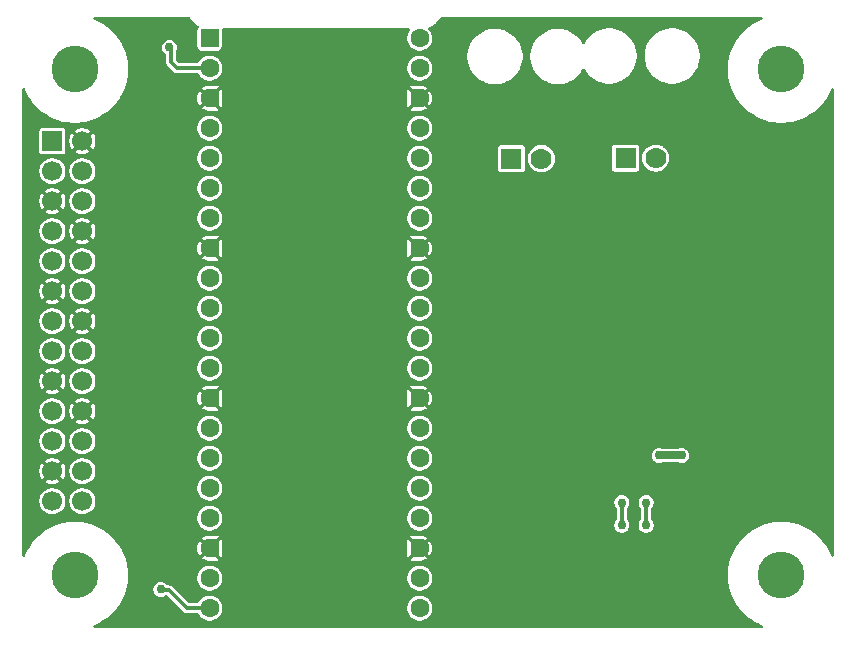
<source format=gbr>
%TF.GenerationSoftware,KiCad,Pcbnew,9.0.2-9.0.2-0~ubuntu24.04.1*%
%TF.CreationDate,2025-06-14T11:55:53-07:00*%
%TF.ProjectId,Pico-CAN,5069636f-2d43-4414-9e2e-6b696361645f,1.0*%
%TF.SameCoordinates,Original*%
%TF.FileFunction,Copper,L2,Bot*%
%TF.FilePolarity,Positive*%
%FSLAX46Y46*%
G04 Gerber Fmt 4.6, Leading zero omitted, Abs format (unit mm)*
G04 Created by KiCad (PCBNEW 9.0.2-9.0.2-0~ubuntu24.04.1) date 2025-06-14 11:55:53*
%MOMM*%
%LPD*%
G01*
G04 APERTURE LIST*
G04 Aperture macros list*
%AMRoundRect*
0 Rectangle with rounded corners*
0 $1 Rounding radius*
0 $2 $3 $4 $5 $6 $7 $8 $9 X,Y pos of 4 corners*
0 Add a 4 corners polygon primitive as box body*
4,1,4,$2,$3,$4,$5,$6,$7,$8,$9,$2,$3,0*
0 Add four circle primitives for the rounded corners*
1,1,$1+$1,$2,$3*
1,1,$1+$1,$4,$5*
1,1,$1+$1,$6,$7*
1,1,$1+$1,$8,$9*
0 Add four rect primitives between the rounded corners*
20,1,$1+$1,$2,$3,$4,$5,0*
20,1,$1+$1,$4,$5,$6,$7,0*
20,1,$1+$1,$6,$7,$8,$9,0*
20,1,$1+$1,$8,$9,$2,$3,0*%
%AMFreePoly0*
4,1,37,0.603843,0.796157,0.639018,0.796157,0.711114,0.766294,0.766294,0.711114,0.796157,0.639018,0.796157,0.603843,0.800000,0.600000,0.800000,-0.600000,0.796157,-0.603843,0.796157,-0.639018,0.766294,-0.711114,0.711114,-0.766294,0.639018,-0.796157,0.603843,-0.796157,0.600000,-0.800000,0.000000,-0.800000,0.000000,-0.796148,-0.078414,-0.796148,-0.232228,-0.765552,-0.377117,-0.705537,
-0.507515,-0.618408,-0.618408,-0.507515,-0.705537,-0.377117,-0.765552,-0.232228,-0.796148,-0.078414,-0.796148,0.078414,-0.765552,0.232228,-0.705537,0.377117,-0.618408,0.507515,-0.507515,0.618408,-0.377117,0.705537,-0.232228,0.765552,-0.078414,0.796148,0.000000,0.796148,0.000000,0.800000,0.600000,0.800000,0.603843,0.796157,0.603843,0.796157,$1*%
%AMFreePoly1*
4,1,37,0.000000,0.796148,0.078414,0.796148,0.232228,0.765552,0.377117,0.705537,0.507515,0.618408,0.618408,0.507515,0.705537,0.377117,0.765552,0.232228,0.796148,0.078414,0.796148,-0.078414,0.765552,-0.232228,0.705537,-0.377117,0.618408,-0.507515,0.507515,-0.618408,0.377117,-0.705537,0.232228,-0.765552,0.078414,-0.796148,0.000000,-0.796148,0.000000,-0.800000,-0.600000,-0.800000,
-0.603843,-0.796157,-0.639018,-0.796157,-0.711114,-0.766294,-0.766294,-0.711114,-0.796157,-0.639018,-0.796157,-0.603843,-0.800000,-0.600000,-0.800000,0.600000,-0.796157,0.603843,-0.796157,0.639018,-0.766294,0.711114,-0.711114,0.766294,-0.639018,0.796157,-0.603843,0.796157,-0.600000,0.800000,0.000000,0.800000,0.000000,0.796148,0.000000,0.796148,$1*%
G04 Aperture macros list end*
%TA.AperFunction,WasherPad*%
%ADD10C,3.962400*%
%TD*%
%TA.AperFunction,ComponentPad*%
%ADD11R,1.778000X1.778000*%
%TD*%
%TA.AperFunction,ComponentPad*%
%ADD12C,1.778000*%
%TD*%
%TA.AperFunction,ComponentPad*%
%ADD13RoundRect,0.200000X-0.600000X-0.600000X0.600000X-0.600000X0.600000X0.600000X-0.600000X0.600000X0*%
%TD*%
%TA.AperFunction,ComponentPad*%
%ADD14C,1.600000*%
%TD*%
%TA.AperFunction,ComponentPad*%
%ADD15FreePoly0,0.000000*%
%TD*%
%TA.AperFunction,ComponentPad*%
%ADD16FreePoly1,0.000000*%
%TD*%
%TA.AperFunction,ComponentPad*%
%ADD17R,1.700000X1.700000*%
%TD*%
%TA.AperFunction,ComponentPad*%
%ADD18C,1.700000*%
%TD*%
%TA.AperFunction,ViaPad*%
%ADD19C,0.762000*%
%TD*%
%TA.AperFunction,Conductor*%
%ADD20C,0.304800*%
%TD*%
%TA.AperFunction,Conductor*%
%ADD21C,0.635000*%
%TD*%
G04 APERTURE END LIST*
D10*
%TO.P,H4,*%
%TO.N,*%
X232920000Y-150920000D03*
%TD*%
D11*
%TO.P,J3,1,Pin_1*%
%TO.N,/CAN_L*%
X219730000Y-115593500D03*
D12*
%TO.P,J3,2,Pin_2*%
%TO.N,/CAN_H*%
X222270000Y-115593500D03*
%TD*%
D10*
%TO.P,H3,*%
%TO.N,*%
X173080000Y-150920000D03*
%TD*%
%TO.P,H2,*%
%TO.N,*%
X232920000Y-108080000D03*
%TD*%
%TO.P,H1,*%
%TO.N,*%
X173080000Y-108080000D03*
%TD*%
D11*
%TO.P,J2,1,Pin_1*%
%TO.N,/CAN_L*%
X210060000Y-115640000D03*
D12*
%TO.P,J2,2,Pin_2*%
%TO.N,/CAN_H*%
X212600000Y-115640000D03*
%TD*%
D13*
%TO.P,A1,1,GPIO0*%
%TO.N,/GPIO0*%
X184500000Y-105440000D03*
D14*
%TO.P,A1,2,GPIO1*%
%TO.N,/GPIO1*%
X184500000Y-107980000D03*
D15*
%TO.P,A1,3,GND*%
%TO.N,GND*%
X184500000Y-110520000D03*
D14*
%TO.P,A1,4,GPIO2*%
%TO.N,/GPIO2*%
X184500000Y-113060000D03*
%TO.P,A1,5,GPIO3*%
%TO.N,/GPIO3*%
X184500000Y-115600000D03*
%TO.P,A1,6,GPIO4*%
%TO.N,/GPIO4*%
X184500000Y-118140000D03*
%TO.P,A1,7,GPIO5*%
%TO.N,/GPIO5*%
X184500000Y-120680000D03*
D15*
%TO.P,A1,8,GND*%
%TO.N,GND*%
X184500000Y-123220000D03*
D14*
%TO.P,A1,9,GPIO6*%
%TO.N,/GPIO6*%
X184500000Y-125760000D03*
%TO.P,A1,10,GPIO7*%
%TO.N,/GPIO7*%
X184500000Y-128300000D03*
%TO.P,A1,11,GPIO8*%
%TO.N,/GPIO8*%
X184500000Y-130840000D03*
%TO.P,A1,12,GPIO9*%
%TO.N,/GPIO9*%
X184500000Y-133380000D03*
D15*
%TO.P,A1,13,GND*%
%TO.N,GND*%
X184500000Y-135920000D03*
D14*
%TO.P,A1,14,GPIO10*%
%TO.N,/GPIO10*%
X184500000Y-138460000D03*
%TO.P,A1,15,GPIO11*%
%TO.N,/GPIO11*%
X184500000Y-141000000D03*
%TO.P,A1,16,GPIO12*%
%TO.N,/GPIO12*%
X184500000Y-143540000D03*
%TO.P,A1,17,GPIO13*%
%TO.N,/GPIO13*%
X184500000Y-146080000D03*
D15*
%TO.P,A1,18,GND*%
%TO.N,GND*%
X184500000Y-148620000D03*
D14*
%TO.P,A1,19,GPIO14*%
%TO.N,/GPIO14*%
X184500000Y-151160000D03*
%TO.P,A1,20,GPIO15*%
%TO.N,/GPIO15*%
X184500000Y-153700000D03*
%TO.P,A1,21,GPIO16*%
%TO.N,/START_OF_FRAME*%
X202280000Y-153700000D03*
%TO.P,A1,22,GPIO17*%
%TO.N,/~{CAN_IRQ}*%
X202280000Y-151160000D03*
D16*
%TO.P,A1,23,GND*%
%TO.N,GND*%
X202280000Y-148620000D03*
D14*
%TO.P,A1,24,GPIO18*%
%TO.N,/~{CAN_RX_IRQ}*%
X202280000Y-146080000D03*
%TO.P,A1,25,SPI0_TX*%
%TO.N,/SPI0_MOSI*%
X202280000Y-143540000D03*
%TO.P,A1,26,SPI0_RX*%
%TO.N,/SPI0_MISO*%
X202280000Y-141000000D03*
%TO.P,A1,27,~{SPI0_CSn}*%
%TO.N,/~{SPI0_CS}*%
X202280000Y-138460000D03*
D16*
%TO.P,A1,28,GND*%
%TO.N,GND*%
X202280000Y-135920000D03*
D14*
%TO.P,A1,29,SPI0_SCK*%
%TO.N,/SPI0_SCK*%
X202280000Y-133380000D03*
%TO.P,A1,30,RUN*%
%TO.N,Net-(A1-RUN)*%
X202280000Y-130840000D03*
%TO.P,A1,31,GPIO26*%
%TO.N,/~{CAN_TX_IRQ}*%
X202280000Y-128300000D03*
%TO.P,A1,32,GPIO27*%
%TO.N,unconnected-(A1-GPIO27_ADC1-Pad32)_1*%
X202280000Y-125760000D03*
D16*
%TO.P,A1,33,AGND*%
%TO.N,GND*%
X202280000Y-123220000D03*
D14*
%TO.P,A1,34,GPIO28*%
%TO.N,/XCVR_STBY*%
X202280000Y-120680000D03*
%TO.P,A1,35,ADC_VREF*%
%TO.N,unconnected-(A1-ADC_VREF-Pad35)*%
X202280000Y-118140000D03*
%TO.P,A1,36,3V3*%
%TO.N,+3V3*%
X202280000Y-115600000D03*
%TO.P,A1,37,3V3_EN*%
%TO.N,unconnected-(A1-3V3_EN-Pad37)_1*%
X202280000Y-113060000D03*
D16*
%TO.P,A1,38,GND*%
%TO.N,GND*%
X202280000Y-110520000D03*
D14*
%TO.P,A1,39,VSYS*%
%TO.N,+5V*%
X202280000Y-107980000D03*
%TO.P,A1,40,VBUS*%
%TO.N,unconnected-(A1-VBUS-Pad40)_1*%
X202280000Y-105440000D03*
%TD*%
D17*
%TO.P,J1,1,Pin_1*%
%TO.N,/GPIO0*%
X171196000Y-114173000D03*
D18*
%TO.P,J1,2,Pin_2*%
%TO.N,GND*%
X173736000Y-114173000D03*
%TO.P,J1,3,Pin_3*%
%TO.N,/GPIO1*%
X171196000Y-116713000D03*
%TO.P,J1,4,Pin_4*%
%TO.N,+5V*%
X173736000Y-116713000D03*
%TO.P,J1,5,Pin_5*%
%TO.N,GND*%
X171196000Y-119253000D03*
%TO.P,J1,6,Pin_6*%
%TO.N,/GPIO2*%
X173736000Y-119253000D03*
%TO.P,J1,7,Pin_7*%
%TO.N,/GPIO3*%
X171196000Y-121793000D03*
%TO.P,J1,8,Pin_8*%
%TO.N,GND*%
X173736000Y-121793000D03*
%TO.P,J1,9,Pin_9*%
%TO.N,/GPIO4*%
X171196000Y-124333000D03*
%TO.P,J1,10,Pin_10*%
%TO.N,/GPIO5*%
X173736000Y-124333000D03*
%TO.P,J1,11,Pin_11*%
%TO.N,GND*%
X171196000Y-126873000D03*
%TO.P,J1,12,Pin_12*%
%TO.N,/GPIO6*%
X173736000Y-126873000D03*
%TO.P,J1,13,Pin_13*%
%TO.N,/GPIO7*%
X171196000Y-129413000D03*
%TO.P,J1,14,Pin_14*%
%TO.N,GND*%
X173736000Y-129413000D03*
%TO.P,J1,15,Pin_15*%
%TO.N,/GPIO8*%
X171196000Y-131953000D03*
%TO.P,J1,16,Pin_16*%
%TO.N,/GPIO9*%
X173736000Y-131953000D03*
%TO.P,J1,17,Pin_17*%
%TO.N,GND*%
X171196000Y-134493000D03*
%TO.P,J1,18,Pin_18*%
%TO.N,/GPIO10*%
X173736000Y-134493000D03*
%TO.P,J1,19,Pin_19*%
%TO.N,/GPIO11*%
X171196000Y-137033000D03*
%TO.P,J1,20,Pin_20*%
%TO.N,GND*%
X173736000Y-137033000D03*
%TO.P,J1,21,Pin_21*%
%TO.N,/GPIO12*%
X171196000Y-139573000D03*
%TO.P,J1,22,Pin_22*%
%TO.N,/GPIO13*%
X173736000Y-139573000D03*
%TO.P,J1,23,Pin_23*%
%TO.N,GND*%
X171196000Y-142113000D03*
%TO.P,J1,24,Pin_24*%
%TO.N,/GPIO14*%
X173736000Y-142113000D03*
%TO.P,J1,25,Pin_25*%
%TO.N,+3V3*%
X171196000Y-144653000D03*
%TO.P,J1,26,Pin_26*%
%TO.N,/GPIO15*%
X173736000Y-144653000D03*
%TD*%
D19*
%TO.N,GND*%
X220065600Y-134645400D03*
X224790000Y-135509000D03*
X207899000Y-137515600D03*
X207670400Y-133604000D03*
X212775800Y-129489200D03*
X208026000Y-131419600D03*
X217703400Y-141173200D03*
%TO.N,/GPIO1*%
X181102000Y-106227400D03*
%TO.N,/START_OF_FRAME*%
X221462600Y-144767300D03*
X221462600Y-146672300D03*
%TO.N,+5V*%
X224472500Y-140766800D03*
X222567500Y-140766800D03*
%TO.N,/~{CAN_IRQ}*%
X219405200Y-144767300D03*
X219405200Y-146672300D03*
%TO.N,/GPIO15*%
X180378100Y-152107900D03*
%TD*%
D20*
%TO.N,/GPIO1*%
X181248214Y-107461214D02*
X181767000Y-107980000D01*
X181767000Y-107980000D02*
X184500000Y-107980000D01*
X181248214Y-106373614D02*
X181248214Y-107461214D01*
X181102000Y-106227400D02*
X181248214Y-106373614D01*
%TO.N,/START_OF_FRAME*%
X221462600Y-144767300D02*
X221462600Y-146672300D01*
D21*
%TO.N,+5V*%
X224472500Y-140766800D02*
X222567500Y-140766800D01*
D20*
%TO.N,/~{CAN_IRQ}*%
X219405200Y-146672300D02*
X219405200Y-144767300D01*
%TO.N,/GPIO15*%
X180441600Y-152171400D02*
X181051200Y-152171400D01*
X180378100Y-152107900D02*
X180441600Y-152171400D01*
X182579800Y-153700000D02*
X184500000Y-153700000D01*
X181051200Y-152171400D02*
X182579800Y-153700000D01*
%TD*%
%TA.AperFunction,Conductor*%
%TO.N,GND*%
G36*
X182686631Y-103635501D02*
G01*
X182693392Y-103635501D01*
X182693396Y-103635502D01*
X182712542Y-103635501D01*
X182779581Y-103655183D01*
X182801261Y-103672866D01*
X182819656Y-103691703D01*
X182819753Y-103691791D01*
X183329020Y-104213196D01*
X183330666Y-104214882D01*
X183344224Y-104228762D01*
X183344280Y-104228868D01*
X183344304Y-104228845D01*
X183401547Y-104287562D01*
X183401554Y-104287568D01*
X183522742Y-104377385D01*
X183564881Y-104433117D01*
X183570199Y-104502784D01*
X183548678Y-104550641D01*
X183493630Y-104625228D01*
X183448380Y-104754541D01*
X183448378Y-104754553D01*
X183445500Y-104785246D01*
X183445500Y-106094742D01*
X183445501Y-106094748D01*
X183448379Y-106125451D01*
X183448379Y-106125453D01*
X183448380Y-106125455D01*
X183493630Y-106254771D01*
X183574989Y-106365010D01*
X183630108Y-106405689D01*
X183685227Y-106446369D01*
X183724600Y-106460146D01*
X183814541Y-106491619D01*
X183814545Y-106491619D01*
X183814549Y-106491621D01*
X183845251Y-106494500D01*
X185154748Y-106494499D01*
X185185451Y-106491621D01*
X185314773Y-106446369D01*
X185425010Y-106365010D01*
X185506369Y-106254773D01*
X185551621Y-106125451D01*
X185554500Y-106094749D01*
X185554499Y-104785252D01*
X185551621Y-104754549D01*
X185551619Y-104754543D01*
X185550224Y-104748151D01*
X185555155Y-104678455D01*
X185596984Y-104622490D01*
X185662429Y-104598023D01*
X185671370Y-104597700D01*
X201342583Y-104597700D01*
X201409622Y-104617385D01*
X201455377Y-104670189D01*
X201465321Y-104739347D01*
X201445685Y-104790591D01*
X201345512Y-104940509D01*
X201345511Y-104940511D01*
X201266025Y-105132409D01*
X201266022Y-105132421D01*
X201225500Y-105336136D01*
X201225500Y-105543863D01*
X201266022Y-105747578D01*
X201266025Y-105747590D01*
X201345511Y-105939488D01*
X201345512Y-105939490D01*
X201460916Y-106112203D01*
X201460919Y-106112207D01*
X201607792Y-106259080D01*
X201607796Y-106259083D01*
X201780507Y-106374486D01*
X201780508Y-106374486D01*
X201780509Y-106374487D01*
X201780511Y-106374488D01*
X201954049Y-106446369D01*
X201972414Y-106453976D01*
X202176136Y-106494499D01*
X202176139Y-106494500D01*
X202176141Y-106494500D01*
X202383861Y-106494500D01*
X202383862Y-106494499D01*
X202587586Y-106453976D01*
X202779493Y-106374486D01*
X202952204Y-106259083D01*
X203099083Y-106112204D01*
X203214486Y-105939493D01*
X203293976Y-105747586D01*
X203334500Y-105543859D01*
X203334500Y-105336141D01*
X203334500Y-105336138D01*
X203334499Y-105336136D01*
X203306189Y-105193815D01*
X203293976Y-105132414D01*
X203261470Y-105053936D01*
X203214488Y-104940511D01*
X203214487Y-104940509D01*
X203099083Y-104767796D01*
X203099080Y-104767792D01*
X203061079Y-104729791D01*
X203027594Y-104668468D01*
X203032578Y-104598776D01*
X203074450Y-104542843D01*
X203110443Y-104524179D01*
X203170654Y-104504618D01*
X203348842Y-104413835D01*
X203510634Y-104296294D01*
X203537084Y-104269845D01*
X203537095Y-104269838D01*
X203599524Y-104207409D01*
X203631973Y-104174962D01*
X203631973Y-104174961D01*
X203639027Y-104167908D01*
X203639044Y-104167887D01*
X204135113Y-103671818D01*
X204162038Y-103657116D01*
X204187853Y-103640525D01*
X204194056Y-103639633D01*
X204196434Y-103638335D01*
X204222776Y-103635502D01*
X204242804Y-103635503D01*
X204242815Y-103635500D01*
X204249859Y-103635500D01*
X231207359Y-103635500D01*
X231274398Y-103655185D01*
X231320153Y-103707989D01*
X231330097Y-103777147D01*
X231301072Y-103840703D01*
X231249772Y-103876020D01*
X231187972Y-103898514D01*
X231187968Y-103898515D01*
X231187962Y-103898518D01*
X230830130Y-104065377D01*
X230830115Y-104065385D01*
X230488186Y-104262799D01*
X230488160Y-104262815D01*
X230164739Y-104489276D01*
X229862270Y-104743079D01*
X229583079Y-105022270D01*
X229329276Y-105324739D01*
X229102815Y-105648160D01*
X229102799Y-105648186D01*
X228905385Y-105990115D01*
X228905377Y-105990130D01*
X228738518Y-106347962D01*
X228738518Y-106347963D01*
X228738514Y-106347972D01*
X228686230Y-106491621D01*
X228603465Y-106719013D01*
X228501278Y-107100385D01*
X228501274Y-107100402D01*
X228432713Y-107489230D01*
X228432713Y-107489234D01*
X228398300Y-107882574D01*
X228398300Y-108277425D01*
X228432713Y-108670765D01*
X228432713Y-108670769D01*
X228501274Y-109059597D01*
X228501278Y-109059614D01*
X228603465Y-109440986D01*
X228603468Y-109440996D01*
X228603469Y-109440997D01*
X228738514Y-109812028D01*
X228738517Y-109812035D01*
X228738518Y-109812037D01*
X228905377Y-110169869D01*
X228905385Y-110169884D01*
X228983091Y-110304474D01*
X229102804Y-110511822D01*
X229102808Y-110511828D01*
X229102815Y-110511839D01*
X229329276Y-110835260D01*
X229400465Y-110920099D01*
X229583077Y-111137727D01*
X229862273Y-111416923D01*
X229923428Y-111468238D01*
X230164739Y-111670723D01*
X230488160Y-111897184D01*
X230488167Y-111897188D01*
X230488178Y-111897196D01*
X230745955Y-112046024D01*
X230830115Y-112094614D01*
X230830130Y-112094622D01*
X230989166Y-112168781D01*
X231187972Y-112261486D01*
X231559003Y-112396531D01*
X231559009Y-112396532D01*
X231559013Y-112396534D01*
X231662872Y-112424362D01*
X231940393Y-112498724D01*
X232329237Y-112567287D01*
X232722576Y-112601699D01*
X232722577Y-112601700D01*
X232722578Y-112601700D01*
X233117423Y-112601700D01*
X233117423Y-112601699D01*
X233510763Y-112567287D01*
X233899607Y-112498724D01*
X234280997Y-112396531D01*
X234652028Y-112261486D01*
X235009878Y-112094618D01*
X235351822Y-111897196D01*
X235675259Y-111670724D01*
X235977727Y-111416923D01*
X236256923Y-111137727D01*
X236510724Y-110835259D01*
X236737196Y-110511822D01*
X236934618Y-110169878D01*
X237101486Y-109812028D01*
X237123979Y-109750227D01*
X237165405Y-109693966D01*
X237230673Y-109669031D01*
X237299062Y-109683341D01*
X237348857Y-109732353D01*
X237364500Y-109792641D01*
X237364500Y-149207358D01*
X237344815Y-149274397D01*
X237292011Y-149320152D01*
X237222853Y-149330096D01*
X237159297Y-149301071D01*
X237123978Y-149249769D01*
X237101486Y-149187972D01*
X236934618Y-148830122D01*
X236737196Y-148488178D01*
X236737188Y-148488167D01*
X236737184Y-148488160D01*
X236510723Y-148164739D01*
X236355886Y-147980213D01*
X236256923Y-147862273D01*
X235977727Y-147583077D01*
X235893885Y-147512725D01*
X235675260Y-147329276D01*
X235351839Y-147102815D01*
X235351828Y-147102808D01*
X235351822Y-147102804D01*
X235127564Y-146973328D01*
X235009884Y-146905385D01*
X235009869Y-146905377D01*
X234652037Y-146738518D01*
X234652035Y-146738517D01*
X234652028Y-146738514D01*
X234280997Y-146603469D01*
X234280996Y-146603468D01*
X234280986Y-146603465D01*
X233899614Y-146501278D01*
X233899617Y-146501278D01*
X233899607Y-146501276D01*
X233899601Y-146501274D01*
X233899597Y-146501274D01*
X233510767Y-146432713D01*
X233117425Y-146398300D01*
X233117422Y-146398300D01*
X232722578Y-146398300D01*
X232722574Y-146398300D01*
X232329234Y-146432713D01*
X232329230Y-146432713D01*
X231940402Y-146501274D01*
X231940385Y-146501278D01*
X231559013Y-146603465D01*
X231373487Y-146670991D01*
X231187972Y-146738514D01*
X231187968Y-146738515D01*
X231187962Y-146738518D01*
X230830130Y-146905377D01*
X230830115Y-146905385D01*
X230488186Y-147102799D01*
X230488160Y-147102815D01*
X230164739Y-147329276D01*
X229862270Y-147583079D01*
X229583079Y-147862270D01*
X229329276Y-148164739D01*
X229102815Y-148488160D01*
X229102799Y-148488186D01*
X228905385Y-148830115D01*
X228905377Y-148830130D01*
X228738518Y-149187962D01*
X228738518Y-149187963D01*
X228738514Y-149187972D01*
X228676302Y-149358896D01*
X228603465Y-149559013D01*
X228501278Y-149940385D01*
X228501274Y-149940402D01*
X228432713Y-150329230D01*
X228432713Y-150329234D01*
X228398300Y-150722574D01*
X228398300Y-151117425D01*
X228432713Y-151510765D01*
X228432713Y-151510769D01*
X228491788Y-151845798D01*
X228501276Y-151899607D01*
X228507420Y-151922538D01*
X228603465Y-152280986D01*
X228603468Y-152280996D01*
X228603469Y-152280997D01*
X228738514Y-152652028D01*
X228738517Y-152652035D01*
X228738518Y-152652037D01*
X228905377Y-153009869D01*
X228905385Y-153009884D01*
X228915727Y-153027796D01*
X229102804Y-153351822D01*
X229102808Y-153351828D01*
X229102815Y-153351839D01*
X229329276Y-153675260D01*
X229512725Y-153893885D01*
X229583077Y-153977727D01*
X229862273Y-154256923D01*
X229988035Y-154362450D01*
X230164739Y-154510723D01*
X230488160Y-154737184D01*
X230488167Y-154737188D01*
X230488178Y-154737196D01*
X230696214Y-154857306D01*
X230830115Y-154934614D01*
X230830130Y-154934622D01*
X230953412Y-154992109D01*
X231187972Y-155101486D01*
X231249772Y-155123979D01*
X231306034Y-155165405D01*
X231330969Y-155230673D01*
X231316659Y-155299062D01*
X231267647Y-155348857D01*
X231207359Y-155364500D01*
X174792641Y-155364500D01*
X174725602Y-155344815D01*
X174679847Y-155292011D01*
X174669903Y-155222853D01*
X174698928Y-155159297D01*
X174750227Y-155123979D01*
X174812028Y-155101486D01*
X175169878Y-154934618D01*
X175511822Y-154737196D01*
X175835259Y-154510724D01*
X176137727Y-154256923D01*
X176416923Y-153977727D01*
X176670724Y-153675259D01*
X176897196Y-153351822D01*
X177094618Y-153009878D01*
X177261486Y-152652028D01*
X177396531Y-152280997D01*
X177459685Y-152045304D01*
X179742600Y-152045304D01*
X179742600Y-152170495D01*
X179767020Y-152293261D01*
X179767023Y-152293273D01*
X179814923Y-152408915D01*
X179814930Y-152408928D01*
X179884474Y-152513007D01*
X179884477Y-152513011D01*
X179972988Y-152601522D01*
X179972992Y-152601525D01*
X180077071Y-152671069D01*
X180077084Y-152671076D01*
X180192726Y-152718976D01*
X180192731Y-152718978D01*
X180315504Y-152743399D01*
X180315508Y-152743400D01*
X180315509Y-152743400D01*
X180440692Y-152743400D01*
X180440693Y-152743399D01*
X180563469Y-152718978D01*
X180679122Y-152671073D01*
X180772132Y-152608925D01*
X180838808Y-152588048D01*
X180906188Y-152606532D01*
X180928703Y-152624347D01*
X182329957Y-154025601D01*
X182422742Y-154079170D01*
X182526230Y-154106900D01*
X182526231Y-154106900D01*
X183444307Y-154106900D01*
X183511346Y-154126585D01*
X183557101Y-154179389D01*
X183558869Y-154183450D01*
X183565512Y-154199490D01*
X183680916Y-154372203D01*
X183680919Y-154372207D01*
X183827792Y-154519080D01*
X183827796Y-154519083D01*
X184000507Y-154634486D01*
X184000508Y-154634486D01*
X184000509Y-154634487D01*
X184000511Y-154634488D01*
X184058231Y-154658396D01*
X184192414Y-154713976D01*
X184396136Y-154754499D01*
X184396139Y-154754500D01*
X184396141Y-154754500D01*
X184603861Y-154754500D01*
X184603862Y-154754499D01*
X184807586Y-154713976D01*
X184999493Y-154634486D01*
X185172204Y-154519083D01*
X185319083Y-154372204D01*
X185434486Y-154199493D01*
X185513976Y-154007586D01*
X185554500Y-153803859D01*
X185554500Y-153596141D01*
X185554500Y-153596138D01*
X185554499Y-153596136D01*
X201225500Y-153596136D01*
X201225500Y-153803863D01*
X201266022Y-154007578D01*
X201266025Y-154007590D01*
X201345511Y-154199488D01*
X201345512Y-154199490D01*
X201460916Y-154372203D01*
X201460919Y-154372207D01*
X201607792Y-154519080D01*
X201607796Y-154519083D01*
X201780507Y-154634486D01*
X201780508Y-154634486D01*
X201780509Y-154634487D01*
X201780511Y-154634488D01*
X201838231Y-154658396D01*
X201972414Y-154713976D01*
X202176136Y-154754499D01*
X202176139Y-154754500D01*
X202176141Y-154754500D01*
X202383861Y-154754500D01*
X202383862Y-154754499D01*
X202587586Y-154713976D01*
X202779493Y-154634486D01*
X202952204Y-154519083D01*
X203099083Y-154372204D01*
X203214486Y-154199493D01*
X203293976Y-154007586D01*
X203334500Y-153803859D01*
X203334500Y-153596141D01*
X203334500Y-153596138D01*
X203334499Y-153596136D01*
X203293977Y-153392421D01*
X203293976Y-153392414D01*
X203293974Y-153392409D01*
X203214488Y-153200511D01*
X203214487Y-153200509D01*
X203099083Y-153027796D01*
X203099080Y-153027792D01*
X202952207Y-152880919D01*
X202952203Y-152880916D01*
X202779490Y-152765512D01*
X202779488Y-152765511D01*
X202587590Y-152686025D01*
X202587578Y-152686022D01*
X202383862Y-152645500D01*
X202383859Y-152645500D01*
X202176141Y-152645500D01*
X202176138Y-152645500D01*
X201972421Y-152686022D01*
X201972409Y-152686025D01*
X201780511Y-152765511D01*
X201780509Y-152765512D01*
X201607796Y-152880916D01*
X201607792Y-152880919D01*
X201460919Y-153027792D01*
X201460916Y-153027796D01*
X201345512Y-153200509D01*
X201345511Y-153200511D01*
X201266025Y-153392409D01*
X201266022Y-153392421D01*
X201225500Y-153596136D01*
X185554499Y-153596136D01*
X185513977Y-153392421D01*
X185513976Y-153392414D01*
X185513974Y-153392409D01*
X185434488Y-153200511D01*
X185434487Y-153200509D01*
X185319083Y-153027796D01*
X185319080Y-153027792D01*
X185172207Y-152880919D01*
X185172203Y-152880916D01*
X184999490Y-152765512D01*
X184999488Y-152765511D01*
X184807590Y-152686025D01*
X184807578Y-152686022D01*
X184603862Y-152645500D01*
X184603859Y-152645500D01*
X184396141Y-152645500D01*
X184396138Y-152645500D01*
X184192421Y-152686022D01*
X184192409Y-152686025D01*
X184000511Y-152765511D01*
X184000509Y-152765512D01*
X183827796Y-152880916D01*
X183827792Y-152880919D01*
X183680919Y-153027792D01*
X183680916Y-153027796D01*
X183565512Y-153200509D01*
X183558869Y-153216550D01*
X183515030Y-153270954D01*
X183448736Y-153293021D01*
X183444307Y-153293100D01*
X182799706Y-153293100D01*
X182732667Y-153273415D01*
X182712025Y-153256781D01*
X181301044Y-151845800D01*
X181301043Y-151845799D01*
X181208258Y-151792230D01*
X181208259Y-151792230D01*
X181182386Y-151785297D01*
X181104770Y-151764500D01*
X181104769Y-151764500D01*
X181104767Y-151764500D01*
X180979237Y-151764500D01*
X180912198Y-151744815D01*
X180876136Y-151709393D01*
X180871724Y-151702790D01*
X180783211Y-151614277D01*
X180783207Y-151614274D01*
X180679128Y-151544730D01*
X180679115Y-151544723D01*
X180563473Y-151496823D01*
X180563461Y-151496820D01*
X180440695Y-151472400D01*
X180440691Y-151472400D01*
X180315509Y-151472400D01*
X180315504Y-151472400D01*
X180192738Y-151496820D01*
X180192726Y-151496823D01*
X180077084Y-151544723D01*
X180077071Y-151544730D01*
X179972992Y-151614274D01*
X179972988Y-151614277D01*
X179884477Y-151702788D01*
X179884474Y-151702792D01*
X179814930Y-151806871D01*
X179814923Y-151806884D01*
X179767023Y-151922526D01*
X179767020Y-151922538D01*
X179742600Y-152045304D01*
X177459685Y-152045304D01*
X177498724Y-151899607D01*
X177567287Y-151510763D01*
X177601700Y-151117422D01*
X177601700Y-151056136D01*
X183445500Y-151056136D01*
X183445500Y-151263863D01*
X183486022Y-151467578D01*
X183486025Y-151467590D01*
X183565511Y-151659488D01*
X183565512Y-151659490D01*
X183680916Y-151832203D01*
X183680919Y-151832207D01*
X183827792Y-151979080D01*
X183827796Y-151979083D01*
X184000507Y-152094486D01*
X184000508Y-152094486D01*
X184000509Y-152094487D01*
X184000511Y-152094488D01*
X184184000Y-152170491D01*
X184192414Y-152173976D01*
X184396136Y-152214499D01*
X184396139Y-152214500D01*
X184396141Y-152214500D01*
X184603861Y-152214500D01*
X184603862Y-152214499D01*
X184807586Y-152173976D01*
X184999493Y-152094486D01*
X185172204Y-151979083D01*
X185319083Y-151832204D01*
X185434486Y-151659493D01*
X185513976Y-151467586D01*
X185554500Y-151263859D01*
X185554500Y-151056141D01*
X185554500Y-151056138D01*
X185554499Y-151056136D01*
X201225500Y-151056136D01*
X201225500Y-151263863D01*
X201266022Y-151467578D01*
X201266025Y-151467590D01*
X201345511Y-151659488D01*
X201345512Y-151659490D01*
X201460916Y-151832203D01*
X201460919Y-151832207D01*
X201607792Y-151979080D01*
X201607796Y-151979083D01*
X201780507Y-152094486D01*
X201780508Y-152094486D01*
X201780509Y-152094487D01*
X201780511Y-152094488D01*
X201964000Y-152170491D01*
X201972414Y-152173976D01*
X202176136Y-152214499D01*
X202176139Y-152214500D01*
X202176141Y-152214500D01*
X202383861Y-152214500D01*
X202383862Y-152214499D01*
X202587586Y-152173976D01*
X202779493Y-152094486D01*
X202952204Y-151979083D01*
X203099083Y-151832204D01*
X203214486Y-151659493D01*
X203293976Y-151467586D01*
X203334500Y-151263859D01*
X203334500Y-151056141D01*
X203334500Y-151056138D01*
X203334499Y-151056136D01*
X203293977Y-150852421D01*
X203293976Y-150852414D01*
X203293974Y-150852409D01*
X203214488Y-150660511D01*
X203214487Y-150660509D01*
X203099083Y-150487796D01*
X203099080Y-150487792D01*
X202952207Y-150340919D01*
X202952203Y-150340916D01*
X202779490Y-150225512D01*
X202779488Y-150225511D01*
X202587590Y-150146025D01*
X202587578Y-150146022D01*
X202383862Y-150105500D01*
X202383859Y-150105500D01*
X202176141Y-150105500D01*
X202176138Y-150105500D01*
X201972421Y-150146022D01*
X201972409Y-150146025D01*
X201780511Y-150225511D01*
X201780509Y-150225512D01*
X201607796Y-150340916D01*
X201607792Y-150340919D01*
X201460919Y-150487792D01*
X201460916Y-150487796D01*
X201345512Y-150660509D01*
X201345511Y-150660511D01*
X201266025Y-150852409D01*
X201266022Y-150852421D01*
X201225500Y-151056136D01*
X185554499Y-151056136D01*
X185513977Y-150852421D01*
X185513976Y-150852414D01*
X185513974Y-150852409D01*
X185434488Y-150660511D01*
X185434487Y-150660509D01*
X185319083Y-150487796D01*
X185319080Y-150487792D01*
X185172207Y-150340919D01*
X185172203Y-150340916D01*
X184999490Y-150225512D01*
X184999488Y-150225511D01*
X184807590Y-150146025D01*
X184807578Y-150146022D01*
X184603862Y-150105500D01*
X184603859Y-150105500D01*
X184396141Y-150105500D01*
X184396138Y-150105500D01*
X184192421Y-150146022D01*
X184192409Y-150146025D01*
X184000511Y-150225511D01*
X184000509Y-150225512D01*
X183827796Y-150340916D01*
X183827792Y-150340919D01*
X183680919Y-150487792D01*
X183680916Y-150487796D01*
X183565512Y-150660509D01*
X183565511Y-150660511D01*
X183486025Y-150852409D01*
X183486022Y-150852421D01*
X183445500Y-151056136D01*
X177601700Y-151056136D01*
X177601700Y-150722578D01*
X177567287Y-150329237D01*
X177548997Y-150225511D01*
X177534982Y-150146024D01*
X177498724Y-149940393D01*
X177423401Y-149659284D01*
X177396533Y-149559009D01*
X177391180Y-149544303D01*
X177261486Y-149187972D01*
X177094618Y-148830122D01*
X177084729Y-148812993D01*
X176961851Y-148600163D01*
X176927812Y-148541207D01*
X183441000Y-148541207D01*
X183441000Y-148698792D01*
X183445974Y-148749309D01*
X183476717Y-148903874D01*
X183491458Y-148952468D01*
X183551761Y-149098050D01*
X183551769Y-149098066D01*
X183575690Y-149142822D01*
X183575701Y-149142840D01*
X183650175Y-149254297D01*
X184055086Y-148849386D01*
X184099901Y-148927007D01*
X184192993Y-149020099D01*
X184270612Y-149064912D01*
X183865701Y-149469823D01*
X183977167Y-149544303D01*
X183977174Y-149544307D01*
X184021933Y-149568230D01*
X184021949Y-149568238D01*
X184167531Y-149628541D01*
X184216125Y-149643282D01*
X184370690Y-149674025D01*
X184421208Y-149679000D01*
X185139784Y-149679000D01*
X185139786Y-149678999D01*
X185238888Y-149659286D01*
X185238896Y-149659284D01*
X185298903Y-149634428D01*
X184729387Y-149064912D01*
X184807007Y-149020099D01*
X184900099Y-148927007D01*
X184944912Y-148849387D01*
X185514428Y-149418903D01*
X185539284Y-149358896D01*
X185539286Y-149358888D01*
X185558999Y-149259786D01*
X185559000Y-149259784D01*
X185559000Y-147980215D01*
X201221000Y-147980215D01*
X201221000Y-149259786D01*
X201240713Y-149358893D01*
X201240716Y-149358901D01*
X201265569Y-149418902D01*
X201265570Y-149418903D01*
X201835086Y-148849386D01*
X201879901Y-148927007D01*
X201972993Y-149020099D01*
X202050612Y-149064912D01*
X201481095Y-149634428D01*
X201541103Y-149659284D01*
X201541111Y-149659286D01*
X201640213Y-149678999D01*
X201640216Y-149679000D01*
X202358792Y-149679000D01*
X202409309Y-149674025D01*
X202563874Y-149643282D01*
X202612468Y-149628541D01*
X202758050Y-149568238D01*
X202758064Y-149568231D01*
X202802833Y-149544302D01*
X202802839Y-149544298D01*
X202914298Y-149469824D01*
X202509386Y-149064912D01*
X202587007Y-149020099D01*
X202680099Y-148927007D01*
X202724912Y-148849386D01*
X203129824Y-149254298D01*
X203204298Y-149142839D01*
X203204302Y-149142833D01*
X203228231Y-149098064D01*
X203228238Y-149098050D01*
X203288541Y-148952468D01*
X203303282Y-148903874D01*
X203334025Y-148749309D01*
X203339000Y-148698792D01*
X203339000Y-148541207D01*
X203334025Y-148490690D01*
X203303282Y-148336125D01*
X203288541Y-148287531D01*
X203228238Y-148141949D01*
X203228230Y-148141933D01*
X203204307Y-148097174D01*
X203204303Y-148097167D01*
X203129823Y-147985701D01*
X202724912Y-148390612D01*
X202680099Y-148312993D01*
X202587007Y-148219901D01*
X202509386Y-148175087D01*
X202914297Y-147770175D01*
X202802840Y-147695701D01*
X202802822Y-147695690D01*
X202758066Y-147671769D01*
X202758050Y-147671761D01*
X202612468Y-147611458D01*
X202563874Y-147596717D01*
X202409309Y-147565974D01*
X202358792Y-147561000D01*
X201640216Y-147561000D01*
X201541106Y-147580714D01*
X201541103Y-147580715D01*
X201481095Y-147605569D01*
X202050613Y-148175087D01*
X201972993Y-148219901D01*
X201879901Y-148312993D01*
X201835087Y-148390613D01*
X201265569Y-147821095D01*
X201240715Y-147881103D01*
X201240714Y-147881106D01*
X201221000Y-147980215D01*
X185559000Y-147980215D01*
X185558999Y-147980213D01*
X185539286Y-147881111D01*
X185539284Y-147881103D01*
X185514428Y-147821095D01*
X184944912Y-148390612D01*
X184900099Y-148312993D01*
X184807007Y-148219901D01*
X184729387Y-148175087D01*
X185298903Y-147605570D01*
X185298902Y-147605569D01*
X185238901Y-147580716D01*
X185238893Y-147580713D01*
X185139785Y-147561000D01*
X184421208Y-147561000D01*
X184370690Y-147565974D01*
X184216125Y-147596717D01*
X184167531Y-147611458D01*
X184021949Y-147671761D01*
X184021933Y-147671769D01*
X183977177Y-147695690D01*
X183977164Y-147695698D01*
X183865701Y-147770175D01*
X183865700Y-147770175D01*
X184270612Y-148175087D01*
X184192993Y-148219901D01*
X184099901Y-148312993D01*
X184055087Y-148390612D01*
X183650175Y-147985700D01*
X183650175Y-147985701D01*
X183575698Y-148097164D01*
X183575690Y-148097177D01*
X183551769Y-148141933D01*
X183551761Y-148141949D01*
X183491458Y-148287531D01*
X183476717Y-148336125D01*
X183445974Y-148490690D01*
X183441000Y-148541207D01*
X176927812Y-148541207D01*
X176898646Y-148490690D01*
X176897196Y-148488178D01*
X176897188Y-148488167D01*
X176897184Y-148488160D01*
X176670723Y-148164739D01*
X176515886Y-147980213D01*
X176416923Y-147862273D01*
X176137727Y-147583077D01*
X176053885Y-147512725D01*
X175835260Y-147329276D01*
X175511839Y-147102815D01*
X175511828Y-147102808D01*
X175511822Y-147102804D01*
X175287564Y-146973328D01*
X175169884Y-146905385D01*
X175169869Y-146905377D01*
X174812037Y-146738518D01*
X174812035Y-146738517D01*
X174812028Y-146738514D01*
X174440997Y-146603469D01*
X174440996Y-146603468D01*
X174440986Y-146603465D01*
X174059614Y-146501278D01*
X174059617Y-146501278D01*
X174059607Y-146501276D01*
X174059601Y-146501274D01*
X174059597Y-146501274D01*
X173670767Y-146432713D01*
X173277425Y-146398300D01*
X173277422Y-146398300D01*
X172882578Y-146398300D01*
X172882574Y-146398300D01*
X172489234Y-146432713D01*
X172489230Y-146432713D01*
X172100402Y-146501274D01*
X172100385Y-146501278D01*
X171719013Y-146603465D01*
X171533487Y-146670991D01*
X171347972Y-146738514D01*
X171347968Y-146738515D01*
X171347962Y-146738518D01*
X170990130Y-146905377D01*
X170990115Y-146905385D01*
X170648186Y-147102799D01*
X170648160Y-147102815D01*
X170324739Y-147329276D01*
X170022270Y-147583079D01*
X169743079Y-147862270D01*
X169489276Y-148164739D01*
X169262815Y-148488160D01*
X169262799Y-148488186D01*
X169065385Y-148830115D01*
X169065377Y-148830130D01*
X168898518Y-149187963D01*
X168898514Y-149187972D01*
X168876022Y-149249769D01*
X168834595Y-149306033D01*
X168769326Y-149330968D01*
X168700938Y-149316658D01*
X168651142Y-149267646D01*
X168635500Y-149207358D01*
X168635500Y-145976136D01*
X183445500Y-145976136D01*
X183445500Y-146183863D01*
X183486022Y-146387578D01*
X183486025Y-146387590D01*
X183565511Y-146579488D01*
X183565512Y-146579490D01*
X183680916Y-146752203D01*
X183680919Y-146752207D01*
X183827792Y-146899080D01*
X183827796Y-146899083D01*
X184000507Y-147014486D01*
X184000508Y-147014486D01*
X184000509Y-147014487D01*
X184000511Y-147014488D01*
X184152415Y-147077408D01*
X184192414Y-147093976D01*
X184396136Y-147134499D01*
X184396139Y-147134500D01*
X184396141Y-147134500D01*
X184603861Y-147134500D01*
X184603862Y-147134499D01*
X184807586Y-147093976D01*
X184999493Y-147014486D01*
X185172204Y-146899083D01*
X185319083Y-146752204D01*
X185434486Y-146579493D01*
X185513976Y-146387586D01*
X185554500Y-146183859D01*
X185554500Y-145976141D01*
X185554500Y-145976138D01*
X185554499Y-145976136D01*
X201225500Y-145976136D01*
X201225500Y-146183863D01*
X201266022Y-146387578D01*
X201266025Y-146387590D01*
X201345511Y-146579488D01*
X201345512Y-146579490D01*
X201460916Y-146752203D01*
X201460919Y-146752207D01*
X201607792Y-146899080D01*
X201607796Y-146899083D01*
X201780507Y-147014486D01*
X201780508Y-147014486D01*
X201780509Y-147014487D01*
X201780511Y-147014488D01*
X201932415Y-147077408D01*
X201972414Y-147093976D01*
X202176136Y-147134499D01*
X202176139Y-147134500D01*
X202176141Y-147134500D01*
X202383861Y-147134500D01*
X202383862Y-147134499D01*
X202587586Y-147093976D01*
X202779493Y-147014486D01*
X202952204Y-146899083D01*
X203099083Y-146752204D01*
X203214486Y-146579493D01*
X203293976Y-146387586D01*
X203334500Y-146183859D01*
X203334500Y-145976141D01*
X203334500Y-145976138D01*
X203334499Y-145976136D01*
X203293977Y-145772421D01*
X203293976Y-145772414D01*
X203293974Y-145772409D01*
X203214488Y-145580511D01*
X203214487Y-145580509D01*
X203099083Y-145407796D01*
X203099080Y-145407792D01*
X202952207Y-145260919D01*
X202952203Y-145260916D01*
X202779490Y-145145512D01*
X202779488Y-145145511D01*
X202587590Y-145066025D01*
X202587578Y-145066022D01*
X202383862Y-145025500D01*
X202383859Y-145025500D01*
X202176141Y-145025500D01*
X202176138Y-145025500D01*
X201972421Y-145066022D01*
X201972409Y-145066025D01*
X201780511Y-145145511D01*
X201780509Y-145145512D01*
X201607796Y-145260916D01*
X201607792Y-145260919D01*
X201460919Y-145407792D01*
X201460916Y-145407796D01*
X201345512Y-145580509D01*
X201345511Y-145580511D01*
X201266025Y-145772409D01*
X201266022Y-145772421D01*
X201225500Y-145976136D01*
X185554499Y-145976136D01*
X185513977Y-145772421D01*
X185513976Y-145772414D01*
X185513974Y-145772409D01*
X185434488Y-145580511D01*
X185434487Y-145580509D01*
X185319083Y-145407796D01*
X185319080Y-145407792D01*
X185172207Y-145260919D01*
X185172203Y-145260916D01*
X184999490Y-145145512D01*
X184999488Y-145145511D01*
X184807590Y-145066025D01*
X184807578Y-145066022D01*
X184603862Y-145025500D01*
X184603859Y-145025500D01*
X184396141Y-145025500D01*
X184396138Y-145025500D01*
X184192421Y-145066022D01*
X184192409Y-145066025D01*
X184000511Y-145145511D01*
X184000509Y-145145512D01*
X183827796Y-145260916D01*
X183827792Y-145260919D01*
X183680919Y-145407792D01*
X183680916Y-145407796D01*
X183565512Y-145580509D01*
X183565511Y-145580511D01*
X183486025Y-145772409D01*
X183486022Y-145772421D01*
X183445500Y-145976136D01*
X168635500Y-145976136D01*
X168635500Y-144566074D01*
X170091500Y-144566074D01*
X170091500Y-144739925D01*
X170118697Y-144911639D01*
X170118697Y-144911642D01*
X170172418Y-145076978D01*
X170172420Y-145076981D01*
X170251347Y-145231884D01*
X170353535Y-145372533D01*
X170476467Y-145495465D01*
X170617116Y-145597653D01*
X170772019Y-145676580D01*
X170772021Y-145676581D01*
X170937358Y-145730302D01*
X170937359Y-145730302D01*
X170937362Y-145730303D01*
X171109074Y-145757500D01*
X171109075Y-145757500D01*
X171282925Y-145757500D01*
X171282926Y-145757500D01*
X171454638Y-145730303D01*
X171454641Y-145730302D01*
X171454642Y-145730302D01*
X171619978Y-145676581D01*
X171619978Y-145676580D01*
X171619981Y-145676580D01*
X171774884Y-145597653D01*
X171915533Y-145495465D01*
X172038465Y-145372533D01*
X172140653Y-145231884D01*
X172219580Y-145076981D01*
X172222392Y-145068328D01*
X172273302Y-144911642D01*
X172273302Y-144911641D01*
X172273303Y-144911638D01*
X172300500Y-144739926D01*
X172300500Y-144566074D01*
X172631500Y-144566074D01*
X172631500Y-144739925D01*
X172658697Y-144911639D01*
X172658697Y-144911642D01*
X172712418Y-145076978D01*
X172712420Y-145076981D01*
X172791347Y-145231884D01*
X172893535Y-145372533D01*
X173016467Y-145495465D01*
X173157116Y-145597653D01*
X173312019Y-145676580D01*
X173312021Y-145676581D01*
X173477358Y-145730302D01*
X173477359Y-145730302D01*
X173477362Y-145730303D01*
X173649074Y-145757500D01*
X173649075Y-145757500D01*
X173822925Y-145757500D01*
X173822926Y-145757500D01*
X173994638Y-145730303D01*
X173994641Y-145730302D01*
X173994642Y-145730302D01*
X174159978Y-145676581D01*
X174159978Y-145676580D01*
X174159981Y-145676580D01*
X174314884Y-145597653D01*
X174455533Y-145495465D01*
X174578465Y-145372533D01*
X174680653Y-145231884D01*
X174759580Y-145076981D01*
X174762392Y-145068328D01*
X174813302Y-144911642D01*
X174813302Y-144911641D01*
X174813303Y-144911638D01*
X174840500Y-144739926D01*
X174840500Y-144704704D01*
X218769700Y-144704704D01*
X218769700Y-144829895D01*
X218794120Y-144952661D01*
X218794123Y-144952673D01*
X218842023Y-145068315D01*
X218842030Y-145068328D01*
X218911574Y-145172407D01*
X218911577Y-145172411D01*
X218961980Y-145222813D01*
X218995466Y-145284136D01*
X218998300Y-145310495D01*
X218998300Y-146129104D01*
X218978615Y-146196143D01*
X218961981Y-146216785D01*
X218911577Y-146267188D01*
X218911574Y-146267192D01*
X218842030Y-146371271D01*
X218842023Y-146371284D01*
X218794123Y-146486926D01*
X218794120Y-146486938D01*
X218769700Y-146609704D01*
X218769700Y-146734895D01*
X218794120Y-146857661D01*
X218794123Y-146857673D01*
X218842023Y-146973315D01*
X218842030Y-146973328D01*
X218911574Y-147077407D01*
X218911577Y-147077411D01*
X219000088Y-147165922D01*
X219000092Y-147165925D01*
X219104171Y-147235469D01*
X219104184Y-147235476D01*
X219219826Y-147283376D01*
X219219831Y-147283378D01*
X219342604Y-147307799D01*
X219342608Y-147307800D01*
X219342609Y-147307800D01*
X219467792Y-147307800D01*
X219467793Y-147307799D01*
X219590569Y-147283378D01*
X219706222Y-147235473D01*
X219810308Y-147165925D01*
X219898825Y-147077408D01*
X219968373Y-146973322D01*
X220016278Y-146857669D01*
X220040700Y-146734891D01*
X220040700Y-146609709D01*
X220016278Y-146486931D01*
X219975125Y-146387578D01*
X219968376Y-146371284D01*
X219968369Y-146371271D01*
X219898825Y-146267192D01*
X219898822Y-146267188D01*
X219848419Y-146216785D01*
X219814934Y-146155462D01*
X219812100Y-146129104D01*
X219812100Y-145310495D01*
X219831785Y-145243456D01*
X219848420Y-145222813D01*
X219898822Y-145172411D01*
X219898825Y-145172408D01*
X219968373Y-145068322D01*
X219969325Y-145066025D01*
X220016276Y-144952673D01*
X220016278Y-144952669D01*
X220040700Y-144829891D01*
X220040700Y-144704709D01*
X220040699Y-144704704D01*
X220827100Y-144704704D01*
X220827100Y-144829895D01*
X220851520Y-144952661D01*
X220851523Y-144952673D01*
X220899423Y-145068315D01*
X220899430Y-145068328D01*
X220968974Y-145172407D01*
X220968977Y-145172411D01*
X221019380Y-145222813D01*
X221052866Y-145284136D01*
X221055700Y-145310495D01*
X221055700Y-146129104D01*
X221036015Y-146196143D01*
X221019381Y-146216785D01*
X220968977Y-146267188D01*
X220968974Y-146267192D01*
X220899430Y-146371271D01*
X220899423Y-146371284D01*
X220851523Y-146486926D01*
X220851520Y-146486938D01*
X220827100Y-146609704D01*
X220827100Y-146734895D01*
X220851520Y-146857661D01*
X220851523Y-146857673D01*
X220899423Y-146973315D01*
X220899430Y-146973328D01*
X220968974Y-147077407D01*
X220968977Y-147077411D01*
X221057488Y-147165922D01*
X221057492Y-147165925D01*
X221161571Y-147235469D01*
X221161584Y-147235476D01*
X221277226Y-147283376D01*
X221277231Y-147283378D01*
X221400004Y-147307799D01*
X221400008Y-147307800D01*
X221400009Y-147307800D01*
X221525192Y-147307800D01*
X221525193Y-147307799D01*
X221647969Y-147283378D01*
X221763622Y-147235473D01*
X221867708Y-147165925D01*
X221956225Y-147077408D01*
X222025773Y-146973322D01*
X222073678Y-146857669D01*
X222098100Y-146734891D01*
X222098100Y-146609709D01*
X222073678Y-146486931D01*
X222032525Y-146387578D01*
X222025776Y-146371284D01*
X222025769Y-146371271D01*
X221956225Y-146267192D01*
X221956222Y-146267188D01*
X221905819Y-146216785D01*
X221872334Y-146155462D01*
X221869500Y-146129104D01*
X221869500Y-145310495D01*
X221889185Y-145243456D01*
X221905820Y-145222813D01*
X221956222Y-145172411D01*
X221956225Y-145172408D01*
X222025773Y-145068322D01*
X222026725Y-145066025D01*
X222073676Y-144952673D01*
X222073678Y-144952669D01*
X222098100Y-144829891D01*
X222098100Y-144704709D01*
X222073678Y-144581931D01*
X222029174Y-144474488D01*
X222025776Y-144466284D01*
X222025769Y-144466271D01*
X221956225Y-144362192D01*
X221956222Y-144362188D01*
X221867711Y-144273677D01*
X221867707Y-144273674D01*
X221763628Y-144204130D01*
X221763615Y-144204123D01*
X221647973Y-144156223D01*
X221647961Y-144156220D01*
X221525195Y-144131800D01*
X221525191Y-144131800D01*
X221400009Y-144131800D01*
X221400004Y-144131800D01*
X221277238Y-144156220D01*
X221277226Y-144156223D01*
X221161584Y-144204123D01*
X221161571Y-144204130D01*
X221057492Y-144273674D01*
X221057488Y-144273677D01*
X220968977Y-144362188D01*
X220968974Y-144362192D01*
X220899430Y-144466271D01*
X220899423Y-144466284D01*
X220851523Y-144581926D01*
X220851520Y-144581938D01*
X220827100Y-144704704D01*
X220040699Y-144704704D01*
X220016278Y-144581931D01*
X219971774Y-144474488D01*
X219968376Y-144466284D01*
X219968369Y-144466271D01*
X219898825Y-144362192D01*
X219898822Y-144362188D01*
X219810311Y-144273677D01*
X219810307Y-144273674D01*
X219706228Y-144204130D01*
X219706215Y-144204123D01*
X219590573Y-144156223D01*
X219590561Y-144156220D01*
X219467795Y-144131800D01*
X219467791Y-144131800D01*
X219342609Y-144131800D01*
X219342604Y-144131800D01*
X219219838Y-144156220D01*
X219219826Y-144156223D01*
X219104184Y-144204123D01*
X219104171Y-144204130D01*
X219000092Y-144273674D01*
X219000088Y-144273677D01*
X218911577Y-144362188D01*
X218911574Y-144362192D01*
X218842030Y-144466271D01*
X218842023Y-144466284D01*
X218794123Y-144581926D01*
X218794120Y-144581938D01*
X218769700Y-144704704D01*
X174840500Y-144704704D01*
X174840500Y-144566074D01*
X174813303Y-144394362D01*
X174813302Y-144394358D01*
X174813302Y-144394357D01*
X174759581Y-144229021D01*
X174746895Y-144204123D01*
X174680653Y-144074116D01*
X174578465Y-143933467D01*
X174455533Y-143810535D01*
X174314884Y-143708347D01*
X174159978Y-143629418D01*
X173994641Y-143575697D01*
X173848319Y-143552522D01*
X173822926Y-143548500D01*
X173649074Y-143548500D01*
X173623681Y-143552522D01*
X173477360Y-143575697D01*
X173477357Y-143575697D01*
X173312021Y-143629418D01*
X173157115Y-143708347D01*
X173076869Y-143766649D01*
X173016467Y-143810535D01*
X173016465Y-143810537D01*
X173016464Y-143810537D01*
X172893537Y-143933464D01*
X172893537Y-143933465D01*
X172893535Y-143933467D01*
X172849649Y-143993869D01*
X172791347Y-144074115D01*
X172712418Y-144229021D01*
X172658697Y-144394357D01*
X172658697Y-144394360D01*
X172631500Y-144566074D01*
X172300500Y-144566074D01*
X172273303Y-144394362D01*
X172273302Y-144394358D01*
X172273302Y-144394357D01*
X172219581Y-144229021D01*
X172206895Y-144204123D01*
X172140653Y-144074116D01*
X172038465Y-143933467D01*
X171915533Y-143810535D01*
X171774884Y-143708347D01*
X171619978Y-143629418D01*
X171454641Y-143575697D01*
X171308319Y-143552522D01*
X171282926Y-143548500D01*
X171109074Y-143548500D01*
X171083681Y-143552522D01*
X170937360Y-143575697D01*
X170937357Y-143575697D01*
X170772021Y-143629418D01*
X170617115Y-143708347D01*
X170536869Y-143766649D01*
X170476467Y-143810535D01*
X170476465Y-143810537D01*
X170476464Y-143810537D01*
X170353537Y-143933464D01*
X170353537Y-143933465D01*
X170353535Y-143933467D01*
X170309649Y-143993869D01*
X170251347Y-144074115D01*
X170172418Y-144229021D01*
X170118697Y-144394357D01*
X170118697Y-144394360D01*
X170091500Y-144566074D01*
X168635500Y-144566074D01*
X168635500Y-143436136D01*
X183445500Y-143436136D01*
X183445500Y-143643863D01*
X183486022Y-143847578D01*
X183486025Y-143847590D01*
X183565511Y-144039488D01*
X183565512Y-144039490D01*
X183680916Y-144212203D01*
X183680919Y-144212207D01*
X183827792Y-144359080D01*
X183827796Y-144359083D01*
X184000507Y-144474486D01*
X184000508Y-144474486D01*
X184000509Y-144474487D01*
X184000511Y-144474488D01*
X184192409Y-144553974D01*
X184192414Y-144553976D01*
X184332928Y-144581926D01*
X184396136Y-144594499D01*
X184396139Y-144594500D01*
X184396141Y-144594500D01*
X184603861Y-144594500D01*
X184603862Y-144594499D01*
X184807586Y-144553976D01*
X184999493Y-144474486D01*
X185172204Y-144359083D01*
X185319083Y-144212204D01*
X185434486Y-144039493D01*
X185513976Y-143847586D01*
X185554500Y-143643859D01*
X185554500Y-143436141D01*
X185554500Y-143436138D01*
X185554499Y-143436136D01*
X201225500Y-143436136D01*
X201225500Y-143643863D01*
X201266022Y-143847578D01*
X201266025Y-143847590D01*
X201345511Y-144039488D01*
X201345512Y-144039490D01*
X201460916Y-144212203D01*
X201460919Y-144212207D01*
X201607792Y-144359080D01*
X201607796Y-144359083D01*
X201780507Y-144474486D01*
X201780508Y-144474486D01*
X201780509Y-144474487D01*
X201780511Y-144474488D01*
X201972409Y-144553974D01*
X201972414Y-144553976D01*
X202112928Y-144581926D01*
X202176136Y-144594499D01*
X202176139Y-144594500D01*
X202176141Y-144594500D01*
X202383861Y-144594500D01*
X202383862Y-144594499D01*
X202406587Y-144589979D01*
X202471840Y-144577000D01*
X202529486Y-144565532D01*
X202587586Y-144553976D01*
X202779493Y-144474486D01*
X202952204Y-144359083D01*
X203099083Y-144212204D01*
X203214486Y-144039493D01*
X203293976Y-143847586D01*
X203334500Y-143643859D01*
X203334500Y-143436141D01*
X203334500Y-143436138D01*
X203334499Y-143436136D01*
X203293977Y-143232421D01*
X203293976Y-143232414D01*
X203293974Y-143232409D01*
X203214488Y-143040511D01*
X203214487Y-143040509D01*
X203099083Y-142867796D01*
X203099080Y-142867792D01*
X202952207Y-142720919D01*
X202952203Y-142720916D01*
X202779490Y-142605512D01*
X202779488Y-142605511D01*
X202587590Y-142526025D01*
X202587578Y-142526022D01*
X202383862Y-142485500D01*
X202383859Y-142485500D01*
X202176141Y-142485500D01*
X202176138Y-142485500D01*
X201972421Y-142526022D01*
X201972409Y-142526025D01*
X201780511Y-142605511D01*
X201780509Y-142605512D01*
X201607796Y-142720916D01*
X201607792Y-142720919D01*
X201460919Y-142867792D01*
X201460916Y-142867796D01*
X201345512Y-143040509D01*
X201345511Y-143040511D01*
X201266025Y-143232409D01*
X201266022Y-143232421D01*
X201225500Y-143436136D01*
X185554499Y-143436136D01*
X185513977Y-143232421D01*
X185513976Y-143232414D01*
X185513974Y-143232409D01*
X185434488Y-143040511D01*
X185434487Y-143040509D01*
X185319083Y-142867796D01*
X185319080Y-142867792D01*
X185172207Y-142720919D01*
X185172203Y-142720916D01*
X184999490Y-142605512D01*
X184999488Y-142605511D01*
X184807590Y-142526025D01*
X184807578Y-142526022D01*
X184603862Y-142485500D01*
X184603859Y-142485500D01*
X184396141Y-142485500D01*
X184396138Y-142485500D01*
X184192421Y-142526022D01*
X184192409Y-142526025D01*
X184000511Y-142605511D01*
X184000509Y-142605512D01*
X183827796Y-142720916D01*
X183827792Y-142720919D01*
X183680919Y-142867792D01*
X183680916Y-142867796D01*
X183565512Y-143040509D01*
X183565511Y-143040511D01*
X183486025Y-143232409D01*
X183486022Y-143232421D01*
X183445500Y-143436136D01*
X168635500Y-143436136D01*
X168635500Y-142026107D01*
X170092000Y-142026107D01*
X170092000Y-142199892D01*
X170119183Y-142371521D01*
X170172884Y-142536793D01*
X170251774Y-142691622D01*
X170314928Y-142778544D01*
X170314929Y-142778545D01*
X170751087Y-142342386D01*
X170795901Y-142420007D01*
X170888993Y-142513099D01*
X170966612Y-142557912D01*
X170530453Y-142994070D01*
X170617379Y-143057225D01*
X170617385Y-143057229D01*
X170772206Y-143136115D01*
X170937478Y-143189816D01*
X171109108Y-143217000D01*
X171282892Y-143217000D01*
X171454521Y-143189816D01*
X171619793Y-143136115D01*
X171774622Y-143057225D01*
X171861544Y-142994071D01*
X171861544Y-142994070D01*
X171425387Y-142557912D01*
X171503007Y-142513099D01*
X171596099Y-142420007D01*
X171640912Y-142342386D01*
X172077070Y-142778544D01*
X172077071Y-142778544D01*
X172140225Y-142691622D01*
X172219115Y-142536793D01*
X172272816Y-142371521D01*
X172300000Y-142199892D01*
X172300000Y-142026107D01*
X172299995Y-142026074D01*
X172631500Y-142026074D01*
X172631500Y-142199925D01*
X172658697Y-142371639D01*
X172658697Y-142371642D01*
X172712418Y-142536978D01*
X172791214Y-142691622D01*
X172791347Y-142691884D01*
X172893535Y-142832533D01*
X173016467Y-142955465D01*
X173157116Y-143057653D01*
X173311106Y-143136115D01*
X173312021Y-143136581D01*
X173477358Y-143190302D01*
X173477359Y-143190302D01*
X173477362Y-143190303D01*
X173649074Y-143217500D01*
X173649075Y-143217500D01*
X173822925Y-143217500D01*
X173822926Y-143217500D01*
X173994638Y-143190303D01*
X173994641Y-143190302D01*
X173994642Y-143190302D01*
X174159978Y-143136581D01*
X174159978Y-143136580D01*
X174159981Y-143136580D01*
X174314884Y-143057653D01*
X174455533Y-142955465D01*
X174578465Y-142832533D01*
X174680653Y-142691884D01*
X174759580Y-142536981D01*
X174813303Y-142371638D01*
X174840500Y-142199926D01*
X174840500Y-142026074D01*
X174813303Y-141854362D01*
X174813302Y-141854358D01*
X174813302Y-141854357D01*
X174759581Y-141689021D01*
X174680787Y-141534379D01*
X174680653Y-141534116D01*
X174578465Y-141393467D01*
X174455533Y-141270535D01*
X174314884Y-141168347D01*
X174159978Y-141089418D01*
X173994641Y-141035697D01*
X173848319Y-141012522D01*
X173822926Y-141008500D01*
X173649074Y-141008500D01*
X173623681Y-141012522D01*
X173477360Y-141035697D01*
X173477357Y-141035697D01*
X173312021Y-141089418D01*
X173157115Y-141168347D01*
X173076869Y-141226649D01*
X173016467Y-141270535D01*
X173016465Y-141270537D01*
X173016464Y-141270537D01*
X172893537Y-141393464D01*
X172893537Y-141393465D01*
X172893535Y-141393467D01*
X172854312Y-141447453D01*
X172791347Y-141534115D01*
X172712418Y-141689021D01*
X172658697Y-141854357D01*
X172658697Y-141854360D01*
X172631500Y-142026074D01*
X172299995Y-142026074D01*
X172272816Y-141854478D01*
X172219115Y-141689206D01*
X172140229Y-141534385D01*
X172140225Y-141534379D01*
X172077070Y-141447454D01*
X172077070Y-141447453D01*
X171640912Y-141883611D01*
X171596099Y-141805993D01*
X171503007Y-141712901D01*
X171425387Y-141668087D01*
X171861545Y-141231929D01*
X171861544Y-141231928D01*
X171774622Y-141168774D01*
X171619793Y-141089884D01*
X171454521Y-141036183D01*
X171282892Y-141009000D01*
X171109108Y-141009000D01*
X170937478Y-141036183D01*
X170772206Y-141089884D01*
X170617377Y-141168774D01*
X170530454Y-141231928D01*
X170530453Y-141231928D01*
X170966612Y-141668087D01*
X170888993Y-141712901D01*
X170795901Y-141805993D01*
X170751087Y-141883612D01*
X170314928Y-141447453D01*
X170314928Y-141447454D01*
X170251774Y-141534377D01*
X170172884Y-141689206D01*
X170119183Y-141854478D01*
X170092000Y-142026107D01*
X168635500Y-142026107D01*
X168635500Y-140896136D01*
X183445500Y-140896136D01*
X183445500Y-141103863D01*
X183486022Y-141307578D01*
X183486025Y-141307590D01*
X183565511Y-141499488D01*
X183565512Y-141499490D01*
X183680916Y-141672203D01*
X183680919Y-141672207D01*
X183827792Y-141819080D01*
X183827796Y-141819083D01*
X184000507Y-141934486D01*
X184000508Y-141934486D01*
X184000509Y-141934487D01*
X184000511Y-141934488D01*
X184192409Y-142013974D01*
X184192414Y-142013976D01*
X184359311Y-142047174D01*
X184396136Y-142054499D01*
X184396139Y-142054500D01*
X184396141Y-142054500D01*
X184603861Y-142054500D01*
X184603862Y-142054499D01*
X184807586Y-142013976D01*
X184999493Y-141934486D01*
X185172204Y-141819083D01*
X185319083Y-141672204D01*
X185434486Y-141499493D01*
X185513976Y-141307586D01*
X185554500Y-141103859D01*
X185554500Y-140896141D01*
X185554500Y-140896138D01*
X185554499Y-140896136D01*
X201225500Y-140896136D01*
X201225500Y-141103863D01*
X201266022Y-141307578D01*
X201266025Y-141307590D01*
X201345511Y-141499488D01*
X201345512Y-141499490D01*
X201460916Y-141672203D01*
X201460919Y-141672207D01*
X201607792Y-141819080D01*
X201607796Y-141819083D01*
X201780507Y-141934486D01*
X201780508Y-141934486D01*
X201780509Y-141934487D01*
X201780511Y-141934488D01*
X201972409Y-142013974D01*
X201972414Y-142013976D01*
X202139311Y-142047174D01*
X202176136Y-142054499D01*
X202176139Y-142054500D01*
X202176141Y-142054500D01*
X202383861Y-142054500D01*
X202383862Y-142054499D01*
X202587586Y-142013976D01*
X202779493Y-141934486D01*
X202952204Y-141819083D01*
X203099083Y-141672204D01*
X203214486Y-141499493D01*
X203293976Y-141307586D01*
X203334500Y-141103859D01*
X203334500Y-140896141D01*
X203334500Y-140896138D01*
X203334499Y-140896136D01*
X203299923Y-140722308D01*
X203296321Y-140704204D01*
X221932000Y-140704204D01*
X221932000Y-140829395D01*
X221956420Y-140952161D01*
X221956423Y-140952173D01*
X222004323Y-141067815D01*
X222004330Y-141067828D01*
X222073874Y-141171907D01*
X222073877Y-141171911D01*
X222162388Y-141260422D01*
X222162392Y-141260425D01*
X222266471Y-141329969D01*
X222266484Y-141329976D01*
X222382126Y-141377876D01*
X222382131Y-141377878D01*
X222504904Y-141402299D01*
X222504908Y-141402300D01*
X222504909Y-141402300D01*
X222630092Y-141402300D01*
X222630093Y-141402299D01*
X222752869Y-141377878D01*
X222788203Y-141363242D01*
X222824425Y-141348239D01*
X222871877Y-141338800D01*
X224168123Y-141338800D01*
X224215575Y-141348239D01*
X224287126Y-141377876D01*
X224287131Y-141377878D01*
X224409904Y-141402299D01*
X224409908Y-141402300D01*
X224409909Y-141402300D01*
X224535092Y-141402300D01*
X224535093Y-141402299D01*
X224657869Y-141377878D01*
X224773522Y-141329973D01*
X224877608Y-141260425D01*
X224966125Y-141171908D01*
X225035673Y-141067822D01*
X225083578Y-140952169D01*
X225108000Y-140829391D01*
X225108000Y-140704209D01*
X225083578Y-140581431D01*
X225083576Y-140581426D01*
X225035676Y-140465784D01*
X225035669Y-140465771D01*
X224966125Y-140361692D01*
X224966122Y-140361688D01*
X224877611Y-140273177D01*
X224877607Y-140273174D01*
X224773528Y-140203630D01*
X224773515Y-140203623D01*
X224657873Y-140155723D01*
X224657861Y-140155720D01*
X224535095Y-140131300D01*
X224535091Y-140131300D01*
X224409909Y-140131300D01*
X224409904Y-140131300D01*
X224287138Y-140155720D01*
X224287126Y-140155723D01*
X224215575Y-140185361D01*
X224168123Y-140194800D01*
X222871877Y-140194800D01*
X222824425Y-140185361D01*
X222752873Y-140155723D01*
X222752861Y-140155720D01*
X222630095Y-140131300D01*
X222630091Y-140131300D01*
X222504909Y-140131300D01*
X222504904Y-140131300D01*
X222382138Y-140155720D01*
X222382126Y-140155723D01*
X222266484Y-140203623D01*
X222266471Y-140203630D01*
X222162392Y-140273174D01*
X222162388Y-140273177D01*
X222073877Y-140361688D01*
X222073874Y-140361692D01*
X222004330Y-140465771D01*
X222004323Y-140465784D01*
X221956423Y-140581426D01*
X221956420Y-140581438D01*
X221932000Y-140704204D01*
X203296321Y-140704204D01*
X203293977Y-140692419D01*
X203293976Y-140692418D01*
X203293976Y-140692414D01*
X203293974Y-140692409D01*
X203214488Y-140500511D01*
X203214487Y-140500509D01*
X203191284Y-140465784D01*
X203099083Y-140327796D01*
X203099080Y-140327792D01*
X202952207Y-140180919D01*
X202952203Y-140180916D01*
X202779490Y-140065512D01*
X202779488Y-140065511D01*
X202587590Y-139986025D01*
X202587578Y-139986022D01*
X202383862Y-139945500D01*
X202383859Y-139945500D01*
X202176141Y-139945500D01*
X202176138Y-139945500D01*
X201972421Y-139986022D01*
X201972409Y-139986025D01*
X201780511Y-140065511D01*
X201780509Y-140065512D01*
X201607796Y-140180916D01*
X201607792Y-140180919D01*
X201460919Y-140327792D01*
X201460916Y-140327796D01*
X201345512Y-140500509D01*
X201345511Y-140500511D01*
X201266025Y-140692409D01*
X201266022Y-140692421D01*
X201225500Y-140896136D01*
X185554499Y-140896136D01*
X185541223Y-140829392D01*
X185513976Y-140692414D01*
X185513974Y-140692409D01*
X185434488Y-140500511D01*
X185434487Y-140500509D01*
X185411284Y-140465784D01*
X185319083Y-140327796D01*
X185319080Y-140327792D01*
X185172207Y-140180919D01*
X185172203Y-140180916D01*
X184999490Y-140065512D01*
X184999488Y-140065511D01*
X184807590Y-139986025D01*
X184807578Y-139986022D01*
X184603862Y-139945500D01*
X184603859Y-139945500D01*
X184396141Y-139945500D01*
X184396138Y-139945500D01*
X184192421Y-139986022D01*
X184192409Y-139986025D01*
X184000511Y-140065511D01*
X184000509Y-140065512D01*
X183827796Y-140180916D01*
X183827792Y-140180919D01*
X183680919Y-140327792D01*
X183680916Y-140327796D01*
X183565512Y-140500509D01*
X183565511Y-140500511D01*
X183486025Y-140692409D01*
X183486022Y-140692421D01*
X183445500Y-140896136D01*
X168635500Y-140896136D01*
X168635500Y-139486074D01*
X170091500Y-139486074D01*
X170091500Y-139659925D01*
X170118697Y-139831639D01*
X170118697Y-139831642D01*
X170172418Y-139996978D01*
X170172420Y-139996981D01*
X170251347Y-140151884D01*
X170353535Y-140292533D01*
X170476467Y-140415465D01*
X170617116Y-140517653D01*
X170742301Y-140581438D01*
X170772021Y-140596581D01*
X170937358Y-140650302D01*
X170937359Y-140650302D01*
X170937362Y-140650303D01*
X171109074Y-140677500D01*
X171109075Y-140677500D01*
X171282925Y-140677500D01*
X171282926Y-140677500D01*
X171454638Y-140650303D01*
X171454641Y-140650302D01*
X171454642Y-140650302D01*
X171619978Y-140596581D01*
X171619978Y-140596580D01*
X171619981Y-140596580D01*
X171774884Y-140517653D01*
X171915533Y-140415465D01*
X172038465Y-140292533D01*
X172140653Y-140151884D01*
X172219580Y-139996981D01*
X172273303Y-139831638D01*
X172300500Y-139659926D01*
X172300500Y-139486074D01*
X172631500Y-139486074D01*
X172631500Y-139659925D01*
X172658697Y-139831639D01*
X172658697Y-139831642D01*
X172712418Y-139996978D01*
X172712420Y-139996981D01*
X172791347Y-140151884D01*
X172893535Y-140292533D01*
X173016467Y-140415465D01*
X173157116Y-140517653D01*
X173282301Y-140581438D01*
X173312021Y-140596581D01*
X173477358Y-140650302D01*
X173477359Y-140650302D01*
X173477362Y-140650303D01*
X173649074Y-140677500D01*
X173649075Y-140677500D01*
X173822925Y-140677500D01*
X173822926Y-140677500D01*
X173994638Y-140650303D01*
X173994641Y-140650302D01*
X173994642Y-140650302D01*
X174159978Y-140596581D01*
X174159978Y-140596580D01*
X174159981Y-140596580D01*
X174314884Y-140517653D01*
X174455533Y-140415465D01*
X174578465Y-140292533D01*
X174680653Y-140151884D01*
X174759580Y-139996981D01*
X174813303Y-139831638D01*
X174840500Y-139659926D01*
X174840500Y-139486074D01*
X174813303Y-139314362D01*
X174813302Y-139314358D01*
X174813302Y-139314357D01*
X174759581Y-139149021D01*
X174680652Y-138994115D01*
X174578465Y-138853467D01*
X174455533Y-138730535D01*
X174314884Y-138628347D01*
X174159978Y-138549418D01*
X173994641Y-138495697D01*
X173848319Y-138472522D01*
X173822926Y-138468500D01*
X173649074Y-138468500D01*
X173623681Y-138472522D01*
X173477360Y-138495697D01*
X173477357Y-138495697D01*
X173312021Y-138549418D01*
X173157115Y-138628347D01*
X173076869Y-138686649D01*
X173016467Y-138730535D01*
X173016465Y-138730537D01*
X173016464Y-138730537D01*
X172893537Y-138853464D01*
X172893537Y-138853465D01*
X172893535Y-138853467D01*
X172849649Y-138913869D01*
X172791347Y-138994115D01*
X172712418Y-139149021D01*
X172658697Y-139314357D01*
X172658697Y-139314360D01*
X172631500Y-139486074D01*
X172300500Y-139486074D01*
X172273303Y-139314362D01*
X172273302Y-139314358D01*
X172273302Y-139314357D01*
X172219581Y-139149021D01*
X172140652Y-138994115D01*
X172038465Y-138853467D01*
X171915533Y-138730535D01*
X171774884Y-138628347D01*
X171619978Y-138549418D01*
X171454641Y-138495697D01*
X171308319Y-138472522D01*
X171282926Y-138468500D01*
X171109074Y-138468500D01*
X171083681Y-138472522D01*
X170937360Y-138495697D01*
X170937357Y-138495697D01*
X170772021Y-138549418D01*
X170617115Y-138628347D01*
X170536869Y-138686649D01*
X170476467Y-138730535D01*
X170476465Y-138730537D01*
X170476464Y-138730537D01*
X170353537Y-138853464D01*
X170353537Y-138853465D01*
X170353535Y-138853467D01*
X170309649Y-138913869D01*
X170251347Y-138994115D01*
X170172418Y-139149021D01*
X170118697Y-139314357D01*
X170118697Y-139314360D01*
X170091500Y-139486074D01*
X168635500Y-139486074D01*
X168635500Y-138356136D01*
X183445500Y-138356136D01*
X183445500Y-138563863D01*
X183486022Y-138767578D01*
X183486025Y-138767590D01*
X183565511Y-138959488D01*
X183565512Y-138959490D01*
X183680916Y-139132203D01*
X183680919Y-139132207D01*
X183827792Y-139279080D01*
X183827796Y-139279083D01*
X184000507Y-139394486D01*
X184000508Y-139394486D01*
X184000509Y-139394487D01*
X184000511Y-139394488D01*
X184192409Y-139473974D01*
X184192414Y-139473976D01*
X184396136Y-139514499D01*
X184396139Y-139514500D01*
X184396141Y-139514500D01*
X184603861Y-139514500D01*
X184603862Y-139514499D01*
X184807586Y-139473976D01*
X184999493Y-139394486D01*
X185172204Y-139279083D01*
X185319083Y-139132204D01*
X185434486Y-138959493D01*
X185513976Y-138767586D01*
X185554500Y-138563859D01*
X185554500Y-138356141D01*
X185554500Y-138356138D01*
X185554499Y-138356136D01*
X201225500Y-138356136D01*
X201225500Y-138563863D01*
X201266022Y-138767578D01*
X201266025Y-138767590D01*
X201345511Y-138959488D01*
X201345512Y-138959490D01*
X201460916Y-139132203D01*
X201460919Y-139132207D01*
X201607792Y-139279080D01*
X201607796Y-139279083D01*
X201780507Y-139394486D01*
X201780508Y-139394486D01*
X201780509Y-139394487D01*
X201780511Y-139394488D01*
X201972409Y-139473974D01*
X201972414Y-139473976D01*
X202176136Y-139514499D01*
X202176139Y-139514500D01*
X202176141Y-139514500D01*
X202383861Y-139514500D01*
X202383862Y-139514499D01*
X202587586Y-139473976D01*
X202779493Y-139394486D01*
X202952204Y-139279083D01*
X203099083Y-139132204D01*
X203214486Y-138959493D01*
X203293976Y-138767586D01*
X203334500Y-138563859D01*
X203334500Y-138356141D01*
X203334500Y-138356138D01*
X203334499Y-138356136D01*
X203293977Y-138152421D01*
X203293976Y-138152414D01*
X203293974Y-138152409D01*
X203214488Y-137960511D01*
X203214487Y-137960509D01*
X203099083Y-137787796D01*
X203099080Y-137787792D01*
X202952207Y-137640919D01*
X202952203Y-137640916D01*
X202779490Y-137525512D01*
X202779488Y-137525511D01*
X202587590Y-137446025D01*
X202587578Y-137446022D01*
X202383862Y-137405500D01*
X202383859Y-137405500D01*
X202176141Y-137405500D01*
X202176138Y-137405500D01*
X201972421Y-137446022D01*
X201972409Y-137446025D01*
X201780511Y-137525511D01*
X201780509Y-137525512D01*
X201607796Y-137640916D01*
X201607792Y-137640919D01*
X201460919Y-137787792D01*
X201460916Y-137787796D01*
X201345512Y-137960509D01*
X201345511Y-137960511D01*
X201266025Y-138152409D01*
X201266022Y-138152421D01*
X201225500Y-138356136D01*
X185554499Y-138356136D01*
X185513977Y-138152421D01*
X185513976Y-138152414D01*
X185513974Y-138152409D01*
X185434488Y-137960511D01*
X185434487Y-137960509D01*
X185319083Y-137787796D01*
X185319080Y-137787792D01*
X185172207Y-137640919D01*
X185172203Y-137640916D01*
X184999490Y-137525512D01*
X184999488Y-137525511D01*
X184807590Y-137446025D01*
X184807578Y-137446022D01*
X184603862Y-137405500D01*
X184603859Y-137405500D01*
X184396141Y-137405500D01*
X184396138Y-137405500D01*
X184192421Y-137446022D01*
X184192409Y-137446025D01*
X184000511Y-137525511D01*
X184000509Y-137525512D01*
X183827796Y-137640916D01*
X183827792Y-137640919D01*
X183680919Y-137787792D01*
X183680916Y-137787796D01*
X183565512Y-137960509D01*
X183565511Y-137960511D01*
X183486025Y-138152409D01*
X183486022Y-138152421D01*
X183445500Y-138356136D01*
X168635500Y-138356136D01*
X168635500Y-136946074D01*
X170091500Y-136946074D01*
X170091500Y-137119925D01*
X170118697Y-137291639D01*
X170118697Y-137291642D01*
X170172418Y-137456978D01*
X170251214Y-137611622D01*
X170251347Y-137611884D01*
X170353535Y-137752533D01*
X170476467Y-137875465D01*
X170617116Y-137977653D01*
X170771106Y-138056115D01*
X170772021Y-138056581D01*
X170937358Y-138110302D01*
X170937359Y-138110302D01*
X170937362Y-138110303D01*
X171109074Y-138137500D01*
X171109075Y-138137500D01*
X171282925Y-138137500D01*
X171282926Y-138137500D01*
X171454638Y-138110303D01*
X171454641Y-138110302D01*
X171454642Y-138110302D01*
X171619978Y-138056581D01*
X171619978Y-138056580D01*
X171619981Y-138056580D01*
X171774884Y-137977653D01*
X171915533Y-137875465D01*
X172038465Y-137752533D01*
X172140653Y-137611884D01*
X172219580Y-137456981D01*
X172273303Y-137291638D01*
X172300500Y-137119926D01*
X172300500Y-136946107D01*
X172632000Y-136946107D01*
X172632000Y-137119892D01*
X172659183Y-137291521D01*
X172712884Y-137456793D01*
X172791774Y-137611622D01*
X172854928Y-137698544D01*
X172854929Y-137698545D01*
X173291087Y-137262386D01*
X173335901Y-137340007D01*
X173428993Y-137433099D01*
X173506612Y-137477912D01*
X173070453Y-137914070D01*
X173157379Y-137977225D01*
X173157385Y-137977229D01*
X173312206Y-138056115D01*
X173477478Y-138109816D01*
X173649108Y-138137000D01*
X173822892Y-138137000D01*
X173994521Y-138109816D01*
X174159793Y-138056115D01*
X174314622Y-137977225D01*
X174401544Y-137914071D01*
X174401544Y-137914070D01*
X173965387Y-137477912D01*
X174043007Y-137433099D01*
X174136099Y-137340007D01*
X174180912Y-137262386D01*
X174617070Y-137698544D01*
X174617071Y-137698544D01*
X174680225Y-137611622D01*
X174759115Y-137456793D01*
X174812816Y-137291521D01*
X174840000Y-137119892D01*
X174840000Y-136946107D01*
X174812816Y-136774478D01*
X174808740Y-136761935D01*
X174808739Y-136761934D01*
X174808739Y-136761932D01*
X174759114Y-136609206D01*
X174680229Y-136454385D01*
X174680225Y-136454379D01*
X174617070Y-136367454D01*
X174617070Y-136367453D01*
X174180912Y-136803611D01*
X174136099Y-136725993D01*
X174043007Y-136632901D01*
X173965387Y-136588087D01*
X174401545Y-136151929D01*
X174401544Y-136151928D01*
X174314622Y-136088774D01*
X174159793Y-136009884D01*
X173994521Y-135956183D01*
X173822892Y-135929000D01*
X173649108Y-135929000D01*
X173477478Y-135956183D01*
X173312206Y-136009884D01*
X173157377Y-136088774D01*
X173070454Y-136151928D01*
X173070453Y-136151928D01*
X173506612Y-136588087D01*
X173428993Y-136632901D01*
X173335901Y-136725993D01*
X173291087Y-136803612D01*
X172854928Y-136367453D01*
X172854928Y-136367454D01*
X172791774Y-136454377D01*
X172712884Y-136609206D01*
X172659183Y-136774478D01*
X172632000Y-136946107D01*
X172300500Y-136946107D01*
X172300500Y-136946074D01*
X172273303Y-136774362D01*
X172273302Y-136774358D01*
X172273302Y-136774357D01*
X172219581Y-136609021D01*
X172198208Y-136567075D01*
X172140653Y-136454116D01*
X172038465Y-136313467D01*
X171915533Y-136190535D01*
X171774884Y-136088347D01*
X171698268Y-136049309D01*
X171619978Y-136009418D01*
X171454641Y-135955697D01*
X171325854Y-135935299D01*
X171282926Y-135928500D01*
X171109074Y-135928500D01*
X171051836Y-135937565D01*
X170937360Y-135955697D01*
X170937357Y-135955697D01*
X170772021Y-136009418D01*
X170617115Y-136088347D01*
X170552180Y-136135526D01*
X170476467Y-136190535D01*
X170476465Y-136190537D01*
X170476464Y-136190537D01*
X170353537Y-136313464D01*
X170353537Y-136313465D01*
X170353535Y-136313467D01*
X170348717Y-136320099D01*
X170251347Y-136454115D01*
X170172418Y-136609021D01*
X170118697Y-136774357D01*
X170118697Y-136774360D01*
X170091500Y-136946074D01*
X168635500Y-136946074D01*
X168635500Y-135841207D01*
X183441000Y-135841207D01*
X183441000Y-135998792D01*
X183445974Y-136049309D01*
X183476717Y-136203874D01*
X183491458Y-136252468D01*
X183551761Y-136398050D01*
X183551769Y-136398066D01*
X183575690Y-136442822D01*
X183575701Y-136442840D01*
X183650175Y-136554297D01*
X184055086Y-136149386D01*
X184099901Y-136227007D01*
X184192993Y-136320099D01*
X184270612Y-136364912D01*
X183865701Y-136769823D01*
X183977167Y-136844303D01*
X183977174Y-136844307D01*
X184021933Y-136868230D01*
X184021949Y-136868238D01*
X184167531Y-136928541D01*
X184216125Y-136943282D01*
X184370690Y-136974025D01*
X184421208Y-136979000D01*
X185139784Y-136979000D01*
X185139786Y-136978999D01*
X185238888Y-136959286D01*
X185238896Y-136959284D01*
X185298903Y-136934428D01*
X184729387Y-136364912D01*
X184807007Y-136320099D01*
X184900099Y-136227007D01*
X184944912Y-136149387D01*
X185514428Y-136718903D01*
X185539284Y-136658896D01*
X185539286Y-136658888D01*
X185558999Y-136559786D01*
X185559000Y-136559784D01*
X185559000Y-135280215D01*
X201221000Y-135280215D01*
X201221000Y-136559786D01*
X201240713Y-136658893D01*
X201240716Y-136658901D01*
X201265569Y-136718902D01*
X201265570Y-136718903D01*
X201835086Y-136149386D01*
X201879901Y-136227007D01*
X201972993Y-136320099D01*
X202050612Y-136364912D01*
X201481095Y-136934428D01*
X201541103Y-136959284D01*
X201541111Y-136959286D01*
X201640213Y-136978999D01*
X201640216Y-136979000D01*
X202358792Y-136979000D01*
X202409309Y-136974025D01*
X202563874Y-136943282D01*
X202612468Y-136928541D01*
X202758050Y-136868238D01*
X202758064Y-136868231D01*
X202802833Y-136844302D01*
X202802839Y-136844298D01*
X202914298Y-136769824D01*
X202509386Y-136364912D01*
X202587007Y-136320099D01*
X202680099Y-136227007D01*
X202724912Y-136149386D01*
X203129824Y-136554298D01*
X203204298Y-136442839D01*
X203204302Y-136442833D01*
X203228231Y-136398064D01*
X203228238Y-136398050D01*
X203288541Y-136252468D01*
X203303282Y-136203874D01*
X203334025Y-136049309D01*
X203339000Y-135998792D01*
X203339000Y-135841207D01*
X203334025Y-135790690D01*
X203303282Y-135636125D01*
X203288541Y-135587531D01*
X203228238Y-135441949D01*
X203228230Y-135441933D01*
X203204307Y-135397174D01*
X203204303Y-135397167D01*
X203129823Y-135285701D01*
X202724912Y-135690612D01*
X202680099Y-135612993D01*
X202587007Y-135519901D01*
X202509386Y-135475087D01*
X202914297Y-135070175D01*
X202802840Y-134995701D01*
X202802822Y-134995690D01*
X202758066Y-134971769D01*
X202758050Y-134971761D01*
X202612468Y-134911458D01*
X202563874Y-134896717D01*
X202409309Y-134865974D01*
X202358792Y-134861000D01*
X201640216Y-134861000D01*
X201541106Y-134880714D01*
X201541103Y-134880715D01*
X201481095Y-134905569D01*
X202050613Y-135475087D01*
X201972993Y-135519901D01*
X201879901Y-135612993D01*
X201835087Y-135690613D01*
X201265569Y-135121095D01*
X201240715Y-135181103D01*
X201240714Y-135181106D01*
X201221000Y-135280215D01*
X185559000Y-135280215D01*
X185558999Y-135280213D01*
X185539286Y-135181111D01*
X185539284Y-135181103D01*
X185514428Y-135121095D01*
X184944912Y-135690612D01*
X184900099Y-135612993D01*
X184807007Y-135519901D01*
X184729387Y-135475087D01*
X185298903Y-134905570D01*
X185298902Y-134905569D01*
X185238901Y-134880716D01*
X185238893Y-134880713D01*
X185139785Y-134861000D01*
X184421208Y-134861000D01*
X184370690Y-134865974D01*
X184216125Y-134896717D01*
X184167531Y-134911458D01*
X184021949Y-134971761D01*
X184021933Y-134971769D01*
X183977177Y-134995690D01*
X183977164Y-134995698D01*
X183865701Y-135070175D01*
X183865700Y-135070175D01*
X184270612Y-135475087D01*
X184192993Y-135519901D01*
X184099901Y-135612993D01*
X184055087Y-135690612D01*
X183650175Y-135285700D01*
X183650175Y-135285701D01*
X183575698Y-135397164D01*
X183575690Y-135397177D01*
X183551769Y-135441933D01*
X183551761Y-135441949D01*
X183491458Y-135587531D01*
X183476717Y-135636125D01*
X183445974Y-135790690D01*
X183441000Y-135841207D01*
X168635500Y-135841207D01*
X168635500Y-134406107D01*
X170092000Y-134406107D01*
X170092000Y-134579892D01*
X170119183Y-134751521D01*
X170172884Y-134916793D01*
X170251774Y-135071622D01*
X170314928Y-135158544D01*
X170314929Y-135158545D01*
X170751087Y-134722386D01*
X170795901Y-134800007D01*
X170888993Y-134893099D01*
X170966612Y-134937912D01*
X170530453Y-135374070D01*
X170617379Y-135437225D01*
X170617385Y-135437229D01*
X170772206Y-135516115D01*
X170937478Y-135569816D01*
X171109108Y-135597000D01*
X171282892Y-135597000D01*
X171454521Y-135569816D01*
X171619793Y-135516115D01*
X171774622Y-135437225D01*
X171861544Y-135374071D01*
X171861544Y-135374070D01*
X171425387Y-134937912D01*
X171503007Y-134893099D01*
X171596099Y-134800007D01*
X171640912Y-134722386D01*
X172077070Y-135158544D01*
X172077071Y-135158544D01*
X172140225Y-135071622D01*
X172219115Y-134916793D01*
X172272816Y-134751521D01*
X172300000Y-134579892D01*
X172300000Y-134406107D01*
X172299995Y-134406074D01*
X172631500Y-134406074D01*
X172631500Y-134579925D01*
X172658697Y-134751639D01*
X172658697Y-134751642D01*
X172712418Y-134916978D01*
X172752524Y-134995690D01*
X172791347Y-135071884D01*
X172893535Y-135212533D01*
X173016467Y-135335465D01*
X173157116Y-135437653D01*
X173311106Y-135516115D01*
X173312021Y-135516581D01*
X173477358Y-135570302D01*
X173477359Y-135570302D01*
X173477362Y-135570303D01*
X173649074Y-135597500D01*
X173649075Y-135597500D01*
X173822925Y-135597500D01*
X173822926Y-135597500D01*
X173994638Y-135570303D01*
X173994641Y-135570302D01*
X173994642Y-135570302D01*
X174159978Y-135516581D01*
X174159978Y-135516580D01*
X174159981Y-135516580D01*
X174314884Y-135437653D01*
X174455533Y-135335465D01*
X174578465Y-135212533D01*
X174680653Y-135071884D01*
X174759580Y-134916981D01*
X174771363Y-134880716D01*
X174813302Y-134751642D01*
X174813302Y-134751641D01*
X174813303Y-134751638D01*
X174840500Y-134579926D01*
X174840500Y-134406074D01*
X174813303Y-134234362D01*
X174813302Y-134234358D01*
X174813302Y-134234357D01*
X174759581Y-134069021D01*
X174680787Y-133914379D01*
X174680653Y-133914116D01*
X174578465Y-133773467D01*
X174455533Y-133650535D01*
X174314884Y-133548347D01*
X174159978Y-133469418D01*
X173994641Y-133415697D01*
X173848319Y-133392522D01*
X173822926Y-133388500D01*
X173649074Y-133388500D01*
X173623681Y-133392522D01*
X173477360Y-133415697D01*
X173477357Y-133415697D01*
X173312021Y-133469418D01*
X173157115Y-133548347D01*
X173076869Y-133606649D01*
X173016467Y-133650535D01*
X173016465Y-133650537D01*
X173016464Y-133650537D01*
X172893537Y-133773464D01*
X172893537Y-133773465D01*
X172893535Y-133773467D01*
X172854312Y-133827453D01*
X172791347Y-133914115D01*
X172712418Y-134069021D01*
X172658697Y-134234357D01*
X172658697Y-134234360D01*
X172631500Y-134406074D01*
X172299995Y-134406074D01*
X172272816Y-134234478D01*
X172219115Y-134069206D01*
X172140229Y-133914385D01*
X172140225Y-133914379D01*
X172077070Y-133827454D01*
X172077070Y-133827453D01*
X171640912Y-134263611D01*
X171596099Y-134185993D01*
X171503007Y-134092901D01*
X171425387Y-134048087D01*
X171861545Y-133611929D01*
X171861544Y-133611928D01*
X171774622Y-133548774D01*
X171619793Y-133469884D01*
X171454521Y-133416183D01*
X171282892Y-133389000D01*
X171109108Y-133389000D01*
X170937478Y-133416183D01*
X170772206Y-133469884D01*
X170617377Y-133548774D01*
X170530454Y-133611928D01*
X170530453Y-133611928D01*
X170966612Y-134048087D01*
X170888993Y-134092901D01*
X170795901Y-134185993D01*
X170751087Y-134263612D01*
X170314928Y-133827453D01*
X170314928Y-133827454D01*
X170251774Y-133914377D01*
X170172884Y-134069206D01*
X170119183Y-134234478D01*
X170092000Y-134406107D01*
X168635500Y-134406107D01*
X168635500Y-133276136D01*
X183445500Y-133276136D01*
X183445500Y-133483863D01*
X183486022Y-133687578D01*
X183486025Y-133687590D01*
X183565511Y-133879488D01*
X183565512Y-133879490D01*
X183680916Y-134052203D01*
X183680919Y-134052207D01*
X183827792Y-134199080D01*
X183827796Y-134199083D01*
X184000507Y-134314486D01*
X184000508Y-134314486D01*
X184000509Y-134314487D01*
X184000511Y-134314488D01*
X184192409Y-134393974D01*
X184192414Y-134393976D01*
X184359311Y-134427174D01*
X184396136Y-134434499D01*
X184396139Y-134434500D01*
X184396141Y-134434500D01*
X184603861Y-134434500D01*
X184603862Y-134434499D01*
X184807586Y-134393976D01*
X184999493Y-134314486D01*
X185172204Y-134199083D01*
X185319083Y-134052204D01*
X185434486Y-133879493D01*
X185513976Y-133687586D01*
X185554500Y-133483859D01*
X185554500Y-133276141D01*
X185554500Y-133276138D01*
X185554499Y-133276136D01*
X201225500Y-133276136D01*
X201225500Y-133483863D01*
X201266022Y-133687578D01*
X201266025Y-133687590D01*
X201345511Y-133879488D01*
X201345512Y-133879490D01*
X201460916Y-134052203D01*
X201460919Y-134052207D01*
X201607792Y-134199080D01*
X201607796Y-134199083D01*
X201780507Y-134314486D01*
X201780508Y-134314486D01*
X201780509Y-134314487D01*
X201780511Y-134314488D01*
X201972409Y-134393974D01*
X201972414Y-134393976D01*
X202139311Y-134427174D01*
X202176136Y-134434499D01*
X202176139Y-134434500D01*
X202176141Y-134434500D01*
X202383861Y-134434500D01*
X202383862Y-134434499D01*
X202587586Y-134393976D01*
X202779493Y-134314486D01*
X202952204Y-134199083D01*
X203099083Y-134052204D01*
X203214486Y-133879493D01*
X203293976Y-133687586D01*
X203334500Y-133483859D01*
X203334500Y-133276141D01*
X203334500Y-133276138D01*
X203334499Y-133276136D01*
X203293977Y-133072421D01*
X203293976Y-133072414D01*
X203293974Y-133072409D01*
X203214488Y-132880511D01*
X203214487Y-132880509D01*
X203099083Y-132707796D01*
X203099080Y-132707792D01*
X202952207Y-132560919D01*
X202952203Y-132560916D01*
X202779490Y-132445512D01*
X202779488Y-132445511D01*
X202587590Y-132366025D01*
X202587578Y-132366022D01*
X202383862Y-132325500D01*
X202383859Y-132325500D01*
X202176141Y-132325500D01*
X202176138Y-132325500D01*
X201972421Y-132366022D01*
X201972409Y-132366025D01*
X201780511Y-132445511D01*
X201780509Y-132445512D01*
X201607796Y-132560916D01*
X201607792Y-132560919D01*
X201460919Y-132707792D01*
X201460916Y-132707796D01*
X201345512Y-132880509D01*
X201345511Y-132880511D01*
X201266025Y-133072409D01*
X201266022Y-133072421D01*
X201225500Y-133276136D01*
X185554499Y-133276136D01*
X185513977Y-133072421D01*
X185513976Y-133072414D01*
X185513974Y-133072409D01*
X185434488Y-132880511D01*
X185434487Y-132880509D01*
X185319083Y-132707796D01*
X185319080Y-132707792D01*
X185172207Y-132560919D01*
X185172203Y-132560916D01*
X184999490Y-132445512D01*
X184999488Y-132445511D01*
X184807590Y-132366025D01*
X184807578Y-132366022D01*
X184603862Y-132325500D01*
X184603859Y-132325500D01*
X184396141Y-132325500D01*
X184396138Y-132325500D01*
X184192421Y-132366022D01*
X184192409Y-132366025D01*
X184000511Y-132445511D01*
X184000509Y-132445512D01*
X183827796Y-132560916D01*
X183827792Y-132560919D01*
X183680919Y-132707792D01*
X183680916Y-132707796D01*
X183565512Y-132880509D01*
X183565511Y-132880511D01*
X183486025Y-133072409D01*
X183486022Y-133072421D01*
X183445500Y-133276136D01*
X168635500Y-133276136D01*
X168635500Y-131866074D01*
X170091500Y-131866074D01*
X170091500Y-132039925D01*
X170118697Y-132211639D01*
X170118697Y-132211642D01*
X170172418Y-132376978D01*
X170172420Y-132376981D01*
X170251347Y-132531884D01*
X170353535Y-132672533D01*
X170476467Y-132795465D01*
X170617116Y-132897653D01*
X170772019Y-132976580D01*
X170772021Y-132976581D01*
X170937358Y-133030302D01*
X170937359Y-133030302D01*
X170937362Y-133030303D01*
X171109074Y-133057500D01*
X171109075Y-133057500D01*
X171282925Y-133057500D01*
X171282926Y-133057500D01*
X171454638Y-133030303D01*
X171454641Y-133030302D01*
X171454642Y-133030302D01*
X171619978Y-132976581D01*
X171619978Y-132976580D01*
X171619981Y-132976580D01*
X171774884Y-132897653D01*
X171915533Y-132795465D01*
X172038465Y-132672533D01*
X172140653Y-132531884D01*
X172219580Y-132376981D01*
X172273303Y-132211638D01*
X172300500Y-132039926D01*
X172300500Y-131866074D01*
X172631500Y-131866074D01*
X172631500Y-132039925D01*
X172658697Y-132211639D01*
X172658697Y-132211642D01*
X172712418Y-132376978D01*
X172712420Y-132376981D01*
X172791347Y-132531884D01*
X172893535Y-132672533D01*
X173016467Y-132795465D01*
X173157116Y-132897653D01*
X173312019Y-132976580D01*
X173312021Y-132976581D01*
X173477358Y-133030302D01*
X173477359Y-133030302D01*
X173477362Y-133030303D01*
X173649074Y-133057500D01*
X173649075Y-133057500D01*
X173822925Y-133057500D01*
X173822926Y-133057500D01*
X173994638Y-133030303D01*
X173994641Y-133030302D01*
X173994642Y-133030302D01*
X174159978Y-132976581D01*
X174159978Y-132976580D01*
X174159981Y-132976580D01*
X174314884Y-132897653D01*
X174455533Y-132795465D01*
X174578465Y-132672533D01*
X174680653Y-132531884D01*
X174759580Y-132376981D01*
X174813303Y-132211638D01*
X174840500Y-132039926D01*
X174840500Y-131866074D01*
X174813303Y-131694362D01*
X174813302Y-131694358D01*
X174813302Y-131694357D01*
X174759581Y-131529021D01*
X174680652Y-131374115D01*
X174578465Y-131233467D01*
X174455533Y-131110535D01*
X174314884Y-131008347D01*
X174159978Y-130929418D01*
X173994641Y-130875697D01*
X173848319Y-130852522D01*
X173822926Y-130848500D01*
X173649074Y-130848500D01*
X173623681Y-130852522D01*
X173477360Y-130875697D01*
X173477357Y-130875697D01*
X173312021Y-130929418D01*
X173157115Y-131008347D01*
X173076869Y-131066649D01*
X173016467Y-131110535D01*
X173016465Y-131110537D01*
X173016464Y-131110537D01*
X172893537Y-131233464D01*
X172893537Y-131233465D01*
X172893535Y-131233467D01*
X172849649Y-131293869D01*
X172791347Y-131374115D01*
X172712418Y-131529021D01*
X172658697Y-131694357D01*
X172658697Y-131694360D01*
X172631500Y-131866074D01*
X172300500Y-131866074D01*
X172273303Y-131694362D01*
X172273302Y-131694358D01*
X172273302Y-131694357D01*
X172219581Y-131529021D01*
X172140652Y-131374115D01*
X172038465Y-131233467D01*
X171915533Y-131110535D01*
X171774884Y-131008347D01*
X171619978Y-130929418D01*
X171454641Y-130875697D01*
X171308319Y-130852522D01*
X171282926Y-130848500D01*
X171109074Y-130848500D01*
X171083681Y-130852522D01*
X170937360Y-130875697D01*
X170937357Y-130875697D01*
X170772021Y-130929418D01*
X170617115Y-131008347D01*
X170536869Y-131066649D01*
X170476467Y-131110535D01*
X170476465Y-131110537D01*
X170476464Y-131110537D01*
X170353537Y-131233464D01*
X170353537Y-131233465D01*
X170353535Y-131233467D01*
X170309649Y-131293869D01*
X170251347Y-131374115D01*
X170172418Y-131529021D01*
X170118697Y-131694357D01*
X170118697Y-131694360D01*
X170091500Y-131866074D01*
X168635500Y-131866074D01*
X168635500Y-130736136D01*
X183445500Y-130736136D01*
X183445500Y-130943863D01*
X183486022Y-131147578D01*
X183486025Y-131147590D01*
X183565511Y-131339488D01*
X183565512Y-131339490D01*
X183680916Y-131512203D01*
X183680919Y-131512207D01*
X183827792Y-131659080D01*
X183827796Y-131659083D01*
X184000507Y-131774486D01*
X184000508Y-131774486D01*
X184000509Y-131774487D01*
X184000511Y-131774488D01*
X184192409Y-131853974D01*
X184192414Y-131853976D01*
X184396136Y-131894499D01*
X184396139Y-131894500D01*
X184396141Y-131894500D01*
X184603861Y-131894500D01*
X184603862Y-131894499D01*
X184807586Y-131853976D01*
X184999493Y-131774486D01*
X185172204Y-131659083D01*
X185319083Y-131512204D01*
X185434486Y-131339493D01*
X185513976Y-131147586D01*
X185554500Y-130943859D01*
X185554500Y-130736141D01*
X185554500Y-130736138D01*
X185554499Y-130736136D01*
X201225500Y-130736136D01*
X201225500Y-130943863D01*
X201266022Y-131147578D01*
X201266025Y-131147590D01*
X201345511Y-131339488D01*
X201345512Y-131339490D01*
X201460916Y-131512203D01*
X201460919Y-131512207D01*
X201607792Y-131659080D01*
X201607796Y-131659083D01*
X201780507Y-131774486D01*
X201780508Y-131774486D01*
X201780509Y-131774487D01*
X201780511Y-131774488D01*
X201972409Y-131853974D01*
X201972414Y-131853976D01*
X202176136Y-131894499D01*
X202176139Y-131894500D01*
X202176141Y-131894500D01*
X202383861Y-131894500D01*
X202383862Y-131894499D01*
X202587586Y-131853976D01*
X202779493Y-131774486D01*
X202952204Y-131659083D01*
X203099083Y-131512204D01*
X203214486Y-131339493D01*
X203293976Y-131147586D01*
X203334500Y-130943859D01*
X203334500Y-130736141D01*
X203334500Y-130736138D01*
X203334499Y-130736136D01*
X203293977Y-130532421D01*
X203293976Y-130532414D01*
X203293974Y-130532409D01*
X203214488Y-130340511D01*
X203214487Y-130340509D01*
X203099083Y-130167796D01*
X203099080Y-130167792D01*
X202952207Y-130020919D01*
X202952203Y-130020916D01*
X202779490Y-129905512D01*
X202779488Y-129905511D01*
X202587590Y-129826025D01*
X202587578Y-129826022D01*
X202383862Y-129785500D01*
X202383859Y-129785500D01*
X202176141Y-129785500D01*
X202176138Y-129785500D01*
X201972421Y-129826022D01*
X201972409Y-129826025D01*
X201780511Y-129905511D01*
X201780509Y-129905512D01*
X201607796Y-130020916D01*
X201607792Y-130020919D01*
X201460919Y-130167792D01*
X201460916Y-130167796D01*
X201345512Y-130340509D01*
X201345511Y-130340511D01*
X201266025Y-130532409D01*
X201266022Y-130532421D01*
X201225500Y-130736136D01*
X185554499Y-130736136D01*
X185513977Y-130532421D01*
X185513976Y-130532414D01*
X185513974Y-130532409D01*
X185434488Y-130340511D01*
X185434487Y-130340509D01*
X185319083Y-130167796D01*
X185319080Y-130167792D01*
X185172207Y-130020919D01*
X185172203Y-130020916D01*
X184999490Y-129905512D01*
X184999488Y-129905511D01*
X184807590Y-129826025D01*
X184807578Y-129826022D01*
X184603862Y-129785500D01*
X184603859Y-129785500D01*
X184396141Y-129785500D01*
X184396138Y-129785500D01*
X184192421Y-129826022D01*
X184192409Y-129826025D01*
X184000511Y-129905511D01*
X184000509Y-129905512D01*
X183827796Y-130020916D01*
X183827792Y-130020919D01*
X183680919Y-130167792D01*
X183680916Y-130167796D01*
X183565512Y-130340509D01*
X183565511Y-130340511D01*
X183486025Y-130532409D01*
X183486022Y-130532421D01*
X183445500Y-130736136D01*
X168635500Y-130736136D01*
X168635500Y-129326074D01*
X170091500Y-129326074D01*
X170091500Y-129499925D01*
X170118697Y-129671639D01*
X170118697Y-129671642D01*
X170172418Y-129836978D01*
X170251214Y-129991622D01*
X170251347Y-129991884D01*
X170353535Y-130132533D01*
X170476467Y-130255465D01*
X170617116Y-130357653D01*
X170771106Y-130436115D01*
X170772021Y-130436581D01*
X170937358Y-130490302D01*
X170937359Y-130490302D01*
X170937362Y-130490303D01*
X171109074Y-130517500D01*
X171109075Y-130517500D01*
X171282925Y-130517500D01*
X171282926Y-130517500D01*
X171454638Y-130490303D01*
X171454641Y-130490302D01*
X171454642Y-130490302D01*
X171619978Y-130436581D01*
X171619978Y-130436580D01*
X171619981Y-130436580D01*
X171774884Y-130357653D01*
X171915533Y-130255465D01*
X172038465Y-130132533D01*
X172140653Y-129991884D01*
X172219580Y-129836981D01*
X172273303Y-129671638D01*
X172300500Y-129499926D01*
X172300500Y-129326107D01*
X172632000Y-129326107D01*
X172632000Y-129499892D01*
X172659183Y-129671521D01*
X172712884Y-129836793D01*
X172791774Y-129991622D01*
X172854928Y-130078544D01*
X172854929Y-130078545D01*
X173291087Y-129642386D01*
X173335901Y-129720007D01*
X173428993Y-129813099D01*
X173506612Y-129857912D01*
X173070453Y-130294070D01*
X173157379Y-130357225D01*
X173157385Y-130357229D01*
X173312206Y-130436115D01*
X173477478Y-130489816D01*
X173649108Y-130517000D01*
X173822892Y-130517000D01*
X173994521Y-130489816D01*
X174159793Y-130436115D01*
X174314622Y-130357225D01*
X174401544Y-130294071D01*
X174401544Y-130294070D01*
X173965387Y-129857912D01*
X174043007Y-129813099D01*
X174136099Y-129720007D01*
X174180912Y-129642386D01*
X174617070Y-130078544D01*
X174617071Y-130078544D01*
X174680225Y-129991622D01*
X174759115Y-129836793D01*
X174812816Y-129671521D01*
X174840000Y-129499892D01*
X174840000Y-129326107D01*
X174812816Y-129154478D01*
X174759115Y-128989206D01*
X174680229Y-128834385D01*
X174680225Y-128834379D01*
X174617070Y-128747454D01*
X174617070Y-128747453D01*
X174180912Y-129183611D01*
X174136099Y-129105993D01*
X174043007Y-129012901D01*
X173965387Y-128968087D01*
X174401545Y-128531929D01*
X174401544Y-128531928D01*
X174314622Y-128468774D01*
X174159793Y-128389884D01*
X173994521Y-128336183D01*
X173845129Y-128312522D01*
X173822892Y-128309000D01*
X173649108Y-128309000D01*
X173477478Y-128336183D01*
X173312206Y-128389884D01*
X173157377Y-128468774D01*
X173070454Y-128531928D01*
X173070453Y-128531928D01*
X173506612Y-128968087D01*
X173428993Y-129012901D01*
X173335901Y-129105993D01*
X173291087Y-129183612D01*
X172854928Y-128747453D01*
X172854928Y-128747454D01*
X172791774Y-128834377D01*
X172712884Y-128989206D01*
X172659183Y-129154478D01*
X172632000Y-129326107D01*
X172300500Y-129326107D01*
X172300500Y-129326074D01*
X172273303Y-129154362D01*
X172273302Y-129154358D01*
X172273302Y-129154357D01*
X172219581Y-128989021D01*
X172140787Y-128834379D01*
X172140653Y-128834116D01*
X172038465Y-128693467D01*
X171915533Y-128570535D01*
X171774884Y-128468347D01*
X171619978Y-128389418D01*
X171454641Y-128335697D01*
X171308319Y-128312522D01*
X171282926Y-128308500D01*
X171109074Y-128308500D01*
X171083681Y-128312522D01*
X170937360Y-128335697D01*
X170937357Y-128335697D01*
X170772021Y-128389418D01*
X170617115Y-128468347D01*
X170536869Y-128526649D01*
X170476467Y-128570535D01*
X170476465Y-128570537D01*
X170476464Y-128570537D01*
X170353537Y-128693464D01*
X170353537Y-128693465D01*
X170353535Y-128693467D01*
X170314312Y-128747453D01*
X170251347Y-128834115D01*
X170172418Y-128989021D01*
X170118697Y-129154357D01*
X170118697Y-129154360D01*
X170091500Y-129326074D01*
X168635500Y-129326074D01*
X168635500Y-128196136D01*
X183445500Y-128196136D01*
X183445500Y-128403863D01*
X183486022Y-128607578D01*
X183486025Y-128607590D01*
X183565511Y-128799488D01*
X183565512Y-128799490D01*
X183680916Y-128972203D01*
X183680919Y-128972207D01*
X183827792Y-129119080D01*
X183827796Y-129119083D01*
X184000507Y-129234486D01*
X184000508Y-129234486D01*
X184000509Y-129234487D01*
X184000511Y-129234488D01*
X184192409Y-129313974D01*
X184192414Y-129313976D01*
X184359311Y-129347174D01*
X184396136Y-129354499D01*
X184396139Y-129354500D01*
X184396141Y-129354500D01*
X184603861Y-129354500D01*
X184603862Y-129354499D01*
X184807586Y-129313976D01*
X184999493Y-129234486D01*
X185172204Y-129119083D01*
X185319083Y-128972204D01*
X185434486Y-128799493D01*
X185513976Y-128607586D01*
X185554500Y-128403859D01*
X185554500Y-128196141D01*
X185554500Y-128196138D01*
X185554499Y-128196136D01*
X201225500Y-128196136D01*
X201225500Y-128403863D01*
X201266022Y-128607578D01*
X201266025Y-128607590D01*
X201345511Y-128799488D01*
X201345512Y-128799490D01*
X201460916Y-128972203D01*
X201460919Y-128972207D01*
X201607792Y-129119080D01*
X201607796Y-129119083D01*
X201780507Y-129234486D01*
X201780508Y-129234486D01*
X201780509Y-129234487D01*
X201780511Y-129234488D01*
X201972409Y-129313974D01*
X201972414Y-129313976D01*
X202139311Y-129347174D01*
X202176136Y-129354499D01*
X202176139Y-129354500D01*
X202176141Y-129354500D01*
X202383861Y-129354500D01*
X202383862Y-129354499D01*
X202587586Y-129313976D01*
X202779493Y-129234486D01*
X202952204Y-129119083D01*
X203099083Y-128972204D01*
X203214486Y-128799493D01*
X203293976Y-128607586D01*
X203334500Y-128403859D01*
X203334500Y-128196141D01*
X203334500Y-128196138D01*
X203334499Y-128196136D01*
X203293977Y-127992421D01*
X203293976Y-127992414D01*
X203293974Y-127992409D01*
X203214488Y-127800511D01*
X203214487Y-127800509D01*
X203099083Y-127627796D01*
X203099080Y-127627792D01*
X202952207Y-127480919D01*
X202952203Y-127480916D01*
X202779490Y-127365512D01*
X202779488Y-127365511D01*
X202587590Y-127286025D01*
X202587578Y-127286022D01*
X202383862Y-127245500D01*
X202383859Y-127245500D01*
X202176141Y-127245500D01*
X202176138Y-127245500D01*
X201972421Y-127286022D01*
X201972409Y-127286025D01*
X201780511Y-127365511D01*
X201780509Y-127365512D01*
X201607796Y-127480916D01*
X201607792Y-127480919D01*
X201460919Y-127627792D01*
X201460916Y-127627796D01*
X201345512Y-127800509D01*
X201345511Y-127800511D01*
X201266025Y-127992409D01*
X201266022Y-127992421D01*
X201225500Y-128196136D01*
X185554499Y-128196136D01*
X185513977Y-127992421D01*
X185513976Y-127992414D01*
X185513974Y-127992409D01*
X185434488Y-127800511D01*
X185434487Y-127800509D01*
X185319083Y-127627796D01*
X185319080Y-127627792D01*
X185172207Y-127480919D01*
X185172203Y-127480916D01*
X184999490Y-127365512D01*
X184999488Y-127365511D01*
X184807590Y-127286025D01*
X184807578Y-127286022D01*
X184603862Y-127245500D01*
X184603859Y-127245500D01*
X184396141Y-127245500D01*
X184396138Y-127245500D01*
X184192421Y-127286022D01*
X184192409Y-127286025D01*
X184000511Y-127365511D01*
X184000509Y-127365512D01*
X183827796Y-127480916D01*
X183827792Y-127480919D01*
X183680919Y-127627792D01*
X183680916Y-127627796D01*
X183565512Y-127800509D01*
X183565511Y-127800511D01*
X183486025Y-127992409D01*
X183486022Y-127992421D01*
X183445500Y-128196136D01*
X168635500Y-128196136D01*
X168635500Y-126786107D01*
X170092000Y-126786107D01*
X170092000Y-126959892D01*
X170119183Y-127131521D01*
X170172884Y-127296793D01*
X170251774Y-127451622D01*
X170314928Y-127538544D01*
X170314929Y-127538545D01*
X170751087Y-127102386D01*
X170795901Y-127180007D01*
X170888993Y-127273099D01*
X170966612Y-127317912D01*
X170530453Y-127754070D01*
X170617379Y-127817225D01*
X170617385Y-127817229D01*
X170772206Y-127896115D01*
X170937478Y-127949816D01*
X171109108Y-127977000D01*
X171282892Y-127977000D01*
X171454521Y-127949816D01*
X171619793Y-127896115D01*
X171774622Y-127817225D01*
X171861544Y-127754071D01*
X171861544Y-127754070D01*
X171425387Y-127317912D01*
X171503007Y-127273099D01*
X171596099Y-127180007D01*
X171640912Y-127102386D01*
X172077070Y-127538544D01*
X172077071Y-127538544D01*
X172140225Y-127451622D01*
X172219115Y-127296793D01*
X172272816Y-127131521D01*
X172300000Y-126959892D01*
X172300000Y-126786107D01*
X172299995Y-126786074D01*
X172631500Y-126786074D01*
X172631500Y-126959925D01*
X172658697Y-127131639D01*
X172658697Y-127131642D01*
X172712418Y-127296978D01*
X172791214Y-127451622D01*
X172791347Y-127451884D01*
X172893535Y-127592533D01*
X173016467Y-127715465D01*
X173157116Y-127817653D01*
X173311106Y-127896115D01*
X173312021Y-127896581D01*
X173477358Y-127950302D01*
X173477359Y-127950302D01*
X173477362Y-127950303D01*
X173649074Y-127977500D01*
X173649075Y-127977500D01*
X173822925Y-127977500D01*
X173822926Y-127977500D01*
X173994638Y-127950303D01*
X173994641Y-127950302D01*
X173994642Y-127950302D01*
X174159978Y-127896581D01*
X174159978Y-127896580D01*
X174159981Y-127896580D01*
X174314884Y-127817653D01*
X174455533Y-127715465D01*
X174578465Y-127592533D01*
X174680653Y-127451884D01*
X174759580Y-127296981D01*
X174813303Y-127131638D01*
X174840500Y-126959926D01*
X174840500Y-126786074D01*
X174813303Y-126614362D01*
X174813302Y-126614358D01*
X174813302Y-126614357D01*
X174759581Y-126449021D01*
X174680787Y-126294379D01*
X174680653Y-126294116D01*
X174578465Y-126153467D01*
X174455533Y-126030535D01*
X174314884Y-125928347D01*
X174159978Y-125849418D01*
X173994641Y-125795697D01*
X173848319Y-125772522D01*
X173822926Y-125768500D01*
X173649074Y-125768500D01*
X173623681Y-125772522D01*
X173477360Y-125795697D01*
X173477357Y-125795697D01*
X173312021Y-125849418D01*
X173157115Y-125928347D01*
X173076869Y-125986649D01*
X173016467Y-126030535D01*
X173016465Y-126030537D01*
X173016464Y-126030537D01*
X172893537Y-126153464D01*
X172893537Y-126153465D01*
X172893535Y-126153467D01*
X172854312Y-126207453D01*
X172791347Y-126294115D01*
X172712418Y-126449021D01*
X172658697Y-126614357D01*
X172658697Y-126614360D01*
X172631500Y-126786074D01*
X172299995Y-126786074D01*
X172272816Y-126614478D01*
X172219115Y-126449206D01*
X172140229Y-126294385D01*
X172140225Y-126294379D01*
X172077070Y-126207454D01*
X172077070Y-126207453D01*
X171640912Y-126643611D01*
X171596099Y-126565993D01*
X171503007Y-126472901D01*
X171425387Y-126428087D01*
X171861545Y-125991929D01*
X171861544Y-125991928D01*
X171774622Y-125928774D01*
X171619793Y-125849884D01*
X171454521Y-125796183D01*
X171282892Y-125769000D01*
X171109108Y-125769000D01*
X170937478Y-125796183D01*
X170772206Y-125849884D01*
X170617377Y-125928774D01*
X170530454Y-125991928D01*
X170530453Y-125991928D01*
X170966612Y-126428087D01*
X170888993Y-126472901D01*
X170795901Y-126565993D01*
X170751087Y-126643612D01*
X170314928Y-126207453D01*
X170314928Y-126207454D01*
X170251774Y-126294377D01*
X170172884Y-126449206D01*
X170119183Y-126614478D01*
X170092000Y-126786107D01*
X168635500Y-126786107D01*
X168635500Y-125656136D01*
X183445500Y-125656136D01*
X183445500Y-125863863D01*
X183486022Y-126067578D01*
X183486025Y-126067590D01*
X183565511Y-126259488D01*
X183565512Y-126259490D01*
X183680916Y-126432203D01*
X183680919Y-126432207D01*
X183827792Y-126579080D01*
X183827796Y-126579083D01*
X184000507Y-126694486D01*
X184000508Y-126694486D01*
X184000509Y-126694487D01*
X184000511Y-126694488D01*
X184192409Y-126773974D01*
X184192414Y-126773976D01*
X184359311Y-126807174D01*
X184396136Y-126814499D01*
X184396139Y-126814500D01*
X184396141Y-126814500D01*
X184603861Y-126814500D01*
X184603862Y-126814499D01*
X184807586Y-126773976D01*
X184999493Y-126694486D01*
X185172204Y-126579083D01*
X185319083Y-126432204D01*
X185434486Y-126259493D01*
X185513976Y-126067586D01*
X185554500Y-125863859D01*
X185554500Y-125656141D01*
X185554500Y-125656138D01*
X185554499Y-125656136D01*
X201225500Y-125656136D01*
X201225500Y-125863863D01*
X201266022Y-126067578D01*
X201266025Y-126067590D01*
X201345511Y-126259488D01*
X201345512Y-126259490D01*
X201460916Y-126432203D01*
X201460919Y-126432207D01*
X201607792Y-126579080D01*
X201607796Y-126579083D01*
X201780507Y-126694486D01*
X201780508Y-126694486D01*
X201780509Y-126694487D01*
X201780511Y-126694488D01*
X201972409Y-126773974D01*
X201972414Y-126773976D01*
X202139311Y-126807174D01*
X202176136Y-126814499D01*
X202176139Y-126814500D01*
X202176141Y-126814500D01*
X202383861Y-126814500D01*
X202383862Y-126814499D01*
X202587586Y-126773976D01*
X202779493Y-126694486D01*
X202952204Y-126579083D01*
X203099083Y-126432204D01*
X203214486Y-126259493D01*
X203293976Y-126067586D01*
X203334500Y-125863859D01*
X203334500Y-125656141D01*
X203334500Y-125656138D01*
X203334499Y-125656136D01*
X203293977Y-125452421D01*
X203293976Y-125452414D01*
X203293974Y-125452409D01*
X203214488Y-125260511D01*
X203214487Y-125260509D01*
X203099083Y-125087796D01*
X203099080Y-125087792D01*
X202952207Y-124940919D01*
X202952203Y-124940916D01*
X202779490Y-124825512D01*
X202779488Y-124825511D01*
X202587590Y-124746025D01*
X202587578Y-124746022D01*
X202383862Y-124705500D01*
X202383859Y-124705500D01*
X202176141Y-124705500D01*
X202176138Y-124705500D01*
X201972421Y-124746022D01*
X201972409Y-124746025D01*
X201780511Y-124825511D01*
X201780509Y-124825512D01*
X201607796Y-124940916D01*
X201607792Y-124940919D01*
X201460919Y-125087792D01*
X201460916Y-125087796D01*
X201345512Y-125260509D01*
X201345511Y-125260511D01*
X201266025Y-125452409D01*
X201266022Y-125452421D01*
X201225500Y-125656136D01*
X185554499Y-125656136D01*
X185513977Y-125452421D01*
X185513976Y-125452414D01*
X185513974Y-125452409D01*
X185434488Y-125260511D01*
X185434487Y-125260509D01*
X185319083Y-125087796D01*
X185319080Y-125087792D01*
X185172207Y-124940919D01*
X185172203Y-124940916D01*
X184999490Y-124825512D01*
X184999488Y-124825511D01*
X184807590Y-124746025D01*
X184807578Y-124746022D01*
X184603862Y-124705500D01*
X184603859Y-124705500D01*
X184396141Y-124705500D01*
X184396138Y-124705500D01*
X184192421Y-124746022D01*
X184192409Y-124746025D01*
X184000511Y-124825511D01*
X184000509Y-124825512D01*
X183827796Y-124940916D01*
X183827792Y-124940919D01*
X183680919Y-125087792D01*
X183680916Y-125087796D01*
X183565512Y-125260509D01*
X183565511Y-125260511D01*
X183486025Y-125452409D01*
X183486022Y-125452421D01*
X183445500Y-125656136D01*
X168635500Y-125656136D01*
X168635500Y-124246074D01*
X170091500Y-124246074D01*
X170091500Y-124419925D01*
X170118697Y-124591639D01*
X170118697Y-124591642D01*
X170172418Y-124756978D01*
X170172420Y-124756981D01*
X170251347Y-124911884D01*
X170353535Y-125052533D01*
X170476467Y-125175465D01*
X170617116Y-125277653D01*
X170772019Y-125356580D01*
X170772021Y-125356581D01*
X170937358Y-125410302D01*
X170937359Y-125410302D01*
X170937362Y-125410303D01*
X171109074Y-125437500D01*
X171109075Y-125437500D01*
X171282925Y-125437500D01*
X171282926Y-125437500D01*
X171454638Y-125410303D01*
X171454641Y-125410302D01*
X171454642Y-125410302D01*
X171619978Y-125356581D01*
X171619978Y-125356580D01*
X171619981Y-125356580D01*
X171774884Y-125277653D01*
X171915533Y-125175465D01*
X172038465Y-125052533D01*
X172140653Y-124911884D01*
X172219580Y-124756981D01*
X172273303Y-124591638D01*
X172300500Y-124419926D01*
X172300500Y-124246074D01*
X172631500Y-124246074D01*
X172631500Y-124419925D01*
X172658697Y-124591639D01*
X172658697Y-124591642D01*
X172712418Y-124756978D01*
X172712420Y-124756981D01*
X172791347Y-124911884D01*
X172893535Y-125052533D01*
X173016467Y-125175465D01*
X173157116Y-125277653D01*
X173312019Y-125356580D01*
X173312021Y-125356581D01*
X173477358Y-125410302D01*
X173477359Y-125410302D01*
X173477362Y-125410303D01*
X173649074Y-125437500D01*
X173649075Y-125437500D01*
X173822925Y-125437500D01*
X173822926Y-125437500D01*
X173994638Y-125410303D01*
X173994641Y-125410302D01*
X173994642Y-125410302D01*
X174159978Y-125356581D01*
X174159978Y-125356580D01*
X174159981Y-125356580D01*
X174314884Y-125277653D01*
X174455533Y-125175465D01*
X174578465Y-125052533D01*
X174680653Y-124911884D01*
X174759580Y-124756981D01*
X174813303Y-124591638D01*
X174840500Y-124419926D01*
X174840500Y-124246074D01*
X174813303Y-124074362D01*
X174811829Y-124069824D01*
X174809264Y-124061928D01*
X174809263Y-124061927D01*
X174759581Y-123909021D01*
X174759580Y-123909019D01*
X174680653Y-123754116D01*
X174578465Y-123613467D01*
X174455533Y-123490535D01*
X174314884Y-123388347D01*
X174238268Y-123349309D01*
X174159978Y-123309418D01*
X173995862Y-123256094D01*
X173995861Y-123256093D01*
X173994646Y-123255698D01*
X173994639Y-123255697D01*
X173908782Y-123242098D01*
X173822926Y-123228500D01*
X173649074Y-123228500D01*
X173591836Y-123237565D01*
X173477360Y-123255697D01*
X173477357Y-123255697D01*
X173312021Y-123309418D01*
X173157115Y-123388347D01*
X173092180Y-123435526D01*
X173016467Y-123490535D01*
X173016465Y-123490537D01*
X173016464Y-123490537D01*
X172893537Y-123613464D01*
X172893537Y-123613465D01*
X172893535Y-123613467D01*
X172888717Y-123620099D01*
X172791347Y-123754115D01*
X172712418Y-123909021D01*
X172658697Y-124074357D01*
X172658697Y-124074360D01*
X172631500Y-124246074D01*
X172300500Y-124246074D01*
X172273303Y-124074362D01*
X172273302Y-124074358D01*
X172273302Y-124074357D01*
X172219581Y-123909021D01*
X172219580Y-123909019D01*
X172140653Y-123754116D01*
X172038465Y-123613467D01*
X171915533Y-123490535D01*
X171774884Y-123388347D01*
X171698268Y-123349309D01*
X171619978Y-123309418D01*
X171454641Y-123255697D01*
X171325854Y-123235299D01*
X171282926Y-123228500D01*
X171109074Y-123228500D01*
X171051836Y-123237565D01*
X170937360Y-123255697D01*
X170937357Y-123255697D01*
X170772021Y-123309418D01*
X170617115Y-123388347D01*
X170552180Y-123435526D01*
X170476467Y-123490535D01*
X170476465Y-123490537D01*
X170476464Y-123490537D01*
X170353537Y-123613464D01*
X170353537Y-123613465D01*
X170353535Y-123613467D01*
X170348717Y-123620099D01*
X170251347Y-123754115D01*
X170172418Y-123909021D01*
X170118697Y-124074357D01*
X170118697Y-124074360D01*
X170091500Y-124246074D01*
X168635500Y-124246074D01*
X168635500Y-123141207D01*
X183441000Y-123141207D01*
X183441000Y-123298792D01*
X183445974Y-123349309D01*
X183476717Y-123503874D01*
X183491458Y-123552468D01*
X183551761Y-123698050D01*
X183551769Y-123698066D01*
X183575690Y-123742822D01*
X183575701Y-123742840D01*
X183650175Y-123854297D01*
X184055086Y-123449386D01*
X184099901Y-123527007D01*
X184192993Y-123620099D01*
X184270612Y-123664912D01*
X183865701Y-124069823D01*
X183977167Y-124144303D01*
X183977174Y-124144307D01*
X184021933Y-124168230D01*
X184021949Y-124168238D01*
X184167531Y-124228541D01*
X184216125Y-124243282D01*
X184370690Y-124274025D01*
X184421208Y-124279000D01*
X185139784Y-124279000D01*
X185139786Y-124278999D01*
X185238888Y-124259286D01*
X185238896Y-124259284D01*
X185298903Y-124234428D01*
X184729387Y-123664912D01*
X184807007Y-123620099D01*
X184900099Y-123527007D01*
X184944912Y-123449387D01*
X185514428Y-124018903D01*
X185539284Y-123958896D01*
X185539286Y-123958888D01*
X185558999Y-123859786D01*
X185559000Y-123859784D01*
X185559000Y-122580215D01*
X201221000Y-122580215D01*
X201221000Y-123859786D01*
X201240713Y-123958893D01*
X201240716Y-123958901D01*
X201265569Y-124018902D01*
X201265570Y-124018903D01*
X201835086Y-123449386D01*
X201879901Y-123527007D01*
X201972993Y-123620099D01*
X202050612Y-123664912D01*
X201481095Y-124234428D01*
X201541103Y-124259284D01*
X201541111Y-124259286D01*
X201640213Y-124278999D01*
X201640216Y-124279000D01*
X202358792Y-124279000D01*
X202409309Y-124274025D01*
X202563874Y-124243282D01*
X202612468Y-124228541D01*
X202758050Y-124168238D01*
X202758064Y-124168231D01*
X202802833Y-124144302D01*
X202802839Y-124144298D01*
X202914298Y-124069824D01*
X202509386Y-123664912D01*
X202587007Y-123620099D01*
X202680099Y-123527007D01*
X202724912Y-123449386D01*
X203129824Y-123854298D01*
X203204298Y-123742839D01*
X203204302Y-123742833D01*
X203228231Y-123698064D01*
X203228238Y-123698050D01*
X203288541Y-123552468D01*
X203303282Y-123503874D01*
X203334025Y-123349309D01*
X203339000Y-123298792D01*
X203339000Y-123141207D01*
X203334025Y-123090690D01*
X203303282Y-122936125D01*
X203288541Y-122887531D01*
X203228238Y-122741949D01*
X203228230Y-122741933D01*
X203204307Y-122697174D01*
X203204303Y-122697167D01*
X203129823Y-122585701D01*
X202724912Y-122990612D01*
X202680099Y-122912993D01*
X202587007Y-122819901D01*
X202509386Y-122775087D01*
X202914297Y-122370175D01*
X202802840Y-122295701D01*
X202802822Y-122295690D01*
X202758066Y-122271769D01*
X202758050Y-122271761D01*
X202612468Y-122211458D01*
X202563874Y-122196717D01*
X202409309Y-122165974D01*
X202358792Y-122161000D01*
X201640216Y-122161000D01*
X201541106Y-122180714D01*
X201541103Y-122180715D01*
X201481095Y-122205569D01*
X202050613Y-122775087D01*
X201972993Y-122819901D01*
X201879901Y-122912993D01*
X201835087Y-122990613D01*
X201265569Y-122421095D01*
X201240715Y-122481103D01*
X201240714Y-122481106D01*
X201221000Y-122580215D01*
X185559000Y-122580215D01*
X185558999Y-122580213D01*
X185539286Y-122481111D01*
X185539284Y-122481103D01*
X185514428Y-122421095D01*
X184944912Y-122990612D01*
X184900099Y-122912993D01*
X184807007Y-122819901D01*
X184729387Y-122775087D01*
X185298903Y-122205570D01*
X185298902Y-122205569D01*
X185238901Y-122180716D01*
X185238893Y-122180713D01*
X185139785Y-122161000D01*
X184421208Y-122161000D01*
X184370690Y-122165974D01*
X184216125Y-122196717D01*
X184167531Y-122211458D01*
X184021949Y-122271761D01*
X184021933Y-122271769D01*
X183977177Y-122295690D01*
X183977164Y-122295698D01*
X183865701Y-122370175D01*
X183865700Y-122370175D01*
X184270612Y-122775087D01*
X184192993Y-122819901D01*
X184099901Y-122912993D01*
X184055087Y-122990612D01*
X183650175Y-122585700D01*
X183650175Y-122585701D01*
X183575698Y-122697164D01*
X183575690Y-122697177D01*
X183551769Y-122741933D01*
X183551761Y-122741949D01*
X183491458Y-122887531D01*
X183476717Y-122936125D01*
X183445974Y-123090690D01*
X183441000Y-123141207D01*
X168635500Y-123141207D01*
X168635500Y-121706074D01*
X170091500Y-121706074D01*
X170091500Y-121879925D01*
X170118697Y-122051639D01*
X170118697Y-122051642D01*
X170172418Y-122216978D01*
X170212524Y-122295690D01*
X170251347Y-122371884D01*
X170353535Y-122512533D01*
X170476467Y-122635465D01*
X170617116Y-122737653D01*
X170771106Y-122816115D01*
X170772021Y-122816581D01*
X170937358Y-122870302D01*
X170937359Y-122870302D01*
X170937362Y-122870303D01*
X171109074Y-122897500D01*
X171109075Y-122897500D01*
X171282925Y-122897500D01*
X171282926Y-122897500D01*
X171454638Y-122870303D01*
X171454641Y-122870302D01*
X171454642Y-122870302D01*
X171619978Y-122816581D01*
X171619978Y-122816580D01*
X171619981Y-122816580D01*
X171774884Y-122737653D01*
X171915533Y-122635465D01*
X172038465Y-122512533D01*
X172140653Y-122371884D01*
X172219580Y-122216981D01*
X172231363Y-122180716D01*
X172273302Y-122051642D01*
X172273302Y-122051641D01*
X172273303Y-122051638D01*
X172300500Y-121879926D01*
X172300500Y-121706107D01*
X172632000Y-121706107D01*
X172632000Y-121879892D01*
X172659183Y-122051521D01*
X172712884Y-122216793D01*
X172791774Y-122371622D01*
X172854928Y-122458544D01*
X172854929Y-122458545D01*
X173291087Y-122022386D01*
X173335901Y-122100007D01*
X173428993Y-122193099D01*
X173506612Y-122237912D01*
X173070453Y-122674070D01*
X173157379Y-122737225D01*
X173157385Y-122737229D01*
X173312206Y-122816115D01*
X173477478Y-122869816D01*
X173649108Y-122897000D01*
X173822892Y-122897000D01*
X173994521Y-122869816D01*
X174159793Y-122816115D01*
X174314622Y-122737225D01*
X174401544Y-122674071D01*
X174401544Y-122674070D01*
X173965387Y-122237912D01*
X174043007Y-122193099D01*
X174136099Y-122100007D01*
X174180912Y-122022386D01*
X174617070Y-122458544D01*
X174617071Y-122458544D01*
X174680227Y-122371620D01*
X174680227Y-122371619D01*
X174686101Y-122360092D01*
X174686101Y-122360091D01*
X174759115Y-122216793D01*
X174812816Y-122051521D01*
X174840000Y-121879892D01*
X174840000Y-121706107D01*
X174812816Y-121534478D01*
X174759115Y-121369206D01*
X174680229Y-121214385D01*
X174680225Y-121214379D01*
X174617070Y-121127454D01*
X174617070Y-121127453D01*
X174180912Y-121563611D01*
X174136099Y-121485993D01*
X174043007Y-121392901D01*
X173965387Y-121348087D01*
X174401545Y-120911929D01*
X174401544Y-120911928D01*
X174314622Y-120848774D01*
X174159793Y-120769884D01*
X173994521Y-120716183D01*
X173845129Y-120692522D01*
X173822892Y-120689000D01*
X173649108Y-120689000D01*
X173477478Y-120716183D01*
X173312206Y-120769884D01*
X173157377Y-120848774D01*
X173070454Y-120911928D01*
X173070453Y-120911928D01*
X173506612Y-121348087D01*
X173428993Y-121392901D01*
X173335901Y-121485993D01*
X173291087Y-121563612D01*
X172854928Y-121127453D01*
X172854928Y-121127454D01*
X172791774Y-121214377D01*
X172712884Y-121369206D01*
X172659183Y-121534478D01*
X172632000Y-121706107D01*
X172300500Y-121706107D01*
X172300500Y-121706074D01*
X172273303Y-121534362D01*
X172273302Y-121534358D01*
X172273302Y-121534357D01*
X172219581Y-121369021D01*
X172140787Y-121214379D01*
X172140653Y-121214116D01*
X172038465Y-121073467D01*
X171915533Y-120950535D01*
X171774884Y-120848347D01*
X171619978Y-120769418D01*
X171454641Y-120715697D01*
X171308319Y-120692522D01*
X171282926Y-120688500D01*
X171109074Y-120688500D01*
X171083681Y-120692522D01*
X170937360Y-120715697D01*
X170937357Y-120715697D01*
X170772021Y-120769418D01*
X170617115Y-120848347D01*
X170536869Y-120906649D01*
X170476467Y-120950535D01*
X170476465Y-120950537D01*
X170476464Y-120950537D01*
X170353537Y-121073464D01*
X170353537Y-121073465D01*
X170353535Y-121073467D01*
X170314312Y-121127453D01*
X170251347Y-121214115D01*
X170172418Y-121369021D01*
X170118697Y-121534357D01*
X170118697Y-121534360D01*
X170091500Y-121706074D01*
X168635500Y-121706074D01*
X168635500Y-120576136D01*
X183445500Y-120576136D01*
X183445500Y-120783863D01*
X183486022Y-120987578D01*
X183486025Y-120987590D01*
X183565511Y-121179488D01*
X183565512Y-121179490D01*
X183680916Y-121352203D01*
X183680919Y-121352207D01*
X183827792Y-121499080D01*
X183827796Y-121499083D01*
X184000507Y-121614486D01*
X184000508Y-121614486D01*
X184000509Y-121614487D01*
X184000511Y-121614488D01*
X184192409Y-121693974D01*
X184192414Y-121693976D01*
X184359311Y-121727174D01*
X184396136Y-121734499D01*
X184396139Y-121734500D01*
X184396141Y-121734500D01*
X184603861Y-121734500D01*
X184603862Y-121734499D01*
X184807586Y-121693976D01*
X184999493Y-121614486D01*
X185172204Y-121499083D01*
X185319083Y-121352204D01*
X185434486Y-121179493D01*
X185513976Y-120987586D01*
X185554500Y-120783859D01*
X185554500Y-120576141D01*
X185554500Y-120576138D01*
X185554499Y-120576136D01*
X201225500Y-120576136D01*
X201225500Y-120783863D01*
X201266022Y-120987578D01*
X201266025Y-120987590D01*
X201345511Y-121179488D01*
X201345512Y-121179490D01*
X201460916Y-121352203D01*
X201460919Y-121352207D01*
X201607792Y-121499080D01*
X201607796Y-121499083D01*
X201780507Y-121614486D01*
X201780508Y-121614486D01*
X201780509Y-121614487D01*
X201780511Y-121614488D01*
X201972409Y-121693974D01*
X201972414Y-121693976D01*
X202139311Y-121727174D01*
X202176136Y-121734499D01*
X202176139Y-121734500D01*
X202176141Y-121734500D01*
X202383861Y-121734500D01*
X202383862Y-121734499D01*
X202587586Y-121693976D01*
X202779493Y-121614486D01*
X202952204Y-121499083D01*
X203099083Y-121352204D01*
X203214486Y-121179493D01*
X203293976Y-120987586D01*
X203334500Y-120783859D01*
X203334500Y-120576141D01*
X203334500Y-120576138D01*
X203334499Y-120576136D01*
X203293977Y-120372421D01*
X203293976Y-120372414D01*
X203293974Y-120372409D01*
X203214488Y-120180511D01*
X203214487Y-120180509D01*
X203099083Y-120007796D01*
X203099080Y-120007792D01*
X202952207Y-119860919D01*
X202952203Y-119860916D01*
X202779490Y-119745512D01*
X202779488Y-119745511D01*
X202587590Y-119666025D01*
X202587578Y-119666022D01*
X202383862Y-119625500D01*
X202383859Y-119625500D01*
X202176141Y-119625500D01*
X202176138Y-119625500D01*
X201972421Y-119666022D01*
X201972409Y-119666025D01*
X201780511Y-119745511D01*
X201780509Y-119745512D01*
X201607796Y-119860916D01*
X201607792Y-119860919D01*
X201460919Y-120007792D01*
X201460916Y-120007796D01*
X201345512Y-120180509D01*
X201345511Y-120180511D01*
X201266025Y-120372409D01*
X201266022Y-120372421D01*
X201225500Y-120576136D01*
X185554499Y-120576136D01*
X185513977Y-120372421D01*
X185513976Y-120372414D01*
X185513974Y-120372409D01*
X185434488Y-120180511D01*
X185434487Y-120180509D01*
X185319083Y-120007796D01*
X185319080Y-120007792D01*
X185172207Y-119860919D01*
X185172203Y-119860916D01*
X184999490Y-119745512D01*
X184999488Y-119745511D01*
X184807590Y-119666025D01*
X184807578Y-119666022D01*
X184603862Y-119625500D01*
X184603859Y-119625500D01*
X184396141Y-119625500D01*
X184396138Y-119625500D01*
X184192421Y-119666022D01*
X184192409Y-119666025D01*
X184000511Y-119745511D01*
X184000509Y-119745512D01*
X183827796Y-119860916D01*
X183827792Y-119860919D01*
X183680919Y-120007792D01*
X183680916Y-120007796D01*
X183565512Y-120180509D01*
X183565511Y-120180511D01*
X183486025Y-120372409D01*
X183486022Y-120372421D01*
X183445500Y-120576136D01*
X168635500Y-120576136D01*
X168635500Y-119166107D01*
X170092000Y-119166107D01*
X170092000Y-119339892D01*
X170119183Y-119511521D01*
X170172884Y-119676793D01*
X170251774Y-119831622D01*
X170314928Y-119918544D01*
X170314929Y-119918545D01*
X170751087Y-119482386D01*
X170795901Y-119560007D01*
X170888993Y-119653099D01*
X170966612Y-119697912D01*
X170530453Y-120134070D01*
X170617379Y-120197225D01*
X170617385Y-120197229D01*
X170772206Y-120276115D01*
X170937478Y-120329816D01*
X171109108Y-120357000D01*
X171282892Y-120357000D01*
X171454521Y-120329816D01*
X171619793Y-120276115D01*
X171774622Y-120197225D01*
X171861544Y-120134071D01*
X171861544Y-120134070D01*
X171425387Y-119697912D01*
X171503007Y-119653099D01*
X171596099Y-119560007D01*
X171640912Y-119482386D01*
X172077070Y-119918544D01*
X172077071Y-119918544D01*
X172140225Y-119831622D01*
X172219115Y-119676793D01*
X172272816Y-119511521D01*
X172300000Y-119339892D01*
X172300000Y-119166107D01*
X172299995Y-119166074D01*
X172631500Y-119166074D01*
X172631500Y-119339925D01*
X172658697Y-119511639D01*
X172658697Y-119511642D01*
X172712418Y-119676978D01*
X172791214Y-119831622D01*
X172791347Y-119831884D01*
X172893535Y-119972533D01*
X173016467Y-120095465D01*
X173157116Y-120197653D01*
X173311106Y-120276115D01*
X173312021Y-120276581D01*
X173477358Y-120330302D01*
X173477359Y-120330302D01*
X173477362Y-120330303D01*
X173649074Y-120357500D01*
X173649075Y-120357500D01*
X173822925Y-120357500D01*
X173822926Y-120357500D01*
X173994638Y-120330303D01*
X173994641Y-120330302D01*
X173994642Y-120330302D01*
X174159978Y-120276581D01*
X174159978Y-120276580D01*
X174159981Y-120276580D01*
X174314884Y-120197653D01*
X174455533Y-120095465D01*
X174578465Y-119972533D01*
X174680653Y-119831884D01*
X174759580Y-119676981D01*
X174813303Y-119511638D01*
X174840500Y-119339926D01*
X174840500Y-119166074D01*
X174813303Y-118994362D01*
X174813302Y-118994358D01*
X174813302Y-118994357D01*
X174759581Y-118829021D01*
X174680787Y-118674379D01*
X174680653Y-118674116D01*
X174578465Y-118533467D01*
X174455533Y-118410535D01*
X174314884Y-118308347D01*
X174159978Y-118229418D01*
X173994641Y-118175697D01*
X173848319Y-118152522D01*
X173822926Y-118148500D01*
X173649074Y-118148500D01*
X173623681Y-118152522D01*
X173477360Y-118175697D01*
X173477357Y-118175697D01*
X173312021Y-118229418D01*
X173157115Y-118308347D01*
X173076869Y-118366649D01*
X173016467Y-118410535D01*
X173016465Y-118410537D01*
X173016464Y-118410537D01*
X172893537Y-118533464D01*
X172893537Y-118533465D01*
X172893535Y-118533467D01*
X172854312Y-118587453D01*
X172791347Y-118674115D01*
X172712418Y-118829021D01*
X172658697Y-118994357D01*
X172658697Y-118994360D01*
X172631500Y-119166074D01*
X172299995Y-119166074D01*
X172272816Y-118994478D01*
X172219115Y-118829206D01*
X172140229Y-118674385D01*
X172140225Y-118674379D01*
X172077070Y-118587454D01*
X172077070Y-118587453D01*
X171640912Y-119023611D01*
X171596099Y-118945993D01*
X171503007Y-118852901D01*
X171425387Y-118808087D01*
X171861545Y-118371929D01*
X171861544Y-118371928D01*
X171774622Y-118308774D01*
X171619793Y-118229884D01*
X171454521Y-118176183D01*
X171282892Y-118149000D01*
X171109108Y-118149000D01*
X170937478Y-118176183D01*
X170772206Y-118229884D01*
X170617377Y-118308774D01*
X170530454Y-118371928D01*
X170530453Y-118371928D01*
X170966612Y-118808087D01*
X170888993Y-118852901D01*
X170795901Y-118945993D01*
X170751087Y-119023612D01*
X170314928Y-118587453D01*
X170314928Y-118587454D01*
X170251774Y-118674377D01*
X170172884Y-118829206D01*
X170119183Y-118994478D01*
X170092000Y-119166107D01*
X168635500Y-119166107D01*
X168635500Y-118036136D01*
X183445500Y-118036136D01*
X183445500Y-118243863D01*
X183486022Y-118447578D01*
X183486025Y-118447590D01*
X183565511Y-118639488D01*
X183565512Y-118639490D01*
X183680916Y-118812203D01*
X183680919Y-118812207D01*
X183827792Y-118959080D01*
X183827796Y-118959083D01*
X184000507Y-119074486D01*
X184000508Y-119074486D01*
X184000509Y-119074487D01*
X184000511Y-119074488D01*
X184192409Y-119153974D01*
X184192414Y-119153976D01*
X184359311Y-119187174D01*
X184396136Y-119194499D01*
X184396139Y-119194500D01*
X184396141Y-119194500D01*
X184603861Y-119194500D01*
X184603862Y-119194499D01*
X184807586Y-119153976D01*
X184999493Y-119074486D01*
X185172204Y-118959083D01*
X185319083Y-118812204D01*
X185434486Y-118639493D01*
X185513976Y-118447586D01*
X185554500Y-118243859D01*
X185554500Y-118036141D01*
X185554500Y-118036138D01*
X185554499Y-118036136D01*
X201225500Y-118036136D01*
X201225500Y-118243863D01*
X201266022Y-118447578D01*
X201266025Y-118447590D01*
X201345511Y-118639488D01*
X201345512Y-118639490D01*
X201460916Y-118812203D01*
X201460919Y-118812207D01*
X201607792Y-118959080D01*
X201607796Y-118959083D01*
X201780507Y-119074486D01*
X201780508Y-119074486D01*
X201780509Y-119074487D01*
X201780511Y-119074488D01*
X201972409Y-119153974D01*
X201972414Y-119153976D01*
X202139311Y-119187174D01*
X202176136Y-119194499D01*
X202176139Y-119194500D01*
X202176141Y-119194500D01*
X202383861Y-119194500D01*
X202383862Y-119194499D01*
X202587586Y-119153976D01*
X202779493Y-119074486D01*
X202952204Y-118959083D01*
X203099083Y-118812204D01*
X203214486Y-118639493D01*
X203293976Y-118447586D01*
X203334500Y-118243859D01*
X203334500Y-118036141D01*
X203334500Y-118036138D01*
X203334499Y-118036136D01*
X203293977Y-117832421D01*
X203293976Y-117832414D01*
X203293974Y-117832409D01*
X203214488Y-117640511D01*
X203214487Y-117640509D01*
X203099083Y-117467796D01*
X203099080Y-117467792D01*
X202952207Y-117320919D01*
X202952203Y-117320916D01*
X202779490Y-117205512D01*
X202779488Y-117205511D01*
X202587590Y-117126025D01*
X202587578Y-117126022D01*
X202383862Y-117085500D01*
X202383859Y-117085500D01*
X202176141Y-117085500D01*
X202176138Y-117085500D01*
X201972421Y-117126022D01*
X201972409Y-117126025D01*
X201780511Y-117205511D01*
X201780509Y-117205512D01*
X201607796Y-117320916D01*
X201607792Y-117320919D01*
X201460919Y-117467792D01*
X201460916Y-117467796D01*
X201345512Y-117640509D01*
X201345511Y-117640511D01*
X201266025Y-117832409D01*
X201266022Y-117832421D01*
X201225500Y-118036136D01*
X185554499Y-118036136D01*
X185513977Y-117832421D01*
X185513976Y-117832414D01*
X185513974Y-117832409D01*
X185434488Y-117640511D01*
X185434487Y-117640509D01*
X185319083Y-117467796D01*
X185319080Y-117467792D01*
X185172207Y-117320919D01*
X185172203Y-117320916D01*
X184999490Y-117205512D01*
X184999488Y-117205511D01*
X184807590Y-117126025D01*
X184807578Y-117126022D01*
X184603862Y-117085500D01*
X184603859Y-117085500D01*
X184396141Y-117085500D01*
X184396138Y-117085500D01*
X184192421Y-117126022D01*
X184192409Y-117126025D01*
X184000511Y-117205511D01*
X184000509Y-117205512D01*
X183827796Y-117320916D01*
X183827792Y-117320919D01*
X183680919Y-117467792D01*
X183680916Y-117467796D01*
X183565512Y-117640509D01*
X183565511Y-117640511D01*
X183486025Y-117832409D01*
X183486022Y-117832421D01*
X183445500Y-118036136D01*
X168635500Y-118036136D01*
X168635500Y-116626074D01*
X170091500Y-116626074D01*
X170091500Y-116799925D01*
X170118697Y-116971639D01*
X170118697Y-116971642D01*
X170172418Y-117136978D01*
X170172420Y-117136981D01*
X170251347Y-117291884D01*
X170353535Y-117432533D01*
X170476467Y-117555465D01*
X170617116Y-117657653D01*
X170772019Y-117736580D01*
X170772021Y-117736581D01*
X170937358Y-117790302D01*
X170937359Y-117790302D01*
X170937362Y-117790303D01*
X171109074Y-117817500D01*
X171109075Y-117817500D01*
X171282925Y-117817500D01*
X171282926Y-117817500D01*
X171454638Y-117790303D01*
X171454641Y-117790302D01*
X171454642Y-117790302D01*
X171619978Y-117736581D01*
X171619978Y-117736580D01*
X171619981Y-117736580D01*
X171774884Y-117657653D01*
X171915533Y-117555465D01*
X172038465Y-117432533D01*
X172140653Y-117291884D01*
X172219580Y-117136981D01*
X172273303Y-116971638D01*
X172300500Y-116799926D01*
X172300500Y-116626074D01*
X172631500Y-116626074D01*
X172631500Y-116799925D01*
X172658697Y-116971639D01*
X172658697Y-116971642D01*
X172712418Y-117136978D01*
X172712420Y-117136981D01*
X172791347Y-117291884D01*
X172893535Y-117432533D01*
X173016467Y-117555465D01*
X173157116Y-117657653D01*
X173312019Y-117736580D01*
X173312021Y-117736581D01*
X173477358Y-117790302D01*
X173477359Y-117790302D01*
X173477362Y-117790303D01*
X173649074Y-117817500D01*
X173649075Y-117817500D01*
X173822925Y-117817500D01*
X173822926Y-117817500D01*
X173994638Y-117790303D01*
X173994641Y-117790302D01*
X173994642Y-117790302D01*
X174159978Y-117736581D01*
X174159978Y-117736580D01*
X174159981Y-117736580D01*
X174314884Y-117657653D01*
X174455533Y-117555465D01*
X174578465Y-117432533D01*
X174680653Y-117291884D01*
X174759580Y-117136981D01*
X174813303Y-116971638D01*
X174840500Y-116799926D01*
X174840500Y-116626074D01*
X174813303Y-116454362D01*
X174813302Y-116454358D01*
X174813302Y-116454357D01*
X174759581Y-116289021D01*
X174751012Y-116272203D01*
X174680653Y-116134116D01*
X174578465Y-115993467D01*
X174455533Y-115870535D01*
X174314884Y-115768347D01*
X174239612Y-115729994D01*
X174159978Y-115689418D01*
X173994641Y-115635697D01*
X173848319Y-115612522D01*
X173822926Y-115608500D01*
X173649074Y-115608500D01*
X173623681Y-115612522D01*
X173477360Y-115635697D01*
X173477357Y-115635697D01*
X173312021Y-115689418D01*
X173157115Y-115768347D01*
X173076869Y-115826649D01*
X173016467Y-115870535D01*
X173016465Y-115870537D01*
X173016464Y-115870537D01*
X172893537Y-115993464D01*
X172893537Y-115993465D01*
X172893535Y-115993467D01*
X172865213Y-116032449D01*
X172791347Y-116134115D01*
X172712418Y-116289021D01*
X172658697Y-116454357D01*
X172658697Y-116454360D01*
X172631500Y-116626074D01*
X172300500Y-116626074D01*
X172273303Y-116454362D01*
X172273302Y-116454358D01*
X172273302Y-116454357D01*
X172219581Y-116289021D01*
X172211012Y-116272203D01*
X172140653Y-116134116D01*
X172038465Y-115993467D01*
X171915533Y-115870535D01*
X171774884Y-115768347D01*
X171699612Y-115729994D01*
X171619978Y-115689418D01*
X171454641Y-115635697D01*
X171308319Y-115612522D01*
X171282926Y-115608500D01*
X171109074Y-115608500D01*
X171083681Y-115612522D01*
X170937360Y-115635697D01*
X170937357Y-115635697D01*
X170772021Y-115689418D01*
X170617115Y-115768347D01*
X170536869Y-115826649D01*
X170476467Y-115870535D01*
X170476465Y-115870537D01*
X170476464Y-115870537D01*
X170353537Y-115993464D01*
X170353537Y-115993465D01*
X170353535Y-115993467D01*
X170325213Y-116032449D01*
X170251347Y-116134115D01*
X170172418Y-116289021D01*
X170118697Y-116454357D01*
X170118697Y-116454360D01*
X170091500Y-116626074D01*
X168635500Y-116626074D01*
X168635500Y-115496136D01*
X183445500Y-115496136D01*
X183445500Y-115703863D01*
X183486022Y-115907578D01*
X183486025Y-115907590D01*
X183565511Y-116099488D01*
X183565512Y-116099490D01*
X183680916Y-116272203D01*
X183680919Y-116272207D01*
X183827792Y-116419080D01*
X183827796Y-116419083D01*
X184000507Y-116534486D01*
X184000508Y-116534486D01*
X184000509Y-116534487D01*
X184000511Y-116534488D01*
X184114736Y-116581801D01*
X184192414Y-116613976D01*
X184389721Y-116653223D01*
X184396136Y-116654499D01*
X184396139Y-116654500D01*
X184396141Y-116654500D01*
X184603861Y-116654500D01*
X184603862Y-116654499D01*
X184807586Y-116613976D01*
X184999493Y-116534486D01*
X185172204Y-116419083D01*
X185319083Y-116272204D01*
X185434486Y-116099493D01*
X185513976Y-115907586D01*
X185554500Y-115703859D01*
X185554500Y-115496141D01*
X185554500Y-115496138D01*
X185554499Y-115496136D01*
X201225500Y-115496136D01*
X201225500Y-115703863D01*
X201266022Y-115907578D01*
X201266025Y-115907590D01*
X201345511Y-116099488D01*
X201345512Y-116099490D01*
X201460916Y-116272203D01*
X201460919Y-116272207D01*
X201607792Y-116419080D01*
X201607796Y-116419083D01*
X201780507Y-116534486D01*
X201780508Y-116534486D01*
X201780509Y-116534487D01*
X201780511Y-116534488D01*
X201894736Y-116581801D01*
X201972414Y-116613976D01*
X202169721Y-116653223D01*
X202176136Y-116654499D01*
X202176139Y-116654500D01*
X202176141Y-116654500D01*
X202383861Y-116654500D01*
X202383862Y-116654499D01*
X202587586Y-116613976D01*
X202779493Y-116534486D01*
X202952204Y-116419083D01*
X203099083Y-116272204D01*
X203214486Y-116099493D01*
X203293976Y-115907586D01*
X203334500Y-115703859D01*
X203334500Y-115496141D01*
X203334500Y-115496138D01*
X203334499Y-115496136D01*
X203300603Y-115325730D01*
X203293976Y-115292414D01*
X203293974Y-115292409D01*
X203214488Y-115100511D01*
X203214487Y-115100509D01*
X203179445Y-115048066D01*
X203099083Y-114927796D01*
X203099080Y-114927792D01*
X202952207Y-114780919D01*
X202952203Y-114780916D01*
X202869908Y-114725928D01*
X208916500Y-114725928D01*
X208916500Y-116554063D01*
X208931266Y-116628301D01*
X208987515Y-116712484D01*
X209002109Y-116722235D01*
X209071699Y-116768734D01*
X209071702Y-116768734D01*
X209071703Y-116768735D01*
X209096666Y-116773700D01*
X209145933Y-116783500D01*
X210974066Y-116783499D01*
X211048301Y-116768734D01*
X211132484Y-116712484D01*
X211188734Y-116628301D01*
X211203500Y-116554067D01*
X211203499Y-115550005D01*
X211456500Y-115550005D01*
X211456500Y-115729994D01*
X211484657Y-115907771D01*
X211540275Y-116078949D01*
X211540276Y-116078952D01*
X211568384Y-116134116D01*
X211621991Y-116239325D01*
X211727787Y-116384940D01*
X211855060Y-116512213D01*
X212000675Y-116618009D01*
X212072291Y-116654499D01*
X212161047Y-116699723D01*
X212161050Y-116699724D01*
X212230327Y-116722233D01*
X212332230Y-116755343D01*
X212510005Y-116783500D01*
X212510006Y-116783500D01*
X212689994Y-116783500D01*
X212689995Y-116783500D01*
X212867770Y-116755343D01*
X213038952Y-116699723D01*
X213199325Y-116618009D01*
X213344940Y-116512213D01*
X213472213Y-116384940D01*
X213578009Y-116239325D01*
X213659723Y-116078952D01*
X213715343Y-115907770D01*
X213743500Y-115729995D01*
X213743500Y-115550005D01*
X213715343Y-115372230D01*
X213675569Y-115249816D01*
X213659724Y-115201050D01*
X213659723Y-115201047D01*
X213608495Y-115100507D01*
X213578009Y-115040675D01*
X213472213Y-114895060D01*
X213344940Y-114767787D01*
X213223325Y-114679428D01*
X218586500Y-114679428D01*
X218586500Y-116507563D01*
X218601266Y-116581801D01*
X218657515Y-116665984D01*
X218691234Y-116688514D01*
X218741699Y-116722234D01*
X218741702Y-116722234D01*
X218741703Y-116722235D01*
X218766666Y-116727200D01*
X218815933Y-116737000D01*
X220644066Y-116736999D01*
X220718301Y-116722234D01*
X220802484Y-116665984D01*
X220858734Y-116581801D01*
X220873500Y-116507567D01*
X220873499Y-115503505D01*
X221126500Y-115503505D01*
X221126500Y-115683495D01*
X221129725Y-115703859D01*
X221154657Y-115861271D01*
X221210275Y-116032449D01*
X221210276Y-116032452D01*
X221262077Y-116134116D01*
X221291991Y-116192825D01*
X221397787Y-116338440D01*
X221525060Y-116465713D01*
X221670675Y-116571509D01*
X221749333Y-116611587D01*
X221831047Y-116653223D01*
X221831050Y-116653224D01*
X221916639Y-116681033D01*
X222002230Y-116708843D01*
X222180005Y-116737000D01*
X222180006Y-116737000D01*
X222359994Y-116737000D01*
X222359995Y-116737000D01*
X222537770Y-116708843D01*
X222708952Y-116653223D01*
X222869325Y-116571509D01*
X223014940Y-116465713D01*
X223142213Y-116338440D01*
X223248009Y-116192825D01*
X223329723Y-116032452D01*
X223385343Y-115861270D01*
X223413500Y-115683495D01*
X223413500Y-115503505D01*
X223385343Y-115325730D01*
X223329723Y-115154548D01*
X223329723Y-115154547D01*
X223248008Y-114994174D01*
X223142213Y-114848560D01*
X223014940Y-114721287D01*
X222869325Y-114615491D01*
X222849124Y-114605198D01*
X222708952Y-114533776D01*
X222708949Y-114533775D01*
X222537771Y-114478157D01*
X222448882Y-114464078D01*
X222359995Y-114450000D01*
X222180005Y-114450000D01*
X222120746Y-114459385D01*
X222002228Y-114478157D01*
X221831050Y-114533775D01*
X221831047Y-114533776D01*
X221670674Y-114615491D01*
X221591521Y-114673000D01*
X221525060Y-114721287D01*
X221525058Y-114721289D01*
X221525057Y-114721289D01*
X221397789Y-114848557D01*
X221397789Y-114848558D01*
X221397787Y-114848560D01*
X221364005Y-114895057D01*
X221291991Y-114994174D01*
X221210276Y-115154547D01*
X221210275Y-115154550D01*
X221154657Y-115325728D01*
X221154657Y-115325730D01*
X221126500Y-115503505D01*
X220873499Y-115503505D01*
X220873499Y-114679434D01*
X220858734Y-114605199D01*
X220811011Y-114533777D01*
X220802484Y-114521015D01*
X220741110Y-114480007D01*
X220718301Y-114464766D01*
X220718299Y-114464765D01*
X220718296Y-114464764D01*
X220644069Y-114450000D01*
X218815936Y-114450000D01*
X218741698Y-114464766D01*
X218657515Y-114521015D01*
X218601266Y-114605199D01*
X218601264Y-114605203D01*
X218586500Y-114679428D01*
X213223325Y-114679428D01*
X213199325Y-114661991D01*
X213179124Y-114651698D01*
X213038952Y-114580276D01*
X213038949Y-114580275D01*
X212867771Y-114524657D01*
X212778882Y-114510578D01*
X212689995Y-114496500D01*
X212510005Y-114496500D01*
X212450746Y-114505885D01*
X212332228Y-114524657D01*
X212161050Y-114580275D01*
X212161047Y-114580276D01*
X212000674Y-114661991D01*
X211919061Y-114721287D01*
X211855060Y-114767787D01*
X211855058Y-114767789D01*
X211855057Y-114767789D01*
X211727789Y-114895057D01*
X211727789Y-114895058D01*
X211727787Y-114895060D01*
X211704006Y-114927792D01*
X211621991Y-115040674D01*
X211540276Y-115201047D01*
X211540275Y-115201050D01*
X211484657Y-115372228D01*
X211456500Y-115550005D01*
X211203499Y-115550005D01*
X211203499Y-114725934D01*
X211188734Y-114651699D01*
X211157666Y-114605203D01*
X211132484Y-114567515D01*
X211081988Y-114533775D01*
X211048301Y-114511266D01*
X211048299Y-114511265D01*
X211048296Y-114511264D01*
X210974069Y-114496500D01*
X209145936Y-114496500D01*
X209071698Y-114511266D01*
X208987515Y-114567515D01*
X208931266Y-114651699D01*
X208931264Y-114651703D01*
X208916500Y-114725928D01*
X202869908Y-114725928D01*
X202779490Y-114665512D01*
X202779488Y-114665511D01*
X202587590Y-114586025D01*
X202587578Y-114586022D01*
X202383862Y-114545500D01*
X202383859Y-114545500D01*
X202176141Y-114545500D01*
X202176138Y-114545500D01*
X201972421Y-114586022D01*
X201972409Y-114586025D01*
X201780511Y-114665511D01*
X201780509Y-114665512D01*
X201607796Y-114780916D01*
X201607792Y-114780919D01*
X201460919Y-114927792D01*
X201460916Y-114927796D01*
X201345512Y-115100509D01*
X201345511Y-115100511D01*
X201266025Y-115292409D01*
X201266022Y-115292421D01*
X201225500Y-115496136D01*
X185554499Y-115496136D01*
X185520603Y-115325730D01*
X185513976Y-115292414D01*
X185513974Y-115292409D01*
X185434488Y-115100511D01*
X185434487Y-115100509D01*
X185399445Y-115048066D01*
X185319083Y-114927796D01*
X185319080Y-114927792D01*
X185172207Y-114780919D01*
X185172203Y-114780916D01*
X184999490Y-114665512D01*
X184999488Y-114665511D01*
X184807590Y-114586025D01*
X184807578Y-114586022D01*
X184603862Y-114545500D01*
X184603859Y-114545500D01*
X184396141Y-114545500D01*
X184396138Y-114545500D01*
X184192421Y-114586022D01*
X184192409Y-114586025D01*
X184000511Y-114665511D01*
X184000509Y-114665512D01*
X183827796Y-114780916D01*
X183827792Y-114780919D01*
X183680919Y-114927792D01*
X183680916Y-114927796D01*
X183565512Y-115100509D01*
X183565511Y-115100511D01*
X183486025Y-115292409D01*
X183486022Y-115292421D01*
X183445500Y-115496136D01*
X168635500Y-115496136D01*
X168635500Y-113297928D01*
X170091500Y-113297928D01*
X170091500Y-115048063D01*
X170106266Y-115122301D01*
X170162515Y-115206484D01*
X170196234Y-115229014D01*
X170246699Y-115262734D01*
X170246702Y-115262734D01*
X170246703Y-115262735D01*
X170271666Y-115267700D01*
X170320933Y-115277500D01*
X172071066Y-115277499D01*
X172145301Y-115262734D01*
X172229484Y-115206484D01*
X172285734Y-115122301D01*
X172300500Y-115048067D01*
X172300499Y-114086107D01*
X172632000Y-114086107D01*
X172632000Y-114259892D01*
X172659183Y-114431521D01*
X172712884Y-114596793D01*
X172791774Y-114751622D01*
X172854928Y-114838544D01*
X172854929Y-114838545D01*
X173291087Y-114402386D01*
X173335901Y-114480007D01*
X173428993Y-114573099D01*
X173506612Y-114617912D01*
X173070453Y-115054070D01*
X173157379Y-115117225D01*
X173157385Y-115117229D01*
X173312206Y-115196115D01*
X173477478Y-115249816D01*
X173649108Y-115277000D01*
X173822892Y-115277000D01*
X173994521Y-115249816D01*
X174159793Y-115196115D01*
X174314622Y-115117225D01*
X174401544Y-115054071D01*
X174401544Y-115054070D01*
X173965387Y-114617912D01*
X174043007Y-114573099D01*
X174136099Y-114480007D01*
X174180912Y-114402386D01*
X174617070Y-114838544D01*
X174617071Y-114838544D01*
X174680225Y-114751622D01*
X174759115Y-114596793D01*
X174812816Y-114431521D01*
X174840000Y-114259892D01*
X174840000Y-114086107D01*
X174812816Y-113914478D01*
X174759115Y-113749206D01*
X174680229Y-113594385D01*
X174680225Y-113594379D01*
X174617070Y-113507454D01*
X174617070Y-113507453D01*
X174180912Y-113943611D01*
X174136099Y-113865993D01*
X174043007Y-113772901D01*
X173965387Y-113728087D01*
X174401545Y-113291929D01*
X174401544Y-113291928D01*
X174314622Y-113228774D01*
X174159793Y-113149884D01*
X173994521Y-113096183D01*
X173845129Y-113072522D01*
X173822892Y-113069000D01*
X173649108Y-113069000D01*
X173477478Y-113096183D01*
X173312206Y-113149884D01*
X173157377Y-113228774D01*
X173070454Y-113291928D01*
X173070453Y-113291928D01*
X173506612Y-113728087D01*
X173428993Y-113772901D01*
X173335901Y-113865993D01*
X173291087Y-113943612D01*
X172854928Y-113507453D01*
X172854928Y-113507454D01*
X172791774Y-113594377D01*
X172712884Y-113749206D01*
X172659183Y-113914478D01*
X172632000Y-114086107D01*
X172300499Y-114086107D01*
X172300499Y-113297934D01*
X172285734Y-113223699D01*
X172267068Y-113195765D01*
X172229484Y-113139515D01*
X172164632Y-113096183D01*
X172145301Y-113083266D01*
X172145299Y-113083265D01*
X172145296Y-113083264D01*
X172071069Y-113068500D01*
X170320936Y-113068500D01*
X170246698Y-113083266D01*
X170162515Y-113139515D01*
X170106266Y-113223699D01*
X170106264Y-113223703D01*
X170091500Y-113297928D01*
X168635500Y-113297928D01*
X168635500Y-112956136D01*
X183445500Y-112956136D01*
X183445500Y-113163863D01*
X183486022Y-113367578D01*
X183486025Y-113367590D01*
X183565511Y-113559488D01*
X183565512Y-113559490D01*
X183680916Y-113732203D01*
X183680919Y-113732207D01*
X183827792Y-113879080D01*
X183827796Y-113879083D01*
X184000507Y-113994486D01*
X184000508Y-113994486D01*
X184000509Y-113994487D01*
X184000511Y-113994488D01*
X184192409Y-114073974D01*
X184192414Y-114073976D01*
X184359311Y-114107174D01*
X184396136Y-114114499D01*
X184396139Y-114114500D01*
X184396141Y-114114500D01*
X184603861Y-114114500D01*
X184603862Y-114114499D01*
X184807586Y-114073976D01*
X184999493Y-113994486D01*
X185172204Y-113879083D01*
X185319083Y-113732204D01*
X185434486Y-113559493D01*
X185513976Y-113367586D01*
X185554500Y-113163859D01*
X185554500Y-112956141D01*
X185554500Y-112956138D01*
X185554499Y-112956136D01*
X201225500Y-112956136D01*
X201225500Y-113163863D01*
X201266022Y-113367578D01*
X201266025Y-113367590D01*
X201345511Y-113559488D01*
X201345512Y-113559490D01*
X201460916Y-113732203D01*
X201460919Y-113732207D01*
X201607792Y-113879080D01*
X201607796Y-113879083D01*
X201780507Y-113994486D01*
X201780508Y-113994486D01*
X201780509Y-113994487D01*
X201780511Y-113994488D01*
X201972409Y-114073974D01*
X201972414Y-114073976D01*
X202139311Y-114107174D01*
X202176136Y-114114499D01*
X202176139Y-114114500D01*
X202176141Y-114114500D01*
X202383861Y-114114500D01*
X202383862Y-114114499D01*
X202587586Y-114073976D01*
X202779493Y-113994486D01*
X202952204Y-113879083D01*
X203099083Y-113732204D01*
X203214486Y-113559493D01*
X203293976Y-113367586D01*
X203334500Y-113163859D01*
X203334500Y-112956141D01*
X203334500Y-112956138D01*
X203334499Y-112956136D01*
X203293977Y-112752421D01*
X203293976Y-112752414D01*
X203231548Y-112601699D01*
X203214488Y-112560511D01*
X203214487Y-112560509D01*
X203099083Y-112387796D01*
X203099080Y-112387792D01*
X202952207Y-112240919D01*
X202952203Y-112240916D01*
X202779490Y-112125512D01*
X202779488Y-112125511D01*
X202587590Y-112046025D01*
X202587578Y-112046022D01*
X202383862Y-112005500D01*
X202383859Y-112005500D01*
X202176141Y-112005500D01*
X202176138Y-112005500D01*
X201972421Y-112046022D01*
X201972409Y-112046025D01*
X201780511Y-112125511D01*
X201780509Y-112125512D01*
X201607796Y-112240916D01*
X201607792Y-112240919D01*
X201460919Y-112387792D01*
X201460916Y-112387796D01*
X201345512Y-112560509D01*
X201345511Y-112560511D01*
X201266025Y-112752409D01*
X201266022Y-112752421D01*
X201225500Y-112956136D01*
X185554499Y-112956136D01*
X185513977Y-112752421D01*
X185513976Y-112752414D01*
X185451548Y-112601699D01*
X185434488Y-112560511D01*
X185434487Y-112560509D01*
X185319083Y-112387796D01*
X185319080Y-112387792D01*
X185172207Y-112240919D01*
X185172203Y-112240916D01*
X184999490Y-112125512D01*
X184999488Y-112125511D01*
X184807590Y-112046025D01*
X184807578Y-112046022D01*
X184603862Y-112005500D01*
X184603859Y-112005500D01*
X184396141Y-112005500D01*
X184396138Y-112005500D01*
X184192421Y-112046022D01*
X184192409Y-112046025D01*
X184000511Y-112125511D01*
X184000509Y-112125512D01*
X183827796Y-112240916D01*
X183827792Y-112240919D01*
X183680919Y-112387792D01*
X183680916Y-112387796D01*
X183565512Y-112560509D01*
X183565511Y-112560511D01*
X183486025Y-112752409D01*
X183486022Y-112752421D01*
X183445500Y-112956136D01*
X168635500Y-112956136D01*
X168635500Y-109792641D01*
X168655185Y-109725602D01*
X168707989Y-109679847D01*
X168777147Y-109669903D01*
X168840703Y-109698928D01*
X168876020Y-109750227D01*
X168898514Y-109812028D01*
X168898517Y-109812035D01*
X168898518Y-109812037D01*
X169065377Y-110169869D01*
X169065385Y-110169884D01*
X169143091Y-110304474D01*
X169262804Y-110511822D01*
X169262808Y-110511828D01*
X169262815Y-110511839D01*
X169489276Y-110835260D01*
X169560465Y-110920099D01*
X169743077Y-111137727D01*
X170022273Y-111416923D01*
X170083428Y-111468238D01*
X170324739Y-111670723D01*
X170648160Y-111897184D01*
X170648167Y-111897188D01*
X170648178Y-111897196D01*
X170905955Y-112046024D01*
X170990115Y-112094614D01*
X170990130Y-112094622D01*
X171149166Y-112168781D01*
X171347972Y-112261486D01*
X171719003Y-112396531D01*
X171719009Y-112396532D01*
X171719013Y-112396534D01*
X171822872Y-112424362D01*
X172100393Y-112498724D01*
X172489237Y-112567287D01*
X172882576Y-112601699D01*
X172882577Y-112601700D01*
X172882578Y-112601700D01*
X173277423Y-112601700D01*
X173277423Y-112601699D01*
X173670763Y-112567287D01*
X174059607Y-112498724D01*
X174440997Y-112396531D01*
X174812028Y-112261486D01*
X175169878Y-112094618D01*
X175511822Y-111897196D01*
X175835259Y-111670724D01*
X176137727Y-111416923D01*
X176416923Y-111137727D01*
X176670724Y-110835259D01*
X176897196Y-110511822D01*
X176937966Y-110441207D01*
X183441000Y-110441207D01*
X183441000Y-110598792D01*
X183445974Y-110649309D01*
X183476717Y-110803874D01*
X183491458Y-110852468D01*
X183551761Y-110998050D01*
X183551769Y-110998066D01*
X183575690Y-111042822D01*
X183575701Y-111042840D01*
X183650175Y-111154297D01*
X184055086Y-110749386D01*
X184099901Y-110827007D01*
X184192993Y-110920099D01*
X184270612Y-110964912D01*
X183865701Y-111369823D01*
X183977167Y-111444303D01*
X183977174Y-111444307D01*
X184021933Y-111468230D01*
X184021949Y-111468238D01*
X184167531Y-111528541D01*
X184216125Y-111543282D01*
X184370690Y-111574025D01*
X184421208Y-111579000D01*
X185139784Y-111579000D01*
X185139786Y-111578999D01*
X185238888Y-111559286D01*
X185238896Y-111559284D01*
X185298903Y-111534428D01*
X184729387Y-110964912D01*
X184807007Y-110920099D01*
X184900099Y-110827007D01*
X184944912Y-110749387D01*
X185514428Y-111318903D01*
X185539284Y-111258896D01*
X185539286Y-111258888D01*
X185558999Y-111159786D01*
X185559000Y-111159784D01*
X185559000Y-109880215D01*
X201221000Y-109880215D01*
X201221000Y-111159786D01*
X201240713Y-111258893D01*
X201240716Y-111258901D01*
X201265569Y-111318902D01*
X201265570Y-111318903D01*
X201835086Y-110749386D01*
X201879901Y-110827007D01*
X201972993Y-110920099D01*
X202050612Y-110964912D01*
X201481095Y-111534428D01*
X201541103Y-111559284D01*
X201541111Y-111559286D01*
X201640213Y-111578999D01*
X201640216Y-111579000D01*
X202358792Y-111579000D01*
X202409309Y-111574025D01*
X202563874Y-111543282D01*
X202612468Y-111528541D01*
X202758050Y-111468238D01*
X202758064Y-111468231D01*
X202802833Y-111444302D01*
X202802839Y-111444298D01*
X202914298Y-111369824D01*
X202509386Y-110964912D01*
X202587007Y-110920099D01*
X202680099Y-110827007D01*
X202724912Y-110749386D01*
X203129824Y-111154298D01*
X203204298Y-111042839D01*
X203204302Y-111042833D01*
X203228231Y-110998064D01*
X203228238Y-110998050D01*
X203288541Y-110852468D01*
X203303282Y-110803874D01*
X203334025Y-110649309D01*
X203339000Y-110598792D01*
X203339000Y-110441207D01*
X203334025Y-110390690D01*
X203303282Y-110236125D01*
X203288541Y-110187531D01*
X203228238Y-110041949D01*
X203228230Y-110041933D01*
X203204307Y-109997174D01*
X203204303Y-109997167D01*
X203129823Y-109885701D01*
X202724912Y-110290612D01*
X202680099Y-110212993D01*
X202587007Y-110119901D01*
X202509386Y-110075087D01*
X202914297Y-109670175D01*
X202802840Y-109595701D01*
X202802822Y-109595690D01*
X202758066Y-109571769D01*
X202758050Y-109571761D01*
X202612468Y-109511458D01*
X202563874Y-109496717D01*
X202409309Y-109465974D01*
X202358792Y-109461000D01*
X201640216Y-109461000D01*
X201541106Y-109480714D01*
X201541103Y-109480715D01*
X201481095Y-109505569D01*
X202050613Y-110075087D01*
X201972993Y-110119901D01*
X201879901Y-110212993D01*
X201835087Y-110290613D01*
X201265569Y-109721095D01*
X201240715Y-109781103D01*
X201240714Y-109781106D01*
X201221000Y-109880215D01*
X185559000Y-109880215D01*
X185558999Y-109880213D01*
X185539286Y-109781111D01*
X185539284Y-109781103D01*
X185514428Y-109721095D01*
X184944912Y-110290612D01*
X184900099Y-110212993D01*
X184807007Y-110119901D01*
X184729387Y-110075087D01*
X185298903Y-109505570D01*
X185298902Y-109505569D01*
X185238901Y-109480716D01*
X185238893Y-109480713D01*
X185139785Y-109461000D01*
X184421208Y-109461000D01*
X184370690Y-109465974D01*
X184216125Y-109496717D01*
X184167531Y-109511458D01*
X184021949Y-109571761D01*
X184021933Y-109571769D01*
X183977177Y-109595690D01*
X183977164Y-109595698D01*
X183865701Y-109670175D01*
X183865700Y-109670175D01*
X184270612Y-110075087D01*
X184192993Y-110119901D01*
X184099901Y-110212993D01*
X184055087Y-110290612D01*
X183650175Y-109885700D01*
X183650175Y-109885701D01*
X183575698Y-109997164D01*
X183575690Y-109997177D01*
X183551769Y-110041933D01*
X183551761Y-110041949D01*
X183491458Y-110187531D01*
X183476717Y-110236125D01*
X183445974Y-110390690D01*
X183441000Y-110441207D01*
X176937966Y-110441207D01*
X177094618Y-110169878D01*
X177261486Y-109812028D01*
X177396531Y-109440997D01*
X177498724Y-109059607D01*
X177567287Y-108670763D01*
X177601700Y-108277422D01*
X177601700Y-107882578D01*
X177567287Y-107489237D01*
X177565748Y-107480511D01*
X177509396Y-107160919D01*
X177498724Y-107100393D01*
X177396531Y-106719003D01*
X177261486Y-106347972D01*
X177176075Y-106164808D01*
X177176073Y-106164804D01*
X180466500Y-106164804D01*
X180466500Y-106289995D01*
X180490920Y-106412761D01*
X180490923Y-106412773D01*
X180538823Y-106528415D01*
X180538830Y-106528428D01*
X180608374Y-106632507D01*
X180608377Y-106632511D01*
X180696888Y-106721022D01*
X180696896Y-106721028D01*
X180786204Y-106780702D01*
X180831010Y-106834314D01*
X180841314Y-106883804D01*
X180841314Y-107514781D01*
X180841313Y-107514781D01*
X180841314Y-107514784D01*
X180869044Y-107618272D01*
X180922613Y-107711057D01*
X181517157Y-108305601D01*
X181609942Y-108359170D01*
X181713430Y-108386900D01*
X181713431Y-108386900D01*
X183444307Y-108386900D01*
X183511346Y-108406585D01*
X183557101Y-108459389D01*
X183558869Y-108463450D01*
X183565512Y-108479490D01*
X183680916Y-108652203D01*
X183680919Y-108652207D01*
X183827792Y-108799080D01*
X183827796Y-108799083D01*
X184000507Y-108914486D01*
X184000508Y-108914486D01*
X184000509Y-108914487D01*
X184000511Y-108914488D01*
X184076743Y-108946064D01*
X184192414Y-108993976D01*
X184396136Y-109034499D01*
X184396139Y-109034500D01*
X184396141Y-109034500D01*
X184603861Y-109034500D01*
X184603862Y-109034499D01*
X184807586Y-108993976D01*
X184999493Y-108914486D01*
X185172204Y-108799083D01*
X185319083Y-108652204D01*
X185434486Y-108479493D01*
X185513976Y-108287586D01*
X185554500Y-108083859D01*
X185554500Y-107876141D01*
X185554500Y-107876138D01*
X185554499Y-107876136D01*
X201225500Y-107876136D01*
X201225500Y-108083860D01*
X201266022Y-108287578D01*
X201266025Y-108287590D01*
X201345511Y-108479488D01*
X201345512Y-108479490D01*
X201460916Y-108652203D01*
X201460919Y-108652207D01*
X201607792Y-108799080D01*
X201607796Y-108799083D01*
X201780507Y-108914486D01*
X201780508Y-108914486D01*
X201780509Y-108914487D01*
X201780511Y-108914488D01*
X201856743Y-108946064D01*
X201972414Y-108993976D01*
X202176136Y-109034499D01*
X202176139Y-109034500D01*
X202176141Y-109034500D01*
X202383861Y-109034500D01*
X202383862Y-109034499D01*
X202587586Y-108993976D01*
X202779493Y-108914486D01*
X202952204Y-108799083D01*
X203099083Y-108652204D01*
X203214486Y-108479493D01*
X203293976Y-108287586D01*
X203334500Y-108083859D01*
X203334500Y-107876141D01*
X203334500Y-107876138D01*
X203334499Y-107876136D01*
X203309873Y-107752333D01*
X203293976Y-107672414D01*
X203252839Y-107573100D01*
X203214488Y-107480511D01*
X203214487Y-107480509D01*
X203099083Y-107307796D01*
X203099080Y-107307792D01*
X202952207Y-107160919D01*
X202952203Y-107160916D01*
X202779490Y-107045512D01*
X202779488Y-107045511D01*
X202587590Y-106966025D01*
X202587579Y-106966022D01*
X202579831Y-106964481D01*
X202383862Y-106925500D01*
X202383859Y-106925500D01*
X202176141Y-106925500D01*
X202176138Y-106925500D01*
X201972421Y-106966022D01*
X201972409Y-106966025D01*
X201780511Y-107045511D01*
X201780509Y-107045512D01*
X201607796Y-107160916D01*
X201607792Y-107160919D01*
X201460919Y-107307792D01*
X201460916Y-107307796D01*
X201345512Y-107480509D01*
X201345511Y-107480511D01*
X201266025Y-107672409D01*
X201266022Y-107672421D01*
X201225500Y-107876136D01*
X185554499Y-107876136D01*
X185529873Y-107752333D01*
X185513976Y-107672414D01*
X185472839Y-107573100D01*
X185434488Y-107480511D01*
X185434487Y-107480509D01*
X185319083Y-107307796D01*
X185319080Y-107307792D01*
X185172207Y-107160919D01*
X185172203Y-107160916D01*
X184999490Y-107045512D01*
X184999488Y-107045511D01*
X184807590Y-106966025D01*
X184807578Y-106966022D01*
X184603862Y-106925500D01*
X184603859Y-106925500D01*
X184396141Y-106925500D01*
X184396138Y-106925500D01*
X184192421Y-106966022D01*
X184192409Y-106966025D01*
X184000511Y-107045511D01*
X184000509Y-107045512D01*
X183827796Y-107160916D01*
X183827792Y-107160919D01*
X183680919Y-107307792D01*
X183680916Y-107307796D01*
X183565512Y-107480509D01*
X183558869Y-107496550D01*
X183515030Y-107550954D01*
X183448736Y-107573021D01*
X183444307Y-107573100D01*
X181986906Y-107573100D01*
X181919867Y-107553415D01*
X181899225Y-107536781D01*
X181691433Y-107328989D01*
X181657948Y-107267666D01*
X181655114Y-107241308D01*
X181655114Y-106846929D01*
X206324500Y-106846929D01*
X206324500Y-107153070D01*
X206324501Y-107153086D01*
X206358338Y-107410107D01*
X206364461Y-107456611D01*
X206370864Y-107480509D01*
X206443702Y-107752340D01*
X206560854Y-108035173D01*
X206560862Y-108035189D01*
X206713931Y-108300310D01*
X206713942Y-108300326D01*
X206900309Y-108543204D01*
X206900315Y-108543211D01*
X207116788Y-108759684D01*
X207116794Y-108759689D01*
X207359682Y-108946064D01*
X207359689Y-108946068D01*
X207624810Y-109099137D01*
X207624826Y-109099145D01*
X207907659Y-109216297D01*
X207907661Y-109216297D01*
X207907667Y-109216300D01*
X208203389Y-109295539D01*
X208506923Y-109335500D01*
X208506930Y-109335500D01*
X208813070Y-109335500D01*
X208813077Y-109335500D01*
X209116611Y-109295539D01*
X209412333Y-109216300D01*
X209524602Y-109169797D01*
X209695173Y-109099145D01*
X209695176Y-109099143D01*
X209695182Y-109099141D01*
X209960318Y-108946064D01*
X210203206Y-108759689D01*
X210419689Y-108543206D01*
X210606064Y-108300318D01*
X210759141Y-108035182D01*
X210825018Y-107876141D01*
X210876297Y-107752340D01*
X210876296Y-107752340D01*
X210876300Y-107752333D01*
X210955539Y-107456611D01*
X210995500Y-107153077D01*
X210995500Y-106846929D01*
X211664500Y-106846929D01*
X211664500Y-107153070D01*
X211664501Y-107153086D01*
X211698338Y-107410107D01*
X211704461Y-107456611D01*
X211710864Y-107480509D01*
X211783702Y-107752340D01*
X211900854Y-108035173D01*
X211900862Y-108035189D01*
X212053931Y-108300310D01*
X212053942Y-108300326D01*
X212240309Y-108543204D01*
X212240315Y-108543211D01*
X212456788Y-108759684D01*
X212456794Y-108759689D01*
X212699682Y-108946064D01*
X212699689Y-108946068D01*
X212964810Y-109099137D01*
X212964826Y-109099145D01*
X213247659Y-109216297D01*
X213247661Y-109216297D01*
X213247667Y-109216300D01*
X213543389Y-109295539D01*
X213846923Y-109335500D01*
X213846930Y-109335500D01*
X214153070Y-109335500D01*
X214153077Y-109335500D01*
X214456611Y-109295539D01*
X214752333Y-109216300D01*
X214864602Y-109169797D01*
X215035173Y-109099145D01*
X215035176Y-109099143D01*
X215035182Y-109099141D01*
X215300318Y-108946064D01*
X215543206Y-108759689D01*
X215759689Y-108543206D01*
X215946064Y-108300318D01*
X216071036Y-108083860D01*
X216121603Y-108035645D01*
X216190210Y-108022423D01*
X216255075Y-108048391D01*
X216285810Y-108083860D01*
X216383936Y-108253818D01*
X216383941Y-108253824D01*
X216383942Y-108253826D01*
X216570309Y-108496704D01*
X216570315Y-108496711D01*
X216786788Y-108713184D01*
X216786794Y-108713189D01*
X217029682Y-108899564D01*
X217029689Y-108899568D01*
X217294810Y-109052637D01*
X217294826Y-109052645D01*
X217577659Y-109169797D01*
X217577661Y-109169797D01*
X217577667Y-109169800D01*
X217873389Y-109249039D01*
X218176923Y-109289000D01*
X218176930Y-109289000D01*
X218483070Y-109289000D01*
X218483077Y-109289000D01*
X218786611Y-109249039D01*
X219082333Y-109169800D01*
X219252911Y-109099145D01*
X219365173Y-109052645D01*
X219365176Y-109052643D01*
X219365182Y-109052641D01*
X219630318Y-108899564D01*
X219873206Y-108713189D01*
X220089689Y-108496706D01*
X220276064Y-108253818D01*
X220429141Y-107988682D01*
X220473091Y-107882578D01*
X220546297Y-107705840D01*
X220546296Y-107705840D01*
X220546300Y-107705833D01*
X220625539Y-107410111D01*
X220665500Y-107106577D01*
X220665500Y-106800429D01*
X221334500Y-106800429D01*
X221334500Y-107106570D01*
X221334501Y-107106586D01*
X221358999Y-107292670D01*
X221374461Y-107410111D01*
X221412859Y-107553415D01*
X221453702Y-107705840D01*
X221570854Y-107988673D01*
X221570862Y-107988689D01*
X221723931Y-108253810D01*
X221723935Y-108253817D01*
X221723942Y-108253826D01*
X221910309Y-108496704D01*
X221910315Y-108496711D01*
X222126788Y-108713184D01*
X222126794Y-108713189D01*
X222369682Y-108899564D01*
X222369689Y-108899568D01*
X222634810Y-109052637D01*
X222634826Y-109052645D01*
X222917659Y-109169797D01*
X222917661Y-109169797D01*
X222917667Y-109169800D01*
X223213389Y-109249039D01*
X223516923Y-109289000D01*
X223516930Y-109289000D01*
X223823070Y-109289000D01*
X223823077Y-109289000D01*
X224126611Y-109249039D01*
X224422333Y-109169800D01*
X224592911Y-109099145D01*
X224705173Y-109052645D01*
X224705176Y-109052643D01*
X224705182Y-109052641D01*
X224970318Y-108899564D01*
X225213206Y-108713189D01*
X225429689Y-108496706D01*
X225616064Y-108253818D01*
X225769141Y-107988682D01*
X225813091Y-107882578D01*
X225886297Y-107705840D01*
X225886296Y-107705840D01*
X225886300Y-107705833D01*
X225965539Y-107410111D01*
X226005500Y-107106577D01*
X226005500Y-106800423D01*
X225965539Y-106496889D01*
X225886300Y-106201167D01*
X225854941Y-106125458D01*
X225769145Y-105918326D01*
X225769137Y-105918310D01*
X225616068Y-105653189D01*
X225616064Y-105653182D01*
X225429689Y-105410294D01*
X225429684Y-105410288D01*
X225213211Y-105193815D01*
X225213204Y-105193809D01*
X224970326Y-105007442D01*
X224970324Y-105007440D01*
X224970318Y-105007436D01*
X224970313Y-105007433D01*
X224970310Y-105007431D01*
X224705189Y-104854362D01*
X224705173Y-104854354D01*
X224422340Y-104737202D01*
X224151014Y-104664500D01*
X224126611Y-104657961D01*
X224126610Y-104657960D01*
X224126607Y-104657960D01*
X223823086Y-104618001D01*
X223823083Y-104618000D01*
X223823077Y-104618000D01*
X223516923Y-104618000D01*
X223516917Y-104618000D01*
X223516913Y-104618001D01*
X223213392Y-104657960D01*
X222917659Y-104737202D01*
X222634826Y-104854354D01*
X222634810Y-104854362D01*
X222369689Y-105007431D01*
X222369673Y-105007442D01*
X222126795Y-105193809D01*
X222126788Y-105193815D01*
X221910315Y-105410288D01*
X221910309Y-105410295D01*
X221723942Y-105653173D01*
X221723931Y-105653189D01*
X221570862Y-105918310D01*
X221570854Y-105918326D01*
X221453702Y-106201159D01*
X221374460Y-106496892D01*
X221334501Y-106800413D01*
X221334500Y-106800429D01*
X220665500Y-106800429D01*
X220665500Y-106800423D01*
X220625539Y-106496889D01*
X220546300Y-106201167D01*
X220514941Y-106125458D01*
X220429145Y-105918326D01*
X220429137Y-105918310D01*
X220276068Y-105653189D01*
X220276064Y-105653182D01*
X220089689Y-105410294D01*
X220089684Y-105410288D01*
X219873211Y-105193815D01*
X219873204Y-105193809D01*
X219630326Y-105007442D01*
X219630324Y-105007440D01*
X219630318Y-105007436D01*
X219630313Y-105007433D01*
X219630310Y-105007431D01*
X219365189Y-104854362D01*
X219365173Y-104854354D01*
X219082340Y-104737202D01*
X218811014Y-104664500D01*
X218786611Y-104657961D01*
X218786610Y-104657960D01*
X218786607Y-104657960D01*
X218483086Y-104618001D01*
X218483083Y-104618000D01*
X218483077Y-104618000D01*
X218176923Y-104618000D01*
X218176917Y-104618000D01*
X218176913Y-104618001D01*
X217873392Y-104657960D01*
X217577659Y-104737202D01*
X217294826Y-104854354D01*
X217294810Y-104854362D01*
X217029689Y-105007431D01*
X217029673Y-105007442D01*
X216786795Y-105193809D01*
X216786788Y-105193815D01*
X216570315Y-105410288D01*
X216570309Y-105410295D01*
X216383942Y-105653173D01*
X216383936Y-105653182D01*
X216258963Y-105869639D01*
X216208395Y-105917854D01*
X216139788Y-105931076D01*
X216074924Y-105905108D01*
X216044189Y-105869638D01*
X215946068Y-105699689D01*
X215946064Y-105699682D01*
X215826498Y-105543861D01*
X215759690Y-105456795D01*
X215759684Y-105456788D01*
X215543211Y-105240315D01*
X215543204Y-105240309D01*
X215300326Y-105053942D01*
X215300324Y-105053940D01*
X215300318Y-105053936D01*
X215300313Y-105053933D01*
X215300310Y-105053931D01*
X215035189Y-104900862D01*
X215035173Y-104900854D01*
X214752340Y-104783702D01*
X214692978Y-104767796D01*
X214456611Y-104704461D01*
X214456610Y-104704460D01*
X214456607Y-104704460D01*
X214153086Y-104664501D01*
X214153083Y-104664500D01*
X214153077Y-104664500D01*
X213846923Y-104664500D01*
X213846917Y-104664500D01*
X213846913Y-104664501D01*
X213543392Y-104704460D01*
X213247659Y-104783702D01*
X212964826Y-104900854D01*
X212964810Y-104900862D01*
X212699689Y-105053931D01*
X212699673Y-105053942D01*
X212456795Y-105240309D01*
X212456788Y-105240315D01*
X212240315Y-105456788D01*
X212240309Y-105456795D01*
X212053942Y-105699673D01*
X212053931Y-105699689D01*
X211900862Y-105964810D01*
X211900854Y-105964826D01*
X211783702Y-106247659D01*
X211704460Y-106543392D01*
X211664501Y-106846913D01*
X211664500Y-106846929D01*
X210995500Y-106846929D01*
X210995500Y-106846923D01*
X210955539Y-106543389D01*
X210876300Y-106247667D01*
X210861163Y-106211122D01*
X210759145Y-105964826D01*
X210759137Y-105964810D01*
X210606068Y-105699689D01*
X210606064Y-105699682D01*
X210486498Y-105543861D01*
X210419690Y-105456795D01*
X210419684Y-105456788D01*
X210203211Y-105240315D01*
X210203204Y-105240309D01*
X209960326Y-105053942D01*
X209960324Y-105053940D01*
X209960318Y-105053936D01*
X209960313Y-105053933D01*
X209960310Y-105053931D01*
X209695189Y-104900862D01*
X209695173Y-104900854D01*
X209412340Y-104783702D01*
X209352978Y-104767796D01*
X209116611Y-104704461D01*
X209116610Y-104704460D01*
X209116607Y-104704460D01*
X208813086Y-104664501D01*
X208813083Y-104664500D01*
X208813077Y-104664500D01*
X208506923Y-104664500D01*
X208506917Y-104664500D01*
X208506913Y-104664501D01*
X208203392Y-104704460D01*
X207907659Y-104783702D01*
X207624826Y-104900854D01*
X207624810Y-104900862D01*
X207359689Y-105053931D01*
X207359673Y-105053942D01*
X207116795Y-105240309D01*
X207116788Y-105240315D01*
X206900315Y-105456788D01*
X206900309Y-105456795D01*
X206713942Y-105699673D01*
X206713931Y-105699689D01*
X206560862Y-105964810D01*
X206560854Y-105964826D01*
X206443702Y-106247659D01*
X206364460Y-106543392D01*
X206324501Y-106846913D01*
X206324500Y-106846929D01*
X181655114Y-106846929D01*
X181655114Y-106577372D01*
X181664553Y-106529920D01*
X181696009Y-106453977D01*
X181713078Y-106412769D01*
X181737500Y-106289991D01*
X181737500Y-106164809D01*
X181713078Y-106042031D01*
X181681099Y-105964826D01*
X181665176Y-105926384D01*
X181665169Y-105926371D01*
X181595625Y-105822292D01*
X181595622Y-105822288D01*
X181507111Y-105733777D01*
X181507107Y-105733774D01*
X181403028Y-105664230D01*
X181403015Y-105664223D01*
X181287373Y-105616323D01*
X181287361Y-105616320D01*
X181164595Y-105591900D01*
X181164591Y-105591900D01*
X181039409Y-105591900D01*
X181039404Y-105591900D01*
X180916638Y-105616320D01*
X180916626Y-105616323D01*
X180800984Y-105664223D01*
X180800971Y-105664230D01*
X180696892Y-105733774D01*
X180696888Y-105733777D01*
X180608377Y-105822288D01*
X180608374Y-105822292D01*
X180538830Y-105926371D01*
X180538823Y-105926384D01*
X180490923Y-106042026D01*
X180490920Y-106042038D01*
X180466500Y-106164804D01*
X177176073Y-106164804D01*
X177094622Y-105990130D01*
X177094614Y-105990115D01*
X177065387Y-105939493D01*
X176897196Y-105648178D01*
X176897188Y-105648167D01*
X176897184Y-105648160D01*
X176670723Y-105324739D01*
X176416920Y-105022270D01*
X176137729Y-104743079D01*
X176133281Y-104739347D01*
X175992143Y-104620917D01*
X175835260Y-104489276D01*
X175511839Y-104262815D01*
X175511828Y-104262808D01*
X175511822Y-104262804D01*
X175347411Y-104167881D01*
X175169884Y-104065385D01*
X175169869Y-104065377D01*
X174812037Y-103898518D01*
X174812035Y-103898517D01*
X174812028Y-103898514D01*
X174750227Y-103876020D01*
X174693966Y-103834595D01*
X174669031Y-103769327D01*
X174683341Y-103700938D01*
X174732353Y-103651143D01*
X174792641Y-103635500D01*
X182686595Y-103635500D01*
X182686631Y-103635501D01*
G37*
%TD.AperFunction*%
%TD*%
M02*

</source>
